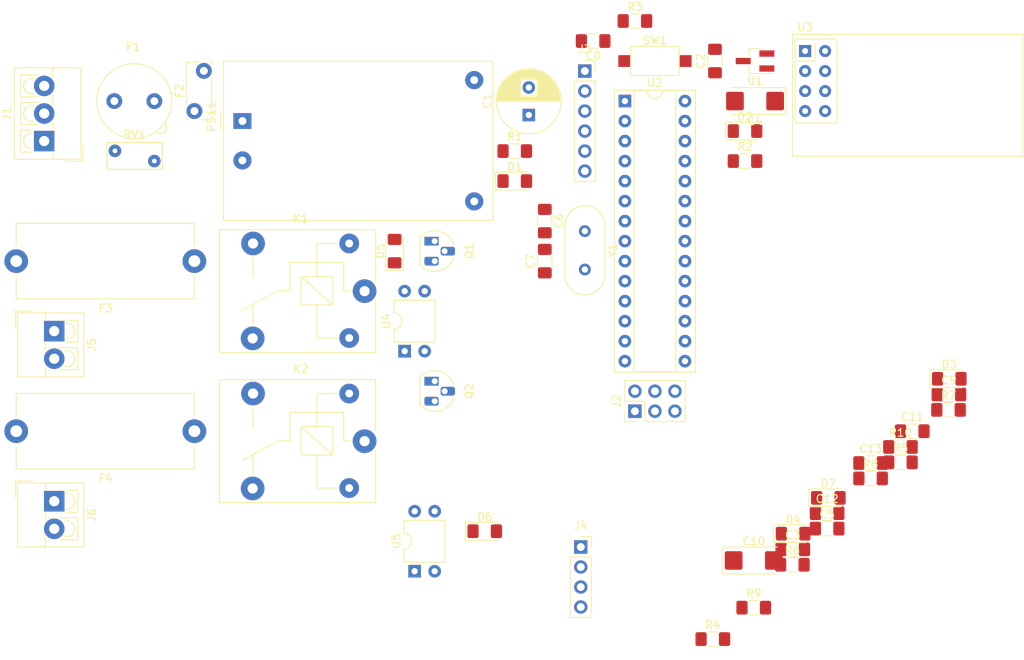
<source format=kicad_pcb>
(kicad_pcb (version 20171130) (host pcbnew "(5.0.2)-1")

  (general
    (thickness 1.6)
    (drawings 0)
    (tracks 0)
    (zones 0)
    (modules 53)
    (nets 55)
  )

  (page A4)
  (layers
    (0 F.Cu signal)
    (31 B.Cu signal)
    (32 B.Adhes user)
    (33 F.Adhes user)
    (34 B.Paste user)
    (35 F.Paste user)
    (36 B.SilkS user)
    (37 F.SilkS user)
    (38 B.Mask user)
    (39 F.Mask user)
    (40 Dwgs.User user)
    (41 Cmts.User user)
    (42 Eco1.User user)
    (43 Eco2.User user)
    (44 Edge.Cuts user)
    (45 Margin user)
    (46 B.CrtYd user)
    (47 F.CrtYd user)
    (48 B.Fab user)
    (49 F.Fab user)
  )

  (setup
    (last_trace_width 0.25)
    (trace_clearance 0.2)
    (zone_clearance 0.508)
    (zone_45_only no)
    (trace_min 0.2)
    (segment_width 0.2)
    (edge_width 0.15)
    (via_size 0.8)
    (via_drill 0.4)
    (via_min_size 0.4)
    (via_min_drill 0.3)
    (uvia_size 0.3)
    (uvia_drill 0.1)
    (uvias_allowed no)
    (uvia_min_size 0.2)
    (uvia_min_drill 0.1)
    (pcb_text_width 0.3)
    (pcb_text_size 1.5 1.5)
    (mod_edge_width 0.15)
    (mod_text_size 1 1)
    (mod_text_width 0.15)
    (pad_size 1.524 1.524)
    (pad_drill 0.762)
    (pad_to_mask_clearance 0.051)
    (solder_mask_min_width 0.25)
    (aux_axis_origin 0 0)
    (visible_elements 7FFFFFFF)
    (pcbplotparams
      (layerselection 0x010fc_ffffffff)
      (usegerberextensions false)
      (usegerberattributes false)
      (usegerberadvancedattributes false)
      (creategerberjobfile false)
      (excludeedgelayer true)
      (linewidth 0.100000)
      (plotframeref false)
      (viasonmask false)
      (mode 1)
      (useauxorigin false)
      (hpglpennumber 1)
      (hpglpenspeed 20)
      (hpglpendiameter 15.000000)
      (psnegative false)
      (psa4output false)
      (plotreference true)
      (plotvalue true)
      (plotinvisibletext false)
      (padsonsilk false)
      (subtractmaskfromsilk false)
      (outputformat 1)
      (mirror false)
      (drillshape 1)
      (scaleselection 1)
      (outputdirectory ""))
  )

  (net 0 "")
  (net 1 "Net-(F2-Pad2)")
  (net 2 "Net-(J1-Pad1)")
  (net 3 "Net-(J1-Pad2)")
  (net 4 "Net-(F1-Pad1)")
  (net 5 "Net-(J6-Pad1)")
  (net 6 "Net-(F4-Pad2)")
  (net 7 "Net-(F3-Pad2)")
  (net 8 "Net-(J5-Pad1)")
  (net 9 "Net-(D2-Pad1)")
  (net 10 GNDA)
  (net 11 RESET)
  (net 12 +5V)
  (net 13 "Net-(D3-Pad1)")
  (net 14 SCL)
  (net 15 "Net-(D1-Pad1)")
  (net 16 SDA)
  (net 17 "Net-(R7-Pad1)")
  (net 18 "Net-(R9-Pad1)")
  (net 19 "Net-(Q2-Pad2)")
  (net 20 "Net-(R10-Pad2)")
  (net 21 "Net-(R8-Pad2)")
  (net 22 "Net-(Q1-Pad2)")
  (net 23 "Net-(D7-Pad2)")
  (net 24 "Net-(K2-Pad3)")
  (net 25 "Net-(F4-Pad1)")
  (net 26 "Net-(F3-Pad1)")
  (net 27 "Net-(K1-Pad3)")
  (net 28 "Net-(D5-Pad2)")
  (net 29 +3V3)
  (net 30 CE)
  (net 31 CSN)
  (net 32 SCK)
  (net 33 MOSI)
  (net 34 MISO)
  (net 35 IRQ)
  (net 36 "Net-(D6-Pad1)")
  (net 37 "Net-(D4-Pad1)")
  (net 38 RXD)
  (net 39 TXD)
  (net 40 "Net-(U2-Pad5)")
  (net 41 RELAY1)
  (net 42 "Net-(C5-Pad1)")
  (net 43 "Net-(C6-Pad1)")
  (net 44 "Net-(U2-Pad23)")
  (net 45 "Net-(C7-Pad1)")
  (net 46 "Net-(U2-Pad24)")
  (net 47 RELAY2)
  (net 48 "Net-(U2-Pad25)")
  (net 49 "Net-(U2-Pad12)")
  (net 50 "Net-(U2-Pad26)")
  (net 51 "Net-(U2-Pad13)")
  (net 52 "Net-(U2-Pad14)")
  (net 53 "Net-(F1-Pad2)")
  (net 54 "Net-(C11-Pad2)")

  (net_class Default "This is the default net class."
    (clearance 0.2)
    (trace_width 0.25)
    (via_dia 0.8)
    (via_drill 0.4)
    (uvia_dia 0.3)
    (uvia_drill 0.1)
    (add_net +3V3)
    (add_net +5V)
    (add_net CE)
    (add_net CSN)
    (add_net GNDA)
    (add_net IRQ)
    (add_net MISO)
    (add_net MOSI)
    (add_net "Net-(C11-Pad2)")
    (add_net "Net-(C5-Pad1)")
    (add_net "Net-(C6-Pad1)")
    (add_net "Net-(C7-Pad1)")
    (add_net "Net-(D1-Pad1)")
    (add_net "Net-(D2-Pad1)")
    (add_net "Net-(D3-Pad1)")
    (add_net "Net-(D4-Pad1)")
    (add_net "Net-(D5-Pad2)")
    (add_net "Net-(D6-Pad1)")
    (add_net "Net-(D7-Pad2)")
    (add_net "Net-(F1-Pad1)")
    (add_net "Net-(F1-Pad2)")
    (add_net "Net-(F2-Pad2)")
    (add_net "Net-(F3-Pad1)")
    (add_net "Net-(F3-Pad2)")
    (add_net "Net-(F4-Pad1)")
    (add_net "Net-(F4-Pad2)")
    (add_net "Net-(J1-Pad1)")
    (add_net "Net-(J1-Pad2)")
    (add_net "Net-(J5-Pad1)")
    (add_net "Net-(J6-Pad1)")
    (add_net "Net-(K1-Pad3)")
    (add_net "Net-(K2-Pad3)")
    (add_net "Net-(Q1-Pad2)")
    (add_net "Net-(Q2-Pad2)")
    (add_net "Net-(R10-Pad2)")
    (add_net "Net-(R7-Pad1)")
    (add_net "Net-(R8-Pad2)")
    (add_net "Net-(R9-Pad1)")
    (add_net "Net-(U2-Pad12)")
    (add_net "Net-(U2-Pad13)")
    (add_net "Net-(U2-Pad14)")
    (add_net "Net-(U2-Pad23)")
    (add_net "Net-(U2-Pad24)")
    (add_net "Net-(U2-Pad25)")
    (add_net "Net-(U2-Pad26)")
    (add_net "Net-(U2-Pad5)")
    (add_net RELAY1)
    (add_net RELAY2)
    (add_net RESET)
    (add_net RXD)
    (add_net SCK)
    (add_net SCL)
    (add_net SDA)
    (add_net TXD)
  )

  (module Capacitor_SMD:C_1206_3216Metric_Pad1.42x1.75mm_HandSolder (layer F.Cu) (tedit 5B301BBE) (tstamp 5C2E48D9)
    (at 102.87 16.51 90)
    (descr "Capacitor SMD 1206 (3216 Metric), square (rectangular) end terminal, IPC_7351 nominal with elongated pad for handsoldering. (Body size source: http://www.tortai-tech.com/upload/download/2011102023233369053.pdf), generated with kicad-footprint-generator")
    (tags "capacitor handsolder")
    (path /5C2B2626)
    (attr smd)
    (fp_text reference C2 (at 0 -1.82 90) (layer F.SilkS)
      (effects (font (size 1 1) (thickness 0.15)))
    )
    (fp_text value 100n (at 0 1.82 90) (layer F.Fab)
      (effects (font (size 1 1) (thickness 0.15)))
    )
    (fp_text user %R (at 0 0 90) (layer F.Fab)
      (effects (font (size 0.8 0.8) (thickness 0.12)))
    )
    (fp_line (start 2.45 1.12) (end -2.45 1.12) (layer F.CrtYd) (width 0.05))
    (fp_line (start 2.45 -1.12) (end 2.45 1.12) (layer F.CrtYd) (width 0.05))
    (fp_line (start -2.45 -1.12) (end 2.45 -1.12) (layer F.CrtYd) (width 0.05))
    (fp_line (start -2.45 1.12) (end -2.45 -1.12) (layer F.CrtYd) (width 0.05))
    (fp_line (start -0.602064 0.91) (end 0.602064 0.91) (layer F.SilkS) (width 0.12))
    (fp_line (start -0.602064 -0.91) (end 0.602064 -0.91) (layer F.SilkS) (width 0.12))
    (fp_line (start 1.6 0.8) (end -1.6 0.8) (layer F.Fab) (width 0.1))
    (fp_line (start 1.6 -0.8) (end 1.6 0.8) (layer F.Fab) (width 0.1))
    (fp_line (start -1.6 -0.8) (end 1.6 -0.8) (layer F.Fab) (width 0.1))
    (fp_line (start -1.6 0.8) (end -1.6 -0.8) (layer F.Fab) (width 0.1))
    (pad 2 smd roundrect (at 1.4875 0 90) (size 1.425 1.75) (layers F.Cu F.Paste F.Mask) (roundrect_rratio 0.175439)
      (net 10 GNDA))
    (pad 1 smd roundrect (at -1.4875 0 90) (size 1.425 1.75) (layers F.Cu F.Paste F.Mask) (roundrect_rratio 0.175439)
      (net 12 +5V))
    (model ${KISYS3DMOD}/Capacitor_SMD.3dshapes/C_1206_3216Metric.wrl
      (at (xyz 0 0 0))
      (scale (xyz 1 1 1))
      (rotate (xyz 0 0 0))
    )
  )

  (module Capacitor_SMD:C_1206_3216Metric_Pad1.42x1.75mm_HandSolder (layer F.Cu) (tedit 5B301BBE) (tstamp 5C2E48C9)
    (at 112.735001 78.503001)
    (descr "Capacitor SMD 1206 (3216 Metric), square (rectangular) end terminal, IPC_7351 nominal with elongated pad for handsoldering. (Body size source: http://www.tortai-tech.com/upload/download/2011102023233369053.pdf), generated with kicad-footprint-generator")
    (tags "capacitor handsolder")
    (path /5C2B2CAA)
    (attr smd)
    (fp_text reference C3 (at 0 -1.82) (layer F.SilkS)
      (effects (font (size 1 1) (thickness 0.15)))
    )
    (fp_text value 100n (at 0 1.82) (layer F.Fab)
      (effects (font (size 1 1) (thickness 0.15)))
    )
    (fp_line (start -1.6 0.8) (end -1.6 -0.8) (layer F.Fab) (width 0.1))
    (fp_line (start -1.6 -0.8) (end 1.6 -0.8) (layer F.Fab) (width 0.1))
    (fp_line (start 1.6 -0.8) (end 1.6 0.8) (layer F.Fab) (width 0.1))
    (fp_line (start 1.6 0.8) (end -1.6 0.8) (layer F.Fab) (width 0.1))
    (fp_line (start -0.602064 -0.91) (end 0.602064 -0.91) (layer F.SilkS) (width 0.12))
    (fp_line (start -0.602064 0.91) (end 0.602064 0.91) (layer F.SilkS) (width 0.12))
    (fp_line (start -2.45 1.12) (end -2.45 -1.12) (layer F.CrtYd) (width 0.05))
    (fp_line (start -2.45 -1.12) (end 2.45 -1.12) (layer F.CrtYd) (width 0.05))
    (fp_line (start 2.45 -1.12) (end 2.45 1.12) (layer F.CrtYd) (width 0.05))
    (fp_line (start 2.45 1.12) (end -2.45 1.12) (layer F.CrtYd) (width 0.05))
    (fp_text user %R (at 0 0) (layer F.Fab)
      (effects (font (size 0.8 0.8) (thickness 0.12)))
    )
    (pad 1 smd roundrect (at -1.4875 0) (size 1.425 1.75) (layers F.Cu F.Paste F.Mask) (roundrect_rratio 0.175439)
      (net 29 +3V3))
    (pad 2 smd roundrect (at 1.4875 0) (size 1.425 1.75) (layers F.Cu F.Paste F.Mask) (roundrect_rratio 0.175439)
      (net 10 GNDA))
    (model ${KISYS3DMOD}/Capacitor_SMD.3dshapes/C_1206_3216Metric.wrl
      (at (xyz 0 0 0))
      (scale (xyz 1 1 1))
      (rotate (xyz 0 0 0))
    )
  )

  (module Capacitor_SMD:C_1206_3216Metric_Pad1.42x1.75mm_HandSolder (layer F.Cu) (tedit 5B301BBE) (tstamp 5C2E48B9)
    (at 117.095001 75.863001)
    (descr "Capacitor SMD 1206 (3216 Metric), square (rectangular) end terminal, IPC_7351 nominal with elongated pad for handsoldering. (Body size source: http://www.tortai-tech.com/upload/download/2011102023233369053.pdf), generated with kicad-footprint-generator")
    (tags "capacitor handsolder")
    (path /5C2C5A55)
    (attr smd)
    (fp_text reference C5 (at 0 -1.82) (layer F.SilkS)
      (effects (font (size 1 1) (thickness 0.15)))
    )
    (fp_text value 100n (at 0 1.82) (layer F.Fab)
      (effects (font (size 1 1) (thickness 0.15)))
    )
    (fp_text user %R (at 0 0) (layer F.Fab)
      (effects (font (size 0.8 0.8) (thickness 0.12)))
    )
    (fp_line (start 2.45 1.12) (end -2.45 1.12) (layer F.CrtYd) (width 0.05))
    (fp_line (start 2.45 -1.12) (end 2.45 1.12) (layer F.CrtYd) (width 0.05))
    (fp_line (start -2.45 -1.12) (end 2.45 -1.12) (layer F.CrtYd) (width 0.05))
    (fp_line (start -2.45 1.12) (end -2.45 -1.12) (layer F.CrtYd) (width 0.05))
    (fp_line (start -0.602064 0.91) (end 0.602064 0.91) (layer F.SilkS) (width 0.12))
    (fp_line (start -0.602064 -0.91) (end 0.602064 -0.91) (layer F.SilkS) (width 0.12))
    (fp_line (start 1.6 0.8) (end -1.6 0.8) (layer F.Fab) (width 0.1))
    (fp_line (start 1.6 -0.8) (end 1.6 0.8) (layer F.Fab) (width 0.1))
    (fp_line (start -1.6 -0.8) (end 1.6 -0.8) (layer F.Fab) (width 0.1))
    (fp_line (start -1.6 0.8) (end -1.6 -0.8) (layer F.Fab) (width 0.1))
    (pad 2 smd roundrect (at 1.4875 0) (size 1.425 1.75) (layers F.Cu F.Paste F.Mask) (roundrect_rratio 0.175439)
      (net 10 GNDA))
    (pad 1 smd roundrect (at -1.4875 0) (size 1.425 1.75) (layers F.Cu F.Paste F.Mask) (roundrect_rratio 0.175439)
      (net 42 "Net-(C5-Pad1)"))
    (model ${KISYS3DMOD}/Capacitor_SMD.3dshapes/C_1206_3216Metric.wrl
      (at (xyz 0 0 0))
      (scale (xyz 1 1 1))
      (rotate (xyz 0 0 0))
    )
  )

  (module Capacitor_SMD:C_1206_3216Metric_Pad1.42x1.75mm_HandSolder (layer F.Cu) (tedit 5B301BBE) (tstamp 5C2E48A9)
    (at 81.28 36.83 270)
    (descr "Capacitor SMD 1206 (3216 Metric), square (rectangular) end terminal, IPC_7351 nominal with elongated pad for handsoldering. (Body size source: http://www.tortai-tech.com/upload/download/2011102023233369053.pdf), generated with kicad-footprint-generator")
    (tags "capacitor handsolder")
    (path /5C2C5F1F)
    (attr smd)
    (fp_text reference C6 (at 0 -1.82 270) (layer F.SilkS)
      (effects (font (size 1 1) (thickness 0.15)))
    )
    (fp_text value 22p (at 0 1.82 270) (layer F.Fab)
      (effects (font (size 1 1) (thickness 0.15)))
    )
    (fp_line (start -1.6 0.8) (end -1.6 -0.8) (layer F.Fab) (width 0.1))
    (fp_line (start -1.6 -0.8) (end 1.6 -0.8) (layer F.Fab) (width 0.1))
    (fp_line (start 1.6 -0.8) (end 1.6 0.8) (layer F.Fab) (width 0.1))
    (fp_line (start 1.6 0.8) (end -1.6 0.8) (layer F.Fab) (width 0.1))
    (fp_line (start -0.602064 -0.91) (end 0.602064 -0.91) (layer F.SilkS) (width 0.12))
    (fp_line (start -0.602064 0.91) (end 0.602064 0.91) (layer F.SilkS) (width 0.12))
    (fp_line (start -2.45 1.12) (end -2.45 -1.12) (layer F.CrtYd) (width 0.05))
    (fp_line (start -2.45 -1.12) (end 2.45 -1.12) (layer F.CrtYd) (width 0.05))
    (fp_line (start 2.45 -1.12) (end 2.45 1.12) (layer F.CrtYd) (width 0.05))
    (fp_line (start 2.45 1.12) (end -2.45 1.12) (layer F.CrtYd) (width 0.05))
    (fp_text user %R (at 0 0 270) (layer F.Fab)
      (effects (font (size 0.8 0.8) (thickness 0.12)))
    )
    (pad 1 smd roundrect (at -1.4875 0 270) (size 1.425 1.75) (layers F.Cu F.Paste F.Mask) (roundrect_rratio 0.175439)
      (net 43 "Net-(C6-Pad1)"))
    (pad 2 smd roundrect (at 1.4875 0 270) (size 1.425 1.75) (layers F.Cu F.Paste F.Mask) (roundrect_rratio 0.175439)
      (net 10 GNDA))
    (model ${KISYS3DMOD}/Capacitor_SMD.3dshapes/C_1206_3216Metric.wrl
      (at (xyz 0 0 0))
      (scale (xyz 1 1 1))
      (rotate (xyz 0 0 0))
    )
  )

  (module Capacitor_SMD:C_1206_3216Metric_Pad1.42x1.75mm_HandSolder (layer F.Cu) (tedit 5B301BBE) (tstamp 5C2E4899)
    (at 81.28 41.91 90)
    (descr "Capacitor SMD 1206 (3216 Metric), square (rectangular) end terminal, IPC_7351 nominal with elongated pad for handsoldering. (Body size source: http://www.tortai-tech.com/upload/download/2011102023233369053.pdf), generated with kicad-footprint-generator")
    (tags "capacitor handsolder")
    (path /5C2C6049)
    (attr smd)
    (fp_text reference C7 (at 0 -1.82 90) (layer F.SilkS)
      (effects (font (size 1 1) (thickness 0.15)))
    )
    (fp_text value 22p (at 0 1.82 90) (layer F.Fab)
      (effects (font (size 1 1) (thickness 0.15)))
    )
    (fp_text user %R (at 0 0 90) (layer F.Fab)
      (effects (font (size 0.8 0.8) (thickness 0.12)))
    )
    (fp_line (start 2.45 1.12) (end -2.45 1.12) (layer F.CrtYd) (width 0.05))
    (fp_line (start 2.45 -1.12) (end 2.45 1.12) (layer F.CrtYd) (width 0.05))
    (fp_line (start -2.45 -1.12) (end 2.45 -1.12) (layer F.CrtYd) (width 0.05))
    (fp_line (start -2.45 1.12) (end -2.45 -1.12) (layer F.CrtYd) (width 0.05))
    (fp_line (start -0.602064 0.91) (end 0.602064 0.91) (layer F.SilkS) (width 0.12))
    (fp_line (start -0.602064 -0.91) (end 0.602064 -0.91) (layer F.SilkS) (width 0.12))
    (fp_line (start 1.6 0.8) (end -1.6 0.8) (layer F.Fab) (width 0.1))
    (fp_line (start 1.6 -0.8) (end 1.6 0.8) (layer F.Fab) (width 0.1))
    (fp_line (start -1.6 -0.8) (end 1.6 -0.8) (layer F.Fab) (width 0.1))
    (fp_line (start -1.6 0.8) (end -1.6 -0.8) (layer F.Fab) (width 0.1))
    (pad 2 smd roundrect (at 1.4875 0 90) (size 1.425 1.75) (layers F.Cu F.Paste F.Mask) (roundrect_rratio 0.175439)
      (net 10 GNDA))
    (pad 1 smd roundrect (at -1.4875 0 90) (size 1.425 1.75) (layers F.Cu F.Paste F.Mask) (roundrect_rratio 0.175439)
      (net 45 "Net-(C7-Pad1)"))
    (model ${KISYS3DMOD}/Capacitor_SMD.3dshapes/C_1206_3216Metric.wrl
      (at (xyz 0 0 0))
      (scale (xyz 1 1 1))
      (rotate (xyz 0 0 0))
    )
  )

  (module Capacitor_SMD:C_1206_3216Metric_Pad1.42x1.75mm_HandSolder (layer F.Cu) (tedit 5B301BBE) (tstamp 5C2E4889)
    (at 87.4125 13.97 180)
    (descr "Capacitor SMD 1206 (3216 Metric), square (rectangular) end terminal, IPC_7351 nominal with elongated pad for handsoldering. (Body size source: http://www.tortai-tech.com/upload/download/2011102023233369053.pdf), generated with kicad-footprint-generator")
    (tags "capacitor handsolder")
    (path /5C2CC867)
    (attr smd)
    (fp_text reference C8 (at 0 -1.82 180) (layer F.SilkS)
      (effects (font (size 1 1) (thickness 0.15)))
    )
    (fp_text value 100n (at 0 1.82 180) (layer F.Fab)
      (effects (font (size 1 1) (thickness 0.15)))
    )
    (fp_line (start -1.6 0.8) (end -1.6 -0.8) (layer F.Fab) (width 0.1))
    (fp_line (start -1.6 -0.8) (end 1.6 -0.8) (layer F.Fab) (width 0.1))
    (fp_line (start 1.6 -0.8) (end 1.6 0.8) (layer F.Fab) (width 0.1))
    (fp_line (start 1.6 0.8) (end -1.6 0.8) (layer F.Fab) (width 0.1))
    (fp_line (start -0.602064 -0.91) (end 0.602064 -0.91) (layer F.SilkS) (width 0.12))
    (fp_line (start -0.602064 0.91) (end 0.602064 0.91) (layer F.SilkS) (width 0.12))
    (fp_line (start -2.45 1.12) (end -2.45 -1.12) (layer F.CrtYd) (width 0.05))
    (fp_line (start -2.45 -1.12) (end 2.45 -1.12) (layer F.CrtYd) (width 0.05))
    (fp_line (start 2.45 -1.12) (end 2.45 1.12) (layer F.CrtYd) (width 0.05))
    (fp_line (start 2.45 1.12) (end -2.45 1.12) (layer F.CrtYd) (width 0.05))
    (fp_text user %R (at 0 0 180) (layer F.Fab)
      (effects (font (size 0.8 0.8) (thickness 0.12)))
    )
    (pad 1 smd roundrect (at -1.4875 0 180) (size 1.425 1.75) (layers F.Cu F.Paste F.Mask) (roundrect_rratio 0.175439)
      (net 11 RESET))
    (pad 2 smd roundrect (at 1.4875 0 180) (size 1.425 1.75) (layers F.Cu F.Paste F.Mask) (roundrect_rratio 0.175439)
      (net 10 GNDA))
    (model ${KISYS3DMOD}/Capacitor_SMD.3dshapes/C_1206_3216Metric.wrl
      (at (xyz 0 0 0))
      (scale (xyz 1 1 1))
      (rotate (xyz 0 0 0))
    )
  )

  (module Capacitor_SMD:C_1206_3216Metric_Pad1.42x1.75mm_HandSolder (layer F.Cu) (tedit 5B301BBE) (tstamp 5C2E4879)
    (at 132.545001 58.843001)
    (descr "Capacitor SMD 1206 (3216 Metric), square (rectangular) end terminal, IPC_7351 nominal with elongated pad for handsoldering. (Body size source: http://www.tortai-tech.com/upload/download/2011102023233369053.pdf), generated with kicad-footprint-generator")
    (tags "capacitor handsolder")
    (path /5C2D5C75)
    (attr smd)
    (fp_text reference C9 (at 0 -1.82) (layer F.SilkS)
      (effects (font (size 1 1) (thickness 0.15)))
    )
    (fp_text value 100n (at 0 1.82) (layer F.Fab)
      (effects (font (size 1 1) (thickness 0.15)))
    )
    (fp_text user %R (at 0 0) (layer F.Fab)
      (effects (font (size 0.8 0.8) (thickness 0.12)))
    )
    (fp_line (start 2.45 1.12) (end -2.45 1.12) (layer F.CrtYd) (width 0.05))
    (fp_line (start 2.45 -1.12) (end 2.45 1.12) (layer F.CrtYd) (width 0.05))
    (fp_line (start -2.45 -1.12) (end 2.45 -1.12) (layer F.CrtYd) (width 0.05))
    (fp_line (start -2.45 1.12) (end -2.45 -1.12) (layer F.CrtYd) (width 0.05))
    (fp_line (start -0.602064 0.91) (end 0.602064 0.91) (layer F.SilkS) (width 0.12))
    (fp_line (start -0.602064 -0.91) (end 0.602064 -0.91) (layer F.SilkS) (width 0.12))
    (fp_line (start 1.6 0.8) (end -1.6 0.8) (layer F.Fab) (width 0.1))
    (fp_line (start 1.6 -0.8) (end 1.6 0.8) (layer F.Fab) (width 0.1))
    (fp_line (start -1.6 -0.8) (end 1.6 -0.8) (layer F.Fab) (width 0.1))
    (fp_line (start -1.6 0.8) (end -1.6 -0.8) (layer F.Fab) (width 0.1))
    (pad 2 smd roundrect (at 1.4875 0) (size 1.425 1.75) (layers F.Cu F.Paste F.Mask) (roundrect_rratio 0.175439)
      (net 12 +5V))
    (pad 1 smd roundrect (at -1.4875 0) (size 1.425 1.75) (layers F.Cu F.Paste F.Mask) (roundrect_rratio 0.175439)
      (net 10 GNDA))
    (model ${KISYS3DMOD}/Capacitor_SMD.3dshapes/C_1206_3216Metric.wrl
      (at (xyz 0 0 0))
      (scale (xyz 1 1 1))
      (rotate (xyz 0 0 0))
    )
  )

  (module Capacitor_SMD:C_1206_3216Metric_Pad1.42x1.75mm_HandSolder (layer F.Cu) (tedit 5B301BBE) (tstamp 5C2E4869)
    (at 127.895001 63.503001)
    (descr "Capacitor SMD 1206 (3216 Metric), square (rectangular) end terminal, IPC_7351 nominal with elongated pad for handsoldering. (Body size source: http://www.tortai-tech.com/upload/download/2011102023233369053.pdf), generated with kicad-footprint-generator")
    (tags "capacitor handsolder")
    (path /5C3190E3)
    (attr smd)
    (fp_text reference C11 (at 0 -1.82) (layer F.SilkS)
      (effects (font (size 1 1) (thickness 0.15)))
    )
    (fp_text value 100n (at 0 1.82) (layer F.Fab)
      (effects (font (size 1 1) (thickness 0.15)))
    )
    (fp_line (start -1.6 0.8) (end -1.6 -0.8) (layer F.Fab) (width 0.1))
    (fp_line (start -1.6 -0.8) (end 1.6 -0.8) (layer F.Fab) (width 0.1))
    (fp_line (start 1.6 -0.8) (end 1.6 0.8) (layer F.Fab) (width 0.1))
    (fp_line (start 1.6 0.8) (end -1.6 0.8) (layer F.Fab) (width 0.1))
    (fp_line (start -0.602064 -0.91) (end 0.602064 -0.91) (layer F.SilkS) (width 0.12))
    (fp_line (start -0.602064 0.91) (end 0.602064 0.91) (layer F.SilkS) (width 0.12))
    (fp_line (start -2.45 1.12) (end -2.45 -1.12) (layer F.CrtYd) (width 0.05))
    (fp_line (start -2.45 -1.12) (end 2.45 -1.12) (layer F.CrtYd) (width 0.05))
    (fp_line (start 2.45 -1.12) (end 2.45 1.12) (layer F.CrtYd) (width 0.05))
    (fp_line (start 2.45 1.12) (end -2.45 1.12) (layer F.CrtYd) (width 0.05))
    (fp_text user %R (at 0 0) (layer F.Fab)
      (effects (font (size 0.8 0.8) (thickness 0.12)))
    )
    (pad 1 smd roundrect (at -1.4875 0) (size 1.425 1.75) (layers F.Cu F.Paste F.Mask) (roundrect_rratio 0.175439)
      (net 11 RESET))
    (pad 2 smd roundrect (at 1.4875 0) (size 1.425 1.75) (layers F.Cu F.Paste F.Mask) (roundrect_rratio 0.175439)
      (net 54 "Net-(C11-Pad2)"))
    (model ${KISYS3DMOD}/Capacitor_SMD.3dshapes/C_1206_3216Metric.wrl
      (at (xyz 0 0 0))
      (scale (xyz 1 1 1))
      (rotate (xyz 0 0 0))
    )
  )

  (module Capacitor_SMD:C_1206_3216Metric_Pad1.42x1.75mm_HandSolder (layer F.Cu) (tedit 5B301BBE) (tstamp 5C2E4859)
    (at 117.095001 73.913001)
    (descr "Capacitor SMD 1206 (3216 Metric), square (rectangular) end terminal, IPC_7351 nominal with elongated pad for handsoldering. (Body size source: http://www.tortai-tech.com/upload/download/2011102023233369053.pdf), generated with kicad-footprint-generator")
    (tags "capacitor handsolder")
    (path /5C326024)
    (attr smd)
    (fp_text reference C12 (at 0 -1.82) (layer F.SilkS)
      (effects (font (size 1 1) (thickness 0.15)))
    )
    (fp_text value 100n (at 0 1.82) (layer F.Fab)
      (effects (font (size 1 1) (thickness 0.15)))
    )
    (fp_text user %R (at 0 0) (layer F.Fab)
      (effects (font (size 0.8 0.8) (thickness 0.12)))
    )
    (fp_line (start 2.45 1.12) (end -2.45 1.12) (layer F.CrtYd) (width 0.05))
    (fp_line (start 2.45 -1.12) (end 2.45 1.12) (layer F.CrtYd) (width 0.05))
    (fp_line (start -2.45 -1.12) (end 2.45 -1.12) (layer F.CrtYd) (width 0.05))
    (fp_line (start -2.45 1.12) (end -2.45 -1.12) (layer F.CrtYd) (width 0.05))
    (fp_line (start -0.602064 0.91) (end 0.602064 0.91) (layer F.SilkS) (width 0.12))
    (fp_line (start -0.602064 -0.91) (end 0.602064 -0.91) (layer F.SilkS) (width 0.12))
    (fp_line (start 1.6 0.8) (end -1.6 0.8) (layer F.Fab) (width 0.1))
    (fp_line (start 1.6 -0.8) (end 1.6 0.8) (layer F.Fab) (width 0.1))
    (fp_line (start -1.6 -0.8) (end 1.6 -0.8) (layer F.Fab) (width 0.1))
    (fp_line (start -1.6 0.8) (end -1.6 -0.8) (layer F.Fab) (width 0.1))
    (pad 2 smd roundrect (at 1.4875 0) (size 1.425 1.75) (layers F.Cu F.Paste F.Mask) (roundrect_rratio 0.175439)
      (net 12 +5V))
    (pad 1 smd roundrect (at -1.4875 0) (size 1.425 1.75) (layers F.Cu F.Paste F.Mask) (roundrect_rratio 0.175439)
      (net 10 GNDA))
    (model ${KISYS3DMOD}/Capacitor_SMD.3dshapes/C_1206_3216Metric.wrl
      (at (xyz 0 0 0))
      (scale (xyz 1 1 1))
      (rotate (xyz 0 0 0))
    )
  )

  (module Capacitor_SMD:C_1206_3216Metric_Pad1.42x1.75mm_HandSolder (layer F.Cu) (tedit 5B301BBE) (tstamp 5C2E4849)
    (at 122.605001 67.543001)
    (descr "Capacitor SMD 1206 (3216 Metric), square (rectangular) end terminal, IPC_7351 nominal with elongated pad for handsoldering. (Body size source: http://www.tortai-tech.com/upload/download/2011102023233369053.pdf), generated with kicad-footprint-generator")
    (tags "capacitor handsolder")
    (path /5C33B290)
    (attr smd)
    (fp_text reference C13 (at 0 -1.82) (layer F.SilkS)
      (effects (font (size 1 1) (thickness 0.15)))
    )
    (fp_text value 100n (at 0 1.82) (layer F.Fab)
      (effects (font (size 1 1) (thickness 0.15)))
    )
    (fp_line (start -1.6 0.8) (end -1.6 -0.8) (layer F.Fab) (width 0.1))
    (fp_line (start -1.6 -0.8) (end 1.6 -0.8) (layer F.Fab) (width 0.1))
    (fp_line (start 1.6 -0.8) (end 1.6 0.8) (layer F.Fab) (width 0.1))
    (fp_line (start 1.6 0.8) (end -1.6 0.8) (layer F.Fab) (width 0.1))
    (fp_line (start -0.602064 -0.91) (end 0.602064 -0.91) (layer F.SilkS) (width 0.12))
    (fp_line (start -0.602064 0.91) (end 0.602064 0.91) (layer F.SilkS) (width 0.12))
    (fp_line (start -2.45 1.12) (end -2.45 -1.12) (layer F.CrtYd) (width 0.05))
    (fp_line (start -2.45 -1.12) (end 2.45 -1.12) (layer F.CrtYd) (width 0.05))
    (fp_line (start 2.45 -1.12) (end 2.45 1.12) (layer F.CrtYd) (width 0.05))
    (fp_line (start 2.45 1.12) (end -2.45 1.12) (layer F.CrtYd) (width 0.05))
    (fp_text user %R (at 0 0) (layer F.Fab)
      (effects (font (size 0.8 0.8) (thickness 0.12)))
    )
    (pad 1 smd roundrect (at -1.4875 0) (size 1.425 1.75) (layers F.Cu F.Paste F.Mask) (roundrect_rratio 0.175439)
      (net 12 +5V))
    (pad 2 smd roundrect (at 1.4875 0) (size 1.425 1.75) (layers F.Cu F.Paste F.Mask) (roundrect_rratio 0.175439)
      (net 10 GNDA))
    (model ${KISYS3DMOD}/Capacitor_SMD.3dshapes/C_1206_3216Metric.wrl
      (at (xyz 0 0 0))
      (scale (xyz 1 1 1))
      (rotate (xyz 0 0 0))
    )
  )

  (module Capacitor_Tantalum_SMD:CP_EIA-6032-28_Kemet-C_Pad2.25x2.35mm_HandSolder (layer F.Cu) (tedit 5B301BBE) (tstamp 5C2E5F22)
    (at 107.95 21.59 180)
    (descr "Tantalum Capacitor SMD Kemet-C (6032-28 Metric), IPC_7351 nominal, (Body size from: http://www.kemet.com/Lists/ProductCatalog/Attachments/253/KEM_TC101_STD.pdf), generated with kicad-footprint-generator")
    (tags "capacitor tantalum")
    (path /5C2C1466)
    (attr smd)
    (fp_text reference C4 (at 0 -2.55 180) (layer F.SilkS)
      (effects (font (size 1 1) (thickness 0.15)))
    )
    (fp_text value 10u (at 0 2.55 180) (layer F.Fab)
      (effects (font (size 1 1) (thickness 0.15)))
    )
    (fp_text user %R (at 0 0 180) (layer F.Fab)
      (effects (font (size 1 1) (thickness 0.15)))
    )
    (fp_line (start 3.92 1.85) (end -3.92 1.85) (layer F.CrtYd) (width 0.05))
    (fp_line (start 3.92 -1.85) (end 3.92 1.85) (layer F.CrtYd) (width 0.05))
    (fp_line (start -3.92 -1.85) (end 3.92 -1.85) (layer F.CrtYd) (width 0.05))
    (fp_line (start -3.92 1.85) (end -3.92 -1.85) (layer F.CrtYd) (width 0.05))
    (fp_line (start -3.935 1.71) (end 3 1.71) (layer F.SilkS) (width 0.12))
    (fp_line (start -3.935 -1.71) (end -3.935 1.71) (layer F.SilkS) (width 0.12))
    (fp_line (start 3 -1.71) (end -3.935 -1.71) (layer F.SilkS) (width 0.12))
    (fp_line (start 3 1.6) (end 3 -1.6) (layer F.Fab) (width 0.1))
    (fp_line (start -3 1.6) (end 3 1.6) (layer F.Fab) (width 0.1))
    (fp_line (start -3 -0.8) (end -3 1.6) (layer F.Fab) (width 0.1))
    (fp_line (start -2.2 -1.6) (end -3 -0.8) (layer F.Fab) (width 0.1))
    (fp_line (start 3 -1.6) (end -2.2 -1.6) (layer F.Fab) (width 0.1))
    (pad 2 smd roundrect (at 2.55 0 180) (size 2.25 2.35) (layers F.Cu F.Paste F.Mask) (roundrect_rratio 0.111111)
      (net 10 GNDA))
    (pad 1 smd roundrect (at -2.55 0 180) (size 2.25 2.35) (layers F.Cu F.Paste F.Mask) (roundrect_rratio 0.111111)
      (net 29 +3V3))
    (model ${KISYS3DMOD}/Capacitor_Tantalum_SMD.3dshapes/CP_EIA-6032-28_Kemet-C.wrl
      (at (xyz 0 0 0))
      (scale (xyz 1 1 1))
      (rotate (xyz 0 0 0))
    )
  )

  (module Capacitor_Tantalum_SMD:CP_EIA-6032-28_Kemet-C_Pad2.25x2.35mm_HandSolder (layer F.Cu) (tedit 5B301BBE) (tstamp 5C2E46D5)
    (at 107.789802 79.913001)
    (descr "Tantalum Capacitor SMD Kemet-C (6032-28 Metric), IPC_7351 nominal, (Body size from: http://www.kemet.com/Lists/ProductCatalog/Attachments/253/KEM_TC101_STD.pdf), generated with kicad-footprint-generator")
    (tags "capacitor tantalum")
    (path /5C2D8822)
    (attr smd)
    (fp_text reference C10 (at 0 -2.443001) (layer F.SilkS)
      (effects (font (size 1 1) (thickness 0.15)))
    )
    (fp_text value 10u (at 0 2.55) (layer F.Fab)
      (effects (font (size 1 1) (thickness 0.15)))
    )
    (fp_line (start 3 -1.6) (end -2.2 -1.6) (layer F.Fab) (width 0.1))
    (fp_line (start -2.2 -1.6) (end -3 -0.8) (layer F.Fab) (width 0.1))
    (fp_line (start -3 -0.8) (end -3 1.6) (layer F.Fab) (width 0.1))
    (fp_line (start -3 1.6) (end 3 1.6) (layer F.Fab) (width 0.1))
    (fp_line (start 3 1.6) (end 3 -1.6) (layer F.Fab) (width 0.1))
    (fp_line (start 3 -1.71) (end -3.935 -1.71) (layer F.SilkS) (width 0.12))
    (fp_line (start -3.935 -1.71) (end -3.935 1.71) (layer F.SilkS) (width 0.12))
    (fp_line (start -3.935 1.71) (end 3 1.71) (layer F.SilkS) (width 0.12))
    (fp_line (start -3.92 1.85) (end -3.92 -1.85) (layer F.CrtYd) (width 0.05))
    (fp_line (start -3.92 -1.85) (end 3.92 -1.85) (layer F.CrtYd) (width 0.05))
    (fp_line (start 3.92 -1.85) (end 3.92 1.85) (layer F.CrtYd) (width 0.05))
    (fp_line (start 3.92 1.85) (end -3.92 1.85) (layer F.CrtYd) (width 0.05))
    (fp_text user %R (at 0 0) (layer F.Fab)
      (effects (font (size 1 1) (thickness 0.15)))
    )
    (pad 1 smd roundrect (at -2.55 0) (size 2.25 2.35) (layers F.Cu F.Paste F.Mask) (roundrect_rratio 0.111111)
      (net 29 +3V3))
    (pad 2 smd roundrect (at 2.55 0) (size 2.25 2.35) (layers F.Cu F.Paste F.Mask) (roundrect_rratio 0.111111)
      (net 10 GNDA))
    (model ${KISYS3DMOD}/Capacitor_Tantalum_SMD.3dshapes/CP_EIA-6032-28_Kemet-C.wrl
      (at (xyz 0 0 0))
      (scale (xyz 1 1 1))
      (rotate (xyz 0 0 0))
    )
  )

  (module Diode_SMD:D_1206_3216Metric_Pad1.42x1.75mm_HandSolder (layer F.Cu) (tedit 5B4B45C8) (tstamp 5C2E45D1)
    (at 117.245001 71.963001)
    (descr "Diode SMD 1206 (3216 Metric), square (rectangular) end terminal, IPC_7351 nominal, (Body size source: http://www.tortai-tech.com/upload/download/2011102023233369053.pdf), generated with kicad-footprint-generator")
    (tags "diode handsolder")
    (path /5C2E97B4)
    (attr smd)
    (fp_text reference D7 (at 0 -1.82) (layer F.SilkS)
      (effects (font (size 1 1) (thickness 0.15)))
    )
    (fp_text value 1N4148WS (at 0 1.82) (layer F.Fab)
      (effects (font (size 1 1) (thickness 0.15)))
    )
    (fp_line (start 1.6 -0.8) (end -1.2 -0.8) (layer F.Fab) (width 0.1))
    (fp_line (start -1.2 -0.8) (end -1.6 -0.4) (layer F.Fab) (width 0.1))
    (fp_line (start -1.6 -0.4) (end -1.6 0.8) (layer F.Fab) (width 0.1))
    (fp_line (start -1.6 0.8) (end 1.6 0.8) (layer F.Fab) (width 0.1))
    (fp_line (start 1.6 0.8) (end 1.6 -0.8) (layer F.Fab) (width 0.1))
    (fp_line (start 1.6 -1.135) (end -2.46 -1.135) (layer F.SilkS) (width 0.12))
    (fp_line (start -2.46 -1.135) (end -2.46 1.135) (layer F.SilkS) (width 0.12))
    (fp_line (start -2.46 1.135) (end 1.6 1.135) (layer F.SilkS) (width 0.12))
    (fp_line (start -2.45 1.12) (end -2.45 -1.12) (layer F.CrtYd) (width 0.05))
    (fp_line (start -2.45 -1.12) (end 2.45 -1.12) (layer F.CrtYd) (width 0.05))
    (fp_line (start 2.45 -1.12) (end 2.45 1.12) (layer F.CrtYd) (width 0.05))
    (fp_line (start 2.45 1.12) (end -2.45 1.12) (layer F.CrtYd) (width 0.05))
    (fp_text user %R (at 0 0) (layer F.Fab)
      (effects (font (size 0.8 0.8) (thickness 0.12)))
    )
    (pad 1 smd roundrect (at -1.4875 0) (size 1.425 1.75) (layers F.Cu F.Paste F.Mask) (roundrect_rratio 0.175439)
      (net 12 +5V))
    (pad 2 smd roundrect (at 1.4875 0) (size 1.425 1.75) (layers F.Cu F.Paste F.Mask) (roundrect_rratio 0.175439)
      (net 23 "Net-(D7-Pad2)"))
    (model ${KISYS3DMOD}/Diode_SMD.3dshapes/D_1206_3216Metric.wrl
      (at (xyz 0 0 0))
      (scale (xyz 1 1 1))
      (rotate (xyz 0 0 0))
    )
  )

  (module Diode_SMD:D_1206_3216Metric_Pad1.42x1.75mm_HandSolder (layer F.Cu) (tedit 5B4B45C8) (tstamp 5C2E45BF)
    (at 73.66 76.2)
    (descr "Diode SMD 1206 (3216 Metric), square (rectangular) end terminal, IPC_7351 nominal, (Body size source: http://www.tortai-tech.com/upload/download/2011102023233369053.pdf), generated with kicad-footprint-generator")
    (tags "diode handsolder")
    (path /5C2E9777)
    (attr smd)
    (fp_text reference D6 (at 0 -1.82) (layer F.SilkS)
      (effects (font (size 1 1) (thickness 0.15)))
    )
    (fp_text value RELAY1 (at 0 1.82) (layer F.Fab)
      (effects (font (size 1 1) (thickness 0.15)))
    )
    (fp_text user %R (at 0 0) (layer F.Fab)
      (effects (font (size 0.8 0.8) (thickness 0.12)))
    )
    (fp_line (start 2.45 1.12) (end -2.45 1.12) (layer F.CrtYd) (width 0.05))
    (fp_line (start 2.45 -1.12) (end 2.45 1.12) (layer F.CrtYd) (width 0.05))
    (fp_line (start -2.45 -1.12) (end 2.45 -1.12) (layer F.CrtYd) (width 0.05))
    (fp_line (start -2.45 1.12) (end -2.45 -1.12) (layer F.CrtYd) (width 0.05))
    (fp_line (start -2.46 1.135) (end 1.6 1.135) (layer F.SilkS) (width 0.12))
    (fp_line (start -2.46 -1.135) (end -2.46 1.135) (layer F.SilkS) (width 0.12))
    (fp_line (start 1.6 -1.135) (end -2.46 -1.135) (layer F.SilkS) (width 0.12))
    (fp_line (start 1.6 0.8) (end 1.6 -0.8) (layer F.Fab) (width 0.1))
    (fp_line (start -1.6 0.8) (end 1.6 0.8) (layer F.Fab) (width 0.1))
    (fp_line (start -1.6 -0.4) (end -1.6 0.8) (layer F.Fab) (width 0.1))
    (fp_line (start -1.2 -0.8) (end -1.6 -0.4) (layer F.Fab) (width 0.1))
    (fp_line (start 1.6 -0.8) (end -1.2 -0.8) (layer F.Fab) (width 0.1))
    (pad 2 smd roundrect (at 1.4875 0) (size 1.425 1.75) (layers F.Cu F.Paste F.Mask) (roundrect_rratio 0.175439)
      (net 47 RELAY2))
    (pad 1 smd roundrect (at -1.4875 0) (size 1.425 1.75) (layers F.Cu F.Paste F.Mask) (roundrect_rratio 0.175439)
      (net 36 "Net-(D6-Pad1)"))
    (model ${KISYS3DMOD}/Diode_SMD.3dshapes/D_1206_3216Metric.wrl
      (at (xyz 0 0 0))
      (scale (xyz 1 1 1))
      (rotate (xyz 0 0 0))
    )
  )

  (module Diode_SMD:D_1206_3216Metric_Pad1.42x1.75mm_HandSolder (layer F.Cu) (tedit 5B4B45C8) (tstamp 5C2E45AD)
    (at 77.47 31.75)
    (descr "Diode SMD 1206 (3216 Metric), square (rectangular) end terminal, IPC_7351 nominal, (Body size source: http://www.tortai-tech.com/upload/download/2011102023233369053.pdf), generated with kicad-footprint-generator")
    (tags "diode handsolder")
    (path /5C2C091B)
    (attr smd)
    (fp_text reference D1 (at 0 -1.82) (layer F.SilkS)
      (effects (font (size 1 1) (thickness 0.15)))
    )
    (fp_text value 5VPWR (at 0 1.82) (layer F.Fab)
      (effects (font (size 1 1) (thickness 0.15)))
    )
    (fp_line (start 1.6 -0.8) (end -1.2 -0.8) (layer F.Fab) (width 0.1))
    (fp_line (start -1.2 -0.8) (end -1.6 -0.4) (layer F.Fab) (width 0.1))
    (fp_line (start -1.6 -0.4) (end -1.6 0.8) (layer F.Fab) (width 0.1))
    (fp_line (start -1.6 0.8) (end 1.6 0.8) (layer F.Fab) (width 0.1))
    (fp_line (start 1.6 0.8) (end 1.6 -0.8) (layer F.Fab) (width 0.1))
    (fp_line (start 1.6 -1.135) (end -2.46 -1.135) (layer F.SilkS) (width 0.12))
    (fp_line (start -2.46 -1.135) (end -2.46 1.135) (layer F.SilkS) (width 0.12))
    (fp_line (start -2.46 1.135) (end 1.6 1.135) (layer F.SilkS) (width 0.12))
    (fp_line (start -2.45 1.12) (end -2.45 -1.12) (layer F.CrtYd) (width 0.05))
    (fp_line (start -2.45 -1.12) (end 2.45 -1.12) (layer F.CrtYd) (width 0.05))
    (fp_line (start 2.45 -1.12) (end 2.45 1.12) (layer F.CrtYd) (width 0.05))
    (fp_line (start 2.45 1.12) (end -2.45 1.12) (layer F.CrtYd) (width 0.05))
    (fp_text user %R (at 0 0) (layer F.Fab)
      (effects (font (size 0.8 0.8) (thickness 0.12)))
    )
    (pad 1 smd roundrect (at -1.4875 0) (size 1.425 1.75) (layers F.Cu F.Paste F.Mask) (roundrect_rratio 0.175439)
      (net 15 "Net-(D1-Pad1)"))
    (pad 2 smd roundrect (at 1.4875 0) (size 1.425 1.75) (layers F.Cu F.Paste F.Mask) (roundrect_rratio 0.175439)
      (net 12 +5V))
    (model ${KISYS3DMOD}/Diode_SMD.3dshapes/D_1206_3216Metric.wrl
      (at (xyz 0 0 0))
      (scale (xyz 1 1 1))
      (rotate (xyz 0 0 0))
    )
  )

  (module Diode_SMD:D_1206_3216Metric_Pad1.42x1.75mm_HandSolder (layer F.Cu) (tedit 5B4B45C8) (tstamp 5C2E459B)
    (at 106.68 25.4)
    (descr "Diode SMD 1206 (3216 Metric), square (rectangular) end terminal, IPC_7351 nominal, (Body size source: http://www.tortai-tech.com/upload/download/2011102023233369053.pdf), generated with kicad-footprint-generator")
    (tags "diode handsolder")
    (path /5C2C0B96)
    (attr smd)
    (fp_text reference D2 (at 0 -1.82) (layer F.SilkS)
      (effects (font (size 1 1) (thickness 0.15)))
    )
    (fp_text value 3_3VPWR (at 0 1.82) (layer F.Fab)
      (effects (font (size 1 1) (thickness 0.15)))
    )
    (fp_text user %R (at 0 0) (layer F.Fab)
      (effects (font (size 0.8 0.8) (thickness 0.12)))
    )
    (fp_line (start 2.45 1.12) (end -2.45 1.12) (layer F.CrtYd) (width 0.05))
    (fp_line (start 2.45 -1.12) (end 2.45 1.12) (layer F.CrtYd) (width 0.05))
    (fp_line (start -2.45 -1.12) (end 2.45 -1.12) (layer F.CrtYd) (width 0.05))
    (fp_line (start -2.45 1.12) (end -2.45 -1.12) (layer F.CrtYd) (width 0.05))
    (fp_line (start -2.46 1.135) (end 1.6 1.135) (layer F.SilkS) (width 0.12))
    (fp_line (start -2.46 -1.135) (end -2.46 1.135) (layer F.SilkS) (width 0.12))
    (fp_line (start 1.6 -1.135) (end -2.46 -1.135) (layer F.SilkS) (width 0.12))
    (fp_line (start 1.6 0.8) (end 1.6 -0.8) (layer F.Fab) (width 0.1))
    (fp_line (start -1.6 0.8) (end 1.6 0.8) (layer F.Fab) (width 0.1))
    (fp_line (start -1.6 -0.4) (end -1.6 0.8) (layer F.Fab) (width 0.1))
    (fp_line (start -1.2 -0.8) (end -1.6 -0.4) (layer F.Fab) (width 0.1))
    (fp_line (start 1.6 -0.8) (end -1.2 -0.8) (layer F.Fab) (width 0.1))
    (pad 2 smd roundrect (at 1.4875 0) (size 1.425 1.75) (layers F.Cu F.Paste F.Mask) (roundrect_rratio 0.175439)
      (net 29 +3V3))
    (pad 1 smd roundrect (at -1.4875 0) (size 1.425 1.75) (layers F.Cu F.Paste F.Mask) (roundrect_rratio 0.175439)
      (net 9 "Net-(D2-Pad1)"))
    (model ${KISYS3DMOD}/Diode_SMD.3dshapes/D_1206_3216Metric.wrl
      (at (xyz 0 0 0))
      (scale (xyz 1 1 1))
      (rotate (xyz 0 0 0))
    )
  )

  (module Diode_SMD:D_1206_3216Metric_Pad1.42x1.75mm_HandSolder (layer F.Cu) (tedit 5B4B45C8) (tstamp 5C2E4589)
    (at 132.590001 56.848001)
    (descr "Diode SMD 1206 (3216 Metric), square (rectangular) end terminal, IPC_7351 nominal, (Body size source: http://www.tortai-tech.com/upload/download/2011102023233369053.pdf), generated with kicad-footprint-generator")
    (tags "diode handsolder")
    (path /5C2F00B9)
    (attr smd)
    (fp_text reference D3 (at 0 -1.82) (layer F.SilkS)
      (effects (font (size 1 1) (thickness 0.15)))
    )
    (fp_text value SCK (at 0 1.82) (layer F.Fab)
      (effects (font (size 1 1) (thickness 0.15)))
    )
    (fp_line (start 1.6 -0.8) (end -1.2 -0.8) (layer F.Fab) (width 0.1))
    (fp_line (start -1.2 -0.8) (end -1.6 -0.4) (layer F.Fab) (width 0.1))
    (fp_line (start -1.6 -0.4) (end -1.6 0.8) (layer F.Fab) (width 0.1))
    (fp_line (start -1.6 0.8) (end 1.6 0.8) (layer F.Fab) (width 0.1))
    (fp_line (start 1.6 0.8) (end 1.6 -0.8) (layer F.Fab) (width 0.1))
    (fp_line (start 1.6 -1.135) (end -2.46 -1.135) (layer F.SilkS) (width 0.12))
    (fp_line (start -2.46 -1.135) (end -2.46 1.135) (layer F.SilkS) (width 0.12))
    (fp_line (start -2.46 1.135) (end 1.6 1.135) (layer F.SilkS) (width 0.12))
    (fp_line (start -2.45 1.12) (end -2.45 -1.12) (layer F.CrtYd) (width 0.05))
    (fp_line (start -2.45 -1.12) (end 2.45 -1.12) (layer F.CrtYd) (width 0.05))
    (fp_line (start 2.45 -1.12) (end 2.45 1.12) (layer F.CrtYd) (width 0.05))
    (fp_line (start 2.45 1.12) (end -2.45 1.12) (layer F.CrtYd) (width 0.05))
    (fp_text user %R (at 0 0) (layer F.Fab)
      (effects (font (size 0.8 0.8) (thickness 0.12)))
    )
    (pad 1 smd roundrect (at -1.4875 0) (size 1.425 1.75) (layers F.Cu F.Paste F.Mask) (roundrect_rratio 0.175439)
      (net 13 "Net-(D3-Pad1)"))
    (pad 2 smd roundrect (at 1.4875 0) (size 1.425 1.75) (layers F.Cu F.Paste F.Mask) (roundrect_rratio 0.175439)
      (net 32 SCK))
    (model ${KISYS3DMOD}/Diode_SMD.3dshapes/D_1206_3216Metric.wrl
      (at (xyz 0 0 0))
      (scale (xyz 1 1 1))
      (rotate (xyz 0 0 0))
    )
  )

  (module Diode_SMD:D_1206_3216Metric_Pad1.42x1.75mm_HandSolder (layer F.Cu) (tedit 5B4B45C8) (tstamp 5C2E4577)
    (at 112.780001 76.508001)
    (descr "Diode SMD 1206 (3216 Metric), square (rectangular) end terminal, IPC_7351 nominal, (Body size source: http://www.tortai-tech.com/upload/download/2011102023233369053.pdf), generated with kicad-footprint-generator")
    (tags "diode handsolder")
    (path /5C35B34B)
    (attr smd)
    (fp_text reference D4 (at 0 -1.82) (layer F.SilkS)
      (effects (font (size 1 1) (thickness 0.15)))
    )
    (fp_text value RELAY1 (at 0 1.82) (layer F.Fab)
      (effects (font (size 1 1) (thickness 0.15)))
    )
    (fp_text user %R (at 0 0) (layer F.Fab)
      (effects (font (size 0.8 0.8) (thickness 0.12)))
    )
    (fp_line (start 2.45 1.12) (end -2.45 1.12) (layer F.CrtYd) (width 0.05))
    (fp_line (start 2.45 -1.12) (end 2.45 1.12) (layer F.CrtYd) (width 0.05))
    (fp_line (start -2.45 -1.12) (end 2.45 -1.12) (layer F.CrtYd) (width 0.05))
    (fp_line (start -2.45 1.12) (end -2.45 -1.12) (layer F.CrtYd) (width 0.05))
    (fp_line (start -2.46 1.135) (end 1.6 1.135) (layer F.SilkS) (width 0.12))
    (fp_line (start -2.46 -1.135) (end -2.46 1.135) (layer F.SilkS) (width 0.12))
    (fp_line (start 1.6 -1.135) (end -2.46 -1.135) (layer F.SilkS) (width 0.12))
    (fp_line (start 1.6 0.8) (end 1.6 -0.8) (layer F.Fab) (width 0.1))
    (fp_line (start -1.6 0.8) (end 1.6 0.8) (layer F.Fab) (width 0.1))
    (fp_line (start -1.6 -0.4) (end -1.6 0.8) (layer F.Fab) (width 0.1))
    (fp_line (start -1.2 -0.8) (end -1.6 -0.4) (layer F.Fab) (width 0.1))
    (fp_line (start 1.6 -0.8) (end -1.2 -0.8) (layer F.Fab) (width 0.1))
    (pad 2 smd roundrect (at 1.4875 0) (size 1.425 1.75) (layers F.Cu F.Paste F.Mask) (roundrect_rratio 0.175439)
      (net 41 RELAY1))
    (pad 1 smd roundrect (at -1.4875 0) (size 1.425 1.75) (layers F.Cu F.Paste F.Mask) (roundrect_rratio 0.175439)
      (net 37 "Net-(D4-Pad1)"))
    (model ${KISYS3DMOD}/Diode_SMD.3dshapes/D_1206_3216Metric.wrl
      (at (xyz 0 0 0))
      (scale (xyz 1 1 1))
      (rotate (xyz 0 0 0))
    )
  )

  (module Diode_SMD:D_1206_3216Metric_Pad1.42x1.75mm_HandSolder (layer F.Cu) (tedit 5B4B45C8) (tstamp 5C2E4565)
    (at 62.23 40.64 90)
    (descr "Diode SMD 1206 (3216 Metric), square (rectangular) end terminal, IPC_7351 nominal, (Body size source: http://www.tortai-tech.com/upload/download/2011102023233369053.pdf), generated with kicad-footprint-generator")
    (tags "diode handsolder")
    (path /5C380B48)
    (attr smd)
    (fp_text reference D5 (at 0 -1.82 90) (layer F.SilkS)
      (effects (font (size 1 1) (thickness 0.15)))
    )
    (fp_text value 1N4148WS (at 0 1.82 90) (layer F.Fab)
      (effects (font (size 1 1) (thickness 0.15)))
    )
    (fp_line (start 1.6 -0.8) (end -1.2 -0.8) (layer F.Fab) (width 0.1))
    (fp_line (start -1.2 -0.8) (end -1.6 -0.4) (layer F.Fab) (width 0.1))
    (fp_line (start -1.6 -0.4) (end -1.6 0.8) (layer F.Fab) (width 0.1))
    (fp_line (start -1.6 0.8) (end 1.6 0.8) (layer F.Fab) (width 0.1))
    (fp_line (start 1.6 0.8) (end 1.6 -0.8) (layer F.Fab) (width 0.1))
    (fp_line (start 1.6 -1.135) (end -2.46 -1.135) (layer F.SilkS) (width 0.12))
    (fp_line (start -2.46 -1.135) (end -2.46 1.135) (layer F.SilkS) (width 0.12))
    (fp_line (start -2.46 1.135) (end 1.6 1.135) (layer F.SilkS) (width 0.12))
    (fp_line (start -2.45 1.12) (end -2.45 -1.12) (layer F.CrtYd) (width 0.05))
    (fp_line (start -2.45 -1.12) (end 2.45 -1.12) (layer F.CrtYd) (width 0.05))
    (fp_line (start 2.45 -1.12) (end 2.45 1.12) (layer F.CrtYd) (width 0.05))
    (fp_line (start 2.45 1.12) (end -2.45 1.12) (layer F.CrtYd) (width 0.05))
    (fp_text user %R (at 0 0 90) (layer F.Fab)
      (effects (font (size 0.8 0.8) (thickness 0.12)))
    )
    (pad 1 smd roundrect (at -1.4875 0 90) (size 1.425 1.75) (layers F.Cu F.Paste F.Mask) (roundrect_rratio 0.175439)
      (net 12 +5V))
    (pad 2 smd roundrect (at 1.4875 0 90) (size 1.425 1.75) (layers F.Cu F.Paste F.Mask) (roundrect_rratio 0.175439)
      (net 28 "Net-(D5-Pad2)"))
    (model ${KISYS3DMOD}/Diode_SMD.3dshapes/D_1206_3216Metric.wrl
      (at (xyz 0 0 0))
      (scale (xyz 1 1 1))
      (rotate (xyz 0 0 0))
    )
  )

  (module Resistor_SMD:R_1206_3216Metric_Pad1.42x1.75mm_HandSolder (layer F.Cu) (tedit 5B301BBD) (tstamp 5C2E4221)
    (at 122.605001 69.493001)
    (descr "Resistor SMD 1206 (3216 Metric), square (rectangular) end terminal, IPC_7351 nominal with elongated pad for handsoldering. (Body size source: http://www.tortai-tech.com/upload/download/2011102023233369053.pdf), generated with kicad-footprint-generator")
    (tags "resistor handsolder")
    (path /5C37D1E2)
    (attr smd)
    (fp_text reference R8 (at 0 -1.82) (layer F.SilkS)
      (effects (font (size 1 1) (thickness 0.15)))
    )
    (fp_text value 510 (at 0 1.82) (layer F.Fab)
      (effects (font (size 1 1) (thickness 0.15)))
    )
    (fp_text user %R (at 0 0) (layer F.Fab)
      (effects (font (size 0.8 0.8) (thickness 0.12)))
    )
    (fp_line (start 2.45 1.12) (end -2.45 1.12) (layer F.CrtYd) (width 0.05))
    (fp_line (start 2.45 -1.12) (end 2.45 1.12) (layer F.CrtYd) (width 0.05))
    (fp_line (start -2.45 -1.12) (end 2.45 -1.12) (layer F.CrtYd) (width 0.05))
    (fp_line (start -2.45 1.12) (end -2.45 -1.12) (layer F.CrtYd) (width 0.05))
    (fp_line (start -0.602064 0.91) (end 0.602064 0.91) (layer F.SilkS) (width 0.12))
    (fp_line (start -0.602064 -0.91) (end 0.602064 -0.91) (layer F.SilkS) (width 0.12))
    (fp_line (start 1.6 0.8) (end -1.6 0.8) (layer F.Fab) (width 0.1))
    (fp_line (start 1.6 -0.8) (end 1.6 0.8) (layer F.Fab) (width 0.1))
    (fp_line (start -1.6 -0.8) (end 1.6 -0.8) (layer F.Fab) (width 0.1))
    (fp_line (start -1.6 0.8) (end -1.6 -0.8) (layer F.Fab) (width 0.1))
    (pad 2 smd roundrect (at 1.4875 0) (size 1.425 1.75) (layers F.Cu F.Paste F.Mask) (roundrect_rratio 0.175439)
      (net 21 "Net-(R8-Pad2)"))
    (pad 1 smd roundrect (at -1.4875 0) (size 1.425 1.75) (layers F.Cu F.Paste F.Mask) (roundrect_rratio 0.175439)
      (net 22 "Net-(Q1-Pad2)"))
    (model ${KISYS3DMOD}/Resistor_SMD.3dshapes/R_1206_3216Metric.wrl
      (at (xyz 0 0 0))
      (scale (xyz 1 1 1))
      (rotate (xyz 0 0 0))
    )
  )

  (module Resistor_SMD:R_1206_3216Metric_Pad1.42x1.75mm_HandSolder (layer F.Cu) (tedit 5B301BBD) (tstamp 5C2E4211)
    (at 126.395001 65.503001)
    (descr "Resistor SMD 1206 (3216 Metric), square (rectangular) end terminal, IPC_7351 nominal with elongated pad for handsoldering. (Body size source: http://www.tortai-tech.com/upload/download/2011102023233369053.pdf), generated with kicad-footprint-generator")
    (tags "resistor handsolder")
    (path /5C2E979D)
    (attr smd)
    (fp_text reference R10 (at 0 -1.82) (layer F.SilkS)
      (effects (font (size 1 1) (thickness 0.15)))
    )
    (fp_text value 510 (at 0 1.82) (layer F.Fab)
      (effects (font (size 1 1) (thickness 0.15)))
    )
    (fp_line (start -1.6 0.8) (end -1.6 -0.8) (layer F.Fab) (width 0.1))
    (fp_line (start -1.6 -0.8) (end 1.6 -0.8) (layer F.Fab) (width 0.1))
    (fp_line (start 1.6 -0.8) (end 1.6 0.8) (layer F.Fab) (width 0.1))
    (fp_line (start 1.6 0.8) (end -1.6 0.8) (layer F.Fab) (width 0.1))
    (fp_line (start -0.602064 -0.91) (end 0.602064 -0.91) (layer F.SilkS) (width 0.12))
    (fp_line (start -0.602064 0.91) (end 0.602064 0.91) (layer F.SilkS) (width 0.12))
    (fp_line (start -2.45 1.12) (end -2.45 -1.12) (layer F.CrtYd) (width 0.05))
    (fp_line (start -2.45 -1.12) (end 2.45 -1.12) (layer F.CrtYd) (width 0.05))
    (fp_line (start 2.45 -1.12) (end 2.45 1.12) (layer F.CrtYd) (width 0.05))
    (fp_line (start 2.45 1.12) (end -2.45 1.12) (layer F.CrtYd) (width 0.05))
    (fp_text user %R (at 0 0) (layer F.Fab)
      (effects (font (size 0.8 0.8) (thickness 0.12)))
    )
    (pad 1 smd roundrect (at -1.4875 0) (size 1.425 1.75) (layers F.Cu F.Paste F.Mask) (roundrect_rratio 0.175439)
      (net 19 "Net-(Q2-Pad2)"))
    (pad 2 smd roundrect (at 1.4875 0) (size 1.425 1.75) (layers F.Cu F.Paste F.Mask) (roundrect_rratio 0.175439)
      (net 20 "Net-(R10-Pad2)"))
    (model ${KISYS3DMOD}/Resistor_SMD.3dshapes/R_1206_3216Metric.wrl
      (at (xyz 0 0 0))
      (scale (xyz 1 1 1))
      (rotate (xyz 0 0 0))
    )
  )

  (module Resistor_SMD:R_1206_3216Metric_Pad1.42x1.75mm_HandSolder (layer F.Cu) (tedit 5B301BBD) (tstamp 5C2E4201)
    (at 107.785001 85.903001)
    (descr "Resistor SMD 1206 (3216 Metric), square (rectangular) end terminal, IPC_7351 nominal with elongated pad for handsoldering. (Body size source: http://www.tortai-tech.com/upload/download/2011102023233369053.pdf), generated with kicad-footprint-generator")
    (tags "resistor handsolder")
    (path /5C2E9781)
    (attr smd)
    (fp_text reference R9 (at 0 -1.82) (layer F.SilkS)
      (effects (font (size 1 1) (thickness 0.15)))
    )
    (fp_text value 1k (at 0 1.82) (layer F.Fab)
      (effects (font (size 1 1) (thickness 0.15)))
    )
    (fp_text user %R (at 0 0) (layer F.Fab)
      (effects (font (size 0.8 0.8) (thickness 0.12)))
    )
    (fp_line (start 2.45 1.12) (end -2.45 1.12) (layer F.CrtYd) (width 0.05))
    (fp_line (start 2.45 -1.12) (end 2.45 1.12) (layer F.CrtYd) (width 0.05))
    (fp_line (start -2.45 -1.12) (end 2.45 -1.12) (layer F.CrtYd) (width 0.05))
    (fp_line (start -2.45 1.12) (end -2.45 -1.12) (layer F.CrtYd) (width 0.05))
    (fp_line (start -0.602064 0.91) (end 0.602064 0.91) (layer F.SilkS) (width 0.12))
    (fp_line (start -0.602064 -0.91) (end 0.602064 -0.91) (layer F.SilkS) (width 0.12))
    (fp_line (start 1.6 0.8) (end -1.6 0.8) (layer F.Fab) (width 0.1))
    (fp_line (start 1.6 -0.8) (end 1.6 0.8) (layer F.Fab) (width 0.1))
    (fp_line (start -1.6 -0.8) (end 1.6 -0.8) (layer F.Fab) (width 0.1))
    (fp_line (start -1.6 0.8) (end -1.6 -0.8) (layer F.Fab) (width 0.1))
    (pad 2 smd roundrect (at 1.4875 0) (size 1.425 1.75) (layers F.Cu F.Paste F.Mask) (roundrect_rratio 0.175439)
      (net 10 GNDA))
    (pad 1 smd roundrect (at -1.4875 0) (size 1.425 1.75) (layers F.Cu F.Paste F.Mask) (roundrect_rratio 0.175439)
      (net 18 "Net-(R9-Pad1)"))
    (model ${KISYS3DMOD}/Resistor_SMD.3dshapes/R_1206_3216Metric.wrl
      (at (xyz 0 0 0))
      (scale (xyz 1 1 1))
      (rotate (xyz 0 0 0))
    )
  )

  (module Resistor_SMD:R_1206_3216Metric_Pad1.42x1.75mm_HandSolder (layer F.Cu) (tedit 5B301BBD) (tstamp 5C2E41F1)
    (at 132.495001 60.793001)
    (descr "Resistor SMD 1206 (3216 Metric), square (rectangular) end terminal, IPC_7351 nominal with elongated pad for handsoldering. (Body size source: http://www.tortai-tech.com/upload/download/2011102023233369053.pdf), generated with kicad-footprint-generator")
    (tags "resistor handsolder")
    (path /5C35EE96)
    (attr smd)
    (fp_text reference R7 (at 0 -1.82) (layer F.SilkS)
      (effects (font (size 1 1) (thickness 0.15)))
    )
    (fp_text value 1k (at 0 1.82) (layer F.Fab)
      (effects (font (size 1 1) (thickness 0.15)))
    )
    (fp_line (start -1.6 0.8) (end -1.6 -0.8) (layer F.Fab) (width 0.1))
    (fp_line (start -1.6 -0.8) (end 1.6 -0.8) (layer F.Fab) (width 0.1))
    (fp_line (start 1.6 -0.8) (end 1.6 0.8) (layer F.Fab) (width 0.1))
    (fp_line (start 1.6 0.8) (end -1.6 0.8) (layer F.Fab) (width 0.1))
    (fp_line (start -0.602064 -0.91) (end 0.602064 -0.91) (layer F.SilkS) (width 0.12))
    (fp_line (start -0.602064 0.91) (end 0.602064 0.91) (layer F.SilkS) (width 0.12))
    (fp_line (start -2.45 1.12) (end -2.45 -1.12) (layer F.CrtYd) (width 0.05))
    (fp_line (start -2.45 -1.12) (end 2.45 -1.12) (layer F.CrtYd) (width 0.05))
    (fp_line (start 2.45 -1.12) (end 2.45 1.12) (layer F.CrtYd) (width 0.05))
    (fp_line (start 2.45 1.12) (end -2.45 1.12) (layer F.CrtYd) (width 0.05))
    (fp_text user %R (at 0 0) (layer F.Fab)
      (effects (font (size 0.8 0.8) (thickness 0.12)))
    )
    (pad 1 smd roundrect (at -1.4875 0) (size 1.425 1.75) (layers F.Cu F.Paste F.Mask) (roundrect_rratio 0.175439)
      (net 17 "Net-(R7-Pad1)"))
    (pad 2 smd roundrect (at 1.4875 0) (size 1.425 1.75) (layers F.Cu F.Paste F.Mask) (roundrect_rratio 0.175439)
      (net 10 GNDA))
    (model ${KISYS3DMOD}/Resistor_SMD.3dshapes/R_1206_3216Metric.wrl
      (at (xyz 0 0 0))
      (scale (xyz 1 1 1))
      (rotate (xyz 0 0 0))
    )
  )

  (module Resistor_SMD:R_1206_3216Metric_Pad1.42x1.75mm_HandSolder (layer F.Cu) (tedit 5B301BBD) (tstamp 5C2E41E1)
    (at 112.685001 80.453001)
    (descr "Resistor SMD 1206 (3216 Metric), square (rectangular) end terminal, IPC_7351 nominal with elongated pad for handsoldering. (Body size source: http://www.tortai-tech.com/upload/download/2011102023233369053.pdf), generated with kicad-footprint-generator")
    (tags "resistor handsolder")
    (path /5C330C00)
    (attr smd)
    (fp_text reference R6 (at 0 -1.82) (layer F.SilkS)
      (effects (font (size 1 1) (thickness 0.15)))
    )
    (fp_text value 10k (at 0 1.82) (layer F.Fab)
      (effects (font (size 1 1) (thickness 0.15)))
    )
    (fp_text user %R (at 0 0) (layer F.Fab)
      (effects (font (size 0.8 0.8) (thickness 0.12)))
    )
    (fp_line (start 2.45 1.12) (end -2.45 1.12) (layer F.CrtYd) (width 0.05))
    (fp_line (start 2.45 -1.12) (end 2.45 1.12) (layer F.CrtYd) (width 0.05))
    (fp_line (start -2.45 -1.12) (end 2.45 -1.12) (layer F.CrtYd) (width 0.05))
    (fp_line (start -2.45 1.12) (end -2.45 -1.12) (layer F.CrtYd) (width 0.05))
    (fp_line (start -0.602064 0.91) (end 0.602064 0.91) (layer F.SilkS) (width 0.12))
    (fp_line (start -0.602064 -0.91) (end 0.602064 -0.91) (layer F.SilkS) (width 0.12))
    (fp_line (start 1.6 0.8) (end -1.6 0.8) (layer F.Fab) (width 0.1))
    (fp_line (start 1.6 -0.8) (end 1.6 0.8) (layer F.Fab) (width 0.1))
    (fp_line (start -1.6 -0.8) (end 1.6 -0.8) (layer F.Fab) (width 0.1))
    (fp_line (start -1.6 0.8) (end -1.6 -0.8) (layer F.Fab) (width 0.1))
    (pad 2 smd roundrect (at 1.4875 0) (size 1.425 1.75) (layers F.Cu F.Paste F.Mask) (roundrect_rratio 0.175439)
      (net 16 SDA))
    (pad 1 smd roundrect (at -1.4875 0) (size 1.425 1.75) (layers F.Cu F.Paste F.Mask) (roundrect_rratio 0.175439)
      (net 12 +5V))
    (model ${KISYS3DMOD}/Resistor_SMD.3dshapes/R_1206_3216Metric.wrl
      (at (xyz 0 0 0))
      (scale (xyz 1 1 1))
      (rotate (xyz 0 0 0))
    )
  )

  (module Resistor_SMD:R_1206_3216Metric_Pad1.42x1.75mm_HandSolder (layer F.Cu) (tedit 5B301BBD) (tstamp 5C2E41D1)
    (at 77.47 27.94)
    (descr "Resistor SMD 1206 (3216 Metric), square (rectangular) end terminal, IPC_7351 nominal with elongated pad for handsoldering. (Body size source: http://www.tortai-tech.com/upload/download/2011102023233369053.pdf), generated with kicad-footprint-generator")
    (tags "resistor handsolder")
    (path /5C2C0A25)
    (attr smd)
    (fp_text reference R1 (at 0 -1.82) (layer F.SilkS)
      (effects (font (size 1 1) (thickness 0.15)))
    )
    (fp_text value 1k (at 0 1.82) (layer F.Fab)
      (effects (font (size 1 1) (thickness 0.15)))
    )
    (fp_line (start -1.6 0.8) (end -1.6 -0.8) (layer F.Fab) (width 0.1))
    (fp_line (start -1.6 -0.8) (end 1.6 -0.8) (layer F.Fab) (width 0.1))
    (fp_line (start 1.6 -0.8) (end 1.6 0.8) (layer F.Fab) (width 0.1))
    (fp_line (start 1.6 0.8) (end -1.6 0.8) (layer F.Fab) (width 0.1))
    (fp_line (start -0.602064 -0.91) (end 0.602064 -0.91) (layer F.SilkS) (width 0.12))
    (fp_line (start -0.602064 0.91) (end 0.602064 0.91) (layer F.SilkS) (width 0.12))
    (fp_line (start -2.45 1.12) (end -2.45 -1.12) (layer F.CrtYd) (width 0.05))
    (fp_line (start -2.45 -1.12) (end 2.45 -1.12) (layer F.CrtYd) (width 0.05))
    (fp_line (start 2.45 -1.12) (end 2.45 1.12) (layer F.CrtYd) (width 0.05))
    (fp_line (start 2.45 1.12) (end -2.45 1.12) (layer F.CrtYd) (width 0.05))
    (fp_text user %R (at 0 0) (layer F.Fab)
      (effects (font (size 0.8 0.8) (thickness 0.12)))
    )
    (pad 1 smd roundrect (at -1.4875 0) (size 1.425 1.75) (layers F.Cu F.Paste F.Mask) (roundrect_rratio 0.175439)
      (net 15 "Net-(D1-Pad1)"))
    (pad 2 smd roundrect (at 1.4875 0) (size 1.425 1.75) (layers F.Cu F.Paste F.Mask) (roundrect_rratio 0.175439)
      (net 10 GNDA))
    (model ${KISYS3DMOD}/Resistor_SMD.3dshapes/R_1206_3216Metric.wrl
      (at (xyz 0 0 0))
      (scale (xyz 1 1 1))
      (rotate (xyz 0 0 0))
    )
  )

  (module Resistor_SMD:R_1206_3216Metric_Pad1.42x1.75mm_HandSolder (layer F.Cu) (tedit 5B301BBD) (tstamp 5C2E41C1)
    (at 126.395001 67.453001)
    (descr "Resistor SMD 1206 (3216 Metric), square (rectangular) end terminal, IPC_7351 nominal with elongated pad for handsoldering. (Body size source: http://www.tortai-tech.com/upload/download/2011102023233369053.pdf), generated with kicad-footprint-generator")
    (tags "resistor handsolder")
    (path /5C330CAC)
    (attr smd)
    (fp_text reference R5 (at 0 -1.82) (layer F.SilkS)
      (effects (font (size 1 1) (thickness 0.15)))
    )
    (fp_text value 10k (at 0 1.82) (layer F.Fab)
      (effects (font (size 1 1) (thickness 0.15)))
    )
    (fp_text user %R (at 0 0) (layer F.Fab)
      (effects (font (size 0.8 0.8) (thickness 0.12)))
    )
    (fp_line (start 2.45 1.12) (end -2.45 1.12) (layer F.CrtYd) (width 0.05))
    (fp_line (start 2.45 -1.12) (end 2.45 1.12) (layer F.CrtYd) (width 0.05))
    (fp_line (start -2.45 -1.12) (end 2.45 -1.12) (layer F.CrtYd) (width 0.05))
    (fp_line (start -2.45 1.12) (end -2.45 -1.12) (layer F.CrtYd) (width 0.05))
    (fp_line (start -0.602064 0.91) (end 0.602064 0.91) (layer F.SilkS) (width 0.12))
    (fp_line (start -0.602064 -0.91) (end 0.602064 -0.91) (layer F.SilkS) (width 0.12))
    (fp_line (start 1.6 0.8) (end -1.6 0.8) (layer F.Fab) (width 0.1))
    (fp_line (start 1.6 -0.8) (end 1.6 0.8) (layer F.Fab) (width 0.1))
    (fp_line (start -1.6 -0.8) (end 1.6 -0.8) (layer F.Fab) (width 0.1))
    (fp_line (start -1.6 0.8) (end -1.6 -0.8) (layer F.Fab) (width 0.1))
    (pad 2 smd roundrect (at 1.4875 0) (size 1.425 1.75) (layers F.Cu F.Paste F.Mask) (roundrect_rratio 0.175439)
      (net 14 SCL))
    (pad 1 smd roundrect (at -1.4875 0) (size 1.425 1.75) (layers F.Cu F.Paste F.Mask) (roundrect_rratio 0.175439)
      (net 12 +5V))
    (model ${KISYS3DMOD}/Resistor_SMD.3dshapes/R_1206_3216Metric.wrl
      (at (xyz 0 0 0))
      (scale (xyz 1 1 1))
      (rotate (xyz 0 0 0))
    )
  )

  (module Resistor_SMD:R_1206_3216Metric_Pad1.42x1.75mm_HandSolder (layer F.Cu) (tedit 5B301BBD) (tstamp 5C2E41B1)
    (at 102.595001 89.893001)
    (descr "Resistor SMD 1206 (3216 Metric), square (rectangular) end terminal, IPC_7351 nominal with elongated pad for handsoldering. (Body size source: http://www.tortai-tech.com/upload/download/2011102023233369053.pdf), generated with kicad-footprint-generator")
    (tags "resistor handsolder")
    (path /5C30610D)
    (attr smd)
    (fp_text reference R4 (at 0 -1.82) (layer F.SilkS)
      (effects (font (size 1 1) (thickness 0.15)))
    )
    (fp_text value 1k (at 0 1.82) (layer F.Fab)
      (effects (font (size 1 1) (thickness 0.15)))
    )
    (fp_line (start -1.6 0.8) (end -1.6 -0.8) (layer F.Fab) (width 0.1))
    (fp_line (start -1.6 -0.8) (end 1.6 -0.8) (layer F.Fab) (width 0.1))
    (fp_line (start 1.6 -0.8) (end 1.6 0.8) (layer F.Fab) (width 0.1))
    (fp_line (start 1.6 0.8) (end -1.6 0.8) (layer F.Fab) (width 0.1))
    (fp_line (start -0.602064 -0.91) (end 0.602064 -0.91) (layer F.SilkS) (width 0.12))
    (fp_line (start -0.602064 0.91) (end 0.602064 0.91) (layer F.SilkS) (width 0.12))
    (fp_line (start -2.45 1.12) (end -2.45 -1.12) (layer F.CrtYd) (width 0.05))
    (fp_line (start -2.45 -1.12) (end 2.45 -1.12) (layer F.CrtYd) (width 0.05))
    (fp_line (start 2.45 -1.12) (end 2.45 1.12) (layer F.CrtYd) (width 0.05))
    (fp_line (start 2.45 1.12) (end -2.45 1.12) (layer F.CrtYd) (width 0.05))
    (fp_text user %R (at 0 0) (layer F.Fab)
      (effects (font (size 0.8 0.8) (thickness 0.12)))
    )
    (pad 1 smd roundrect (at -1.4875 0) (size 1.425 1.75) (layers F.Cu F.Paste F.Mask) (roundrect_rratio 0.175439)
      (net 13 "Net-(D3-Pad1)"))
    (pad 2 smd roundrect (at 1.4875 0) (size 1.425 1.75) (layers F.Cu F.Paste F.Mask) (roundrect_rratio 0.175439)
      (net 10 GNDA))
    (model ${KISYS3DMOD}/Resistor_SMD.3dshapes/R_1206_3216Metric.wrl
      (at (xyz 0 0 0))
      (scale (xyz 1 1 1))
      (rotate (xyz 0 0 0))
    )
  )

  (module Resistor_SMD:R_1206_3216Metric_Pad1.42x1.75mm_HandSolder (layer F.Cu) (tedit 5B301BBD) (tstamp 5C2E41A1)
    (at 92.71 11.43)
    (descr "Resistor SMD 1206 (3216 Metric), square (rectangular) end terminal, IPC_7351 nominal with elongated pad for handsoldering. (Body size source: http://www.tortai-tech.com/upload/download/2011102023233369053.pdf), generated with kicad-footprint-generator")
    (tags "resistor handsolder")
    (path /5C2CB3A5)
    (attr smd)
    (fp_text reference R3 (at 0 -1.82) (layer F.SilkS)
      (effects (font (size 1 1) (thickness 0.15)))
    )
    (fp_text value 10k (at 0 1.82) (layer F.Fab)
      (effects (font (size 1 1) (thickness 0.15)))
    )
    (fp_text user %R (at 0 0) (layer F.Fab)
      (effects (font (size 0.8 0.8) (thickness 0.12)))
    )
    (fp_line (start 2.45 1.12) (end -2.45 1.12) (layer F.CrtYd) (width 0.05))
    (fp_line (start 2.45 -1.12) (end 2.45 1.12) (layer F.CrtYd) (width 0.05))
    (fp_line (start -2.45 -1.12) (end 2.45 -1.12) (layer F.CrtYd) (width 0.05))
    (fp_line (start -2.45 1.12) (end -2.45 -1.12) (layer F.CrtYd) (width 0.05))
    (fp_line (start -0.602064 0.91) (end 0.602064 0.91) (layer F.SilkS) (width 0.12))
    (fp_line (start -0.602064 -0.91) (end 0.602064 -0.91) (layer F.SilkS) (width 0.12))
    (fp_line (start 1.6 0.8) (end -1.6 0.8) (layer F.Fab) (width 0.1))
    (fp_line (start 1.6 -0.8) (end 1.6 0.8) (layer F.Fab) (width 0.1))
    (fp_line (start -1.6 -0.8) (end 1.6 -0.8) (layer F.Fab) (width 0.1))
    (fp_line (start -1.6 0.8) (end -1.6 -0.8) (layer F.Fab) (width 0.1))
    (pad 2 smd roundrect (at 1.4875 0) (size 1.425 1.75) (layers F.Cu F.Paste F.Mask) (roundrect_rratio 0.175439)
      (net 11 RESET))
    (pad 1 smd roundrect (at -1.4875 0) (size 1.425 1.75) (layers F.Cu F.Paste F.Mask) (roundrect_rratio 0.175439)
      (net 12 +5V))
    (model ${KISYS3DMOD}/Resistor_SMD.3dshapes/R_1206_3216Metric.wrl
      (at (xyz 0 0 0))
      (scale (xyz 1 1 1))
      (rotate (xyz 0 0 0))
    )
  )

  (module Resistor_SMD:R_1206_3216Metric_Pad1.42x1.75mm_HandSolder (layer F.Cu) (tedit 5B301BBD) (tstamp 5C2E4191)
    (at 106.68 29.21)
    (descr "Resistor SMD 1206 (3216 Metric), square (rectangular) end terminal, IPC_7351 nominal with elongated pad for handsoldering. (Body size source: http://www.tortai-tech.com/upload/download/2011102023233369053.pdf), generated with kicad-footprint-generator")
    (tags "resistor handsolder")
    (path /5C2C0C25)
    (attr smd)
    (fp_text reference R2 (at 0 -1.82) (layer F.SilkS)
      (effects (font (size 1 1) (thickness 0.15)))
    )
    (fp_text value 330 (at 0 1.82) (layer F.Fab)
      (effects (font (size 1 1) (thickness 0.15)))
    )
    (fp_line (start -1.6 0.8) (end -1.6 -0.8) (layer F.Fab) (width 0.1))
    (fp_line (start -1.6 -0.8) (end 1.6 -0.8) (layer F.Fab) (width 0.1))
    (fp_line (start 1.6 -0.8) (end 1.6 0.8) (layer F.Fab) (width 0.1))
    (fp_line (start 1.6 0.8) (end -1.6 0.8) (layer F.Fab) (width 0.1))
    (fp_line (start -0.602064 -0.91) (end 0.602064 -0.91) (layer F.SilkS) (width 0.12))
    (fp_line (start -0.602064 0.91) (end 0.602064 0.91) (layer F.SilkS) (width 0.12))
    (fp_line (start -2.45 1.12) (end -2.45 -1.12) (layer F.CrtYd) (width 0.05))
    (fp_line (start -2.45 -1.12) (end 2.45 -1.12) (layer F.CrtYd) (width 0.05))
    (fp_line (start 2.45 -1.12) (end 2.45 1.12) (layer F.CrtYd) (width 0.05))
    (fp_line (start 2.45 1.12) (end -2.45 1.12) (layer F.CrtYd) (width 0.05))
    (fp_text user %R (at 0 0) (layer F.Fab)
      (effects (font (size 0.8 0.8) (thickness 0.12)))
    )
    (pad 1 smd roundrect (at -1.4875 0) (size 1.425 1.75) (layers F.Cu F.Paste F.Mask) (roundrect_rratio 0.175439)
      (net 9 "Net-(D2-Pad1)"))
    (pad 2 smd roundrect (at 1.4875 0) (size 1.425 1.75) (layers F.Cu F.Paste F.Mask) (roundrect_rratio 0.175439)
      (net 10 GNDA))
    (model ${KISYS3DMOD}/Resistor_SMD.3dshapes/R_1206_3216Metric.wrl
      (at (xyz 0 0 0))
      (scale (xyz 1 1 1))
      (rotate (xyz 0 0 0))
    )
  )

  (module Button_Switch_SMD:SW_SPST_CK_RS282G05A3 (layer F.Cu) (tedit 5A7A67D2) (tstamp 5C314429)
    (at 95.25 16.51)
    (descr https://www.mouser.com/ds/2/60/RS-282G05A-SM_RT-1159762.pdf)
    (tags "SPST button tactile switch")
    (path /5C2CB645)
    (attr smd)
    (fp_text reference SW1 (at 0 -2.6) (layer F.SilkS)
      (effects (font (size 1 1) (thickness 0.15)))
    )
    (fp_text value RESET (at 0 3) (layer F.Fab)
      (effects (font (size 1 1) (thickness 0.15)))
    )
    (fp_line (start -4.9 2.05) (end -4.9 -2.05) (layer F.CrtYd) (width 0.05))
    (fp_line (start 4.9 2.05) (end -4.9 2.05) (layer F.CrtYd) (width 0.05))
    (fp_line (start 4.9 -2.05) (end 4.9 2.05) (layer F.CrtYd) (width 0.05))
    (fp_line (start -4.9 -2.05) (end 4.9 -2.05) (layer F.CrtYd) (width 0.05))
    (fp_text user %R (at 0 -2.6) (layer F.Fab)
      (effects (font (size 1 1) (thickness 0.15)))
    )
    (fp_line (start -1.75 -1) (end 1.75 -1) (layer F.Fab) (width 0.1))
    (fp_line (start 1.75 -1) (end 1.75 1) (layer F.Fab) (width 0.1))
    (fp_line (start 1.75 1) (end -1.75 1) (layer F.Fab) (width 0.1))
    (fp_line (start -1.75 1) (end -1.75 -1) (layer F.Fab) (width 0.1))
    (fp_line (start -3.06 -1.85) (end 3.06 -1.85) (layer F.SilkS) (width 0.12))
    (fp_line (start 3.06 -1.85) (end 3.06 1.85) (layer F.SilkS) (width 0.12))
    (fp_line (start 3.06 1.85) (end -3.06 1.85) (layer F.SilkS) (width 0.12))
    (fp_line (start -3.06 1.85) (end -3.06 -1.85) (layer F.SilkS) (width 0.12))
    (fp_line (start -1.5 0.8) (end 1.5 0.8) (layer F.Fab) (width 0.1))
    (fp_line (start -1.5 -0.8) (end 1.5 -0.8) (layer F.Fab) (width 0.1))
    (fp_line (start 1.5 -0.8) (end 1.5 0.8) (layer F.Fab) (width 0.1))
    (fp_line (start -1.5 -0.8) (end -1.5 0.8) (layer F.Fab) (width 0.1))
    (fp_line (start -3 1.8) (end 3 1.8) (layer F.Fab) (width 0.1))
    (fp_line (start -3 -1.8) (end 3 -1.8) (layer F.Fab) (width 0.1))
    (fp_line (start -3 -1.8) (end -3 1.8) (layer F.Fab) (width 0.1))
    (fp_line (start 3 -1.8) (end 3 1.8) (layer F.Fab) (width 0.1))
    (pad 1 smd rect (at -3.9 0) (size 1.5 1.5) (layers F.Cu F.Paste F.Mask)
      (net 11 RESET))
    (pad 2 smd rect (at 3.9 0) (size 1.5 1.5) (layers F.Cu F.Paste F.Mask)
      (net 10 GNDA))
    (model ${KISYS3DMOD}/Button_Switch_SMD.3dshapes/SW_SPST_CK_RS282G05A3.wrl
      (at (xyz 0 0 0))
      (scale (xyz 1 1 1))
      (rotate (xyz 0 0 0))
    )
  )

  (module Capacitor_THT:CP_Radial_D8.0mm_P3.50mm (layer F.Cu) (tedit 5AE50EF0) (tstamp 5C31116F)
    (at 79.248 23.368 90)
    (descr "CP, Radial series, Radial, pin pitch=3.50mm, , diameter=8mm, Electrolytic Capacitor")
    (tags "CP Radial series Radial pin pitch 3.50mm  diameter 8mm Electrolytic Capacitor")
    (path /5C2B2504)
    (fp_text reference C1 (at 1.75 -5.25 90) (layer F.SilkS)
      (effects (font (size 1 1) (thickness 0.15)))
    )
    (fp_text value 100u (at 1.75 5.25 90) (layer F.Fab)
      (effects (font (size 1 1) (thickness 0.15)))
    )
    (fp_circle (center 1.75 0) (end 5.75 0) (layer F.Fab) (width 0.1))
    (fp_circle (center 1.75 0) (end 5.87 0) (layer F.SilkS) (width 0.12))
    (fp_circle (center 1.75 0) (end 6 0) (layer F.CrtYd) (width 0.05))
    (fp_line (start -1.676759 -1.7475) (end -0.876759 -1.7475) (layer F.Fab) (width 0.1))
    (fp_line (start -1.276759 -2.1475) (end -1.276759 -1.3475) (layer F.Fab) (width 0.1))
    (fp_line (start 1.75 -4.08) (end 1.75 4.08) (layer F.SilkS) (width 0.12))
    (fp_line (start 1.79 -4.08) (end 1.79 4.08) (layer F.SilkS) (width 0.12))
    (fp_line (start 1.83 -4.08) (end 1.83 4.08) (layer F.SilkS) (width 0.12))
    (fp_line (start 1.87 -4.079) (end 1.87 4.079) (layer F.SilkS) (width 0.12))
    (fp_line (start 1.91 -4.077) (end 1.91 4.077) (layer F.SilkS) (width 0.12))
    (fp_line (start 1.95 -4.076) (end 1.95 4.076) (layer F.SilkS) (width 0.12))
    (fp_line (start 1.99 -4.074) (end 1.99 4.074) (layer F.SilkS) (width 0.12))
    (fp_line (start 2.03 -4.071) (end 2.03 4.071) (layer F.SilkS) (width 0.12))
    (fp_line (start 2.07 -4.068) (end 2.07 4.068) (layer F.SilkS) (width 0.12))
    (fp_line (start 2.11 -4.065) (end 2.11 4.065) (layer F.SilkS) (width 0.12))
    (fp_line (start 2.15 -4.061) (end 2.15 4.061) (layer F.SilkS) (width 0.12))
    (fp_line (start 2.19 -4.057) (end 2.19 4.057) (layer F.SilkS) (width 0.12))
    (fp_line (start 2.23 -4.052) (end 2.23 4.052) (layer F.SilkS) (width 0.12))
    (fp_line (start 2.27 -4.048) (end 2.27 4.048) (layer F.SilkS) (width 0.12))
    (fp_line (start 2.31 -4.042) (end 2.31 4.042) (layer F.SilkS) (width 0.12))
    (fp_line (start 2.35 -4.037) (end 2.35 4.037) (layer F.SilkS) (width 0.12))
    (fp_line (start 2.39 -4.03) (end 2.39 4.03) (layer F.SilkS) (width 0.12))
    (fp_line (start 2.43 -4.024) (end 2.43 4.024) (layer F.SilkS) (width 0.12))
    (fp_line (start 2.471 -4.017) (end 2.471 -1.04) (layer F.SilkS) (width 0.12))
    (fp_line (start 2.471 1.04) (end 2.471 4.017) (layer F.SilkS) (width 0.12))
    (fp_line (start 2.511 -4.01) (end 2.511 -1.04) (layer F.SilkS) (width 0.12))
    (fp_line (start 2.511 1.04) (end 2.511 4.01) (layer F.SilkS) (width 0.12))
    (fp_line (start 2.551 -4.002) (end 2.551 -1.04) (layer F.SilkS) (width 0.12))
    (fp_line (start 2.551 1.04) (end 2.551 4.002) (layer F.SilkS) (width 0.12))
    (fp_line (start 2.591 -3.994) (end 2.591 -1.04) (layer F.SilkS) (width 0.12))
    (fp_line (start 2.591 1.04) (end 2.591 3.994) (layer F.SilkS) (width 0.12))
    (fp_line (start 2.631 -3.985) (end 2.631 -1.04) (layer F.SilkS) (width 0.12))
    (fp_line (start 2.631 1.04) (end 2.631 3.985) (layer F.SilkS) (width 0.12))
    (fp_line (start 2.671 -3.976) (end 2.671 -1.04) (layer F.SilkS) (width 0.12))
    (fp_line (start 2.671 1.04) (end 2.671 3.976) (layer F.SilkS) (width 0.12))
    (fp_line (start 2.711 -3.967) (end 2.711 -1.04) (layer F.SilkS) (width 0.12))
    (fp_line (start 2.711 1.04) (end 2.711 3.967) (layer F.SilkS) (width 0.12))
    (fp_line (start 2.751 -3.957) (end 2.751 -1.04) (layer F.SilkS) (width 0.12))
    (fp_line (start 2.751 1.04) (end 2.751 3.957) (layer F.SilkS) (width 0.12))
    (fp_line (start 2.791 -3.947) (end 2.791 -1.04) (layer F.SilkS) (width 0.12))
    (fp_line (start 2.791 1.04) (end 2.791 3.947) (layer F.SilkS) (width 0.12))
    (fp_line (start 2.831 -3.936) (end 2.831 -1.04) (layer F.SilkS) (width 0.12))
    (fp_line (start 2.831 1.04) (end 2.831 3.936) (layer F.SilkS) (width 0.12))
    (fp_line (start 2.871 -3.925) (end 2.871 -1.04) (layer F.SilkS) (width 0.12))
    (fp_line (start 2.871 1.04) (end 2.871 3.925) (layer F.SilkS) (width 0.12))
    (fp_line (start 2.911 -3.914) (end 2.911 -1.04) (layer F.SilkS) (width 0.12))
    (fp_line (start 2.911 1.04) (end 2.911 3.914) (layer F.SilkS) (width 0.12))
    (fp_line (start 2.951 -3.902) (end 2.951 -1.04) (layer F.SilkS) (width 0.12))
    (fp_line (start 2.951 1.04) (end 2.951 3.902) (layer F.SilkS) (width 0.12))
    (fp_line (start 2.991 -3.889) (end 2.991 -1.04) (layer F.SilkS) (width 0.12))
    (fp_line (start 2.991 1.04) (end 2.991 3.889) (layer F.SilkS) (width 0.12))
    (fp_line (start 3.031 -3.877) (end 3.031 -1.04) (layer F.SilkS) (width 0.12))
    (fp_line (start 3.031 1.04) (end 3.031 3.877) (layer F.SilkS) (width 0.12))
    (fp_line (start 3.071 -3.863) (end 3.071 -1.04) (layer F.SilkS) (width 0.12))
    (fp_line (start 3.071 1.04) (end 3.071 3.863) (layer F.SilkS) (width 0.12))
    (fp_line (start 3.111 -3.85) (end 3.111 -1.04) (layer F.SilkS) (width 0.12))
    (fp_line (start 3.111 1.04) (end 3.111 3.85) (layer F.SilkS) (width 0.12))
    (fp_line (start 3.151 -3.835) (end 3.151 -1.04) (layer F.SilkS) (width 0.12))
    (fp_line (start 3.151 1.04) (end 3.151 3.835) (layer F.SilkS) (width 0.12))
    (fp_line (start 3.191 -3.821) (end 3.191 -1.04) (layer F.SilkS) (width 0.12))
    (fp_line (start 3.191 1.04) (end 3.191 3.821) (layer F.SilkS) (width 0.12))
    (fp_line (start 3.231 -3.805) (end 3.231 -1.04) (layer F.SilkS) (width 0.12))
    (fp_line (start 3.231 1.04) (end 3.231 3.805) (layer F.SilkS) (width 0.12))
    (fp_line (start 3.271 -3.79) (end 3.271 -1.04) (layer F.SilkS) (width 0.12))
    (fp_line (start 3.271 1.04) (end 3.271 3.79) (layer F.SilkS) (width 0.12))
    (fp_line (start 3.311 -3.774) (end 3.311 -1.04) (layer F.SilkS) (width 0.12))
    (fp_line (start 3.311 1.04) (end 3.311 3.774) (layer F.SilkS) (width 0.12))
    (fp_line (start 3.351 -3.757) (end 3.351 -1.04) (layer F.SilkS) (width 0.12))
    (fp_line (start 3.351 1.04) (end 3.351 3.757) (layer F.SilkS) (width 0.12))
    (fp_line (start 3.391 -3.74) (end 3.391 -1.04) (layer F.SilkS) (width 0.12))
    (fp_line (start 3.391 1.04) (end 3.391 3.74) (layer F.SilkS) (width 0.12))
    (fp_line (start 3.431 -3.722) (end 3.431 -1.04) (layer F.SilkS) (width 0.12))
    (fp_line (start 3.431 1.04) (end 3.431 3.722) (layer F.SilkS) (width 0.12))
    (fp_line (start 3.471 -3.704) (end 3.471 -1.04) (layer F.SilkS) (width 0.12))
    (fp_line (start 3.471 1.04) (end 3.471 3.704) (layer F.SilkS) (width 0.12))
    (fp_line (start 3.511 -3.686) (end 3.511 -1.04) (layer F.SilkS) (width 0.12))
    (fp_line (start 3.511 1.04) (end 3.511 3.686) (layer F.SilkS) (width 0.12))
    (fp_line (start 3.551 -3.666) (end 3.551 -1.04) (layer F.SilkS) (width 0.12))
    (fp_line (start 3.551 1.04) (end 3.551 3.666) (layer F.SilkS) (width 0.12))
    (fp_line (start 3.591 -3.647) (end 3.591 -1.04) (layer F.SilkS) (width 0.12))
    (fp_line (start 3.591 1.04) (end 3.591 3.647) (layer F.SilkS) (width 0.12))
    (fp_line (start 3.631 -3.627) (end 3.631 -1.04) (layer F.SilkS) (width 0.12))
    (fp_line (start 3.631 1.04) (end 3.631 3.627) (layer F.SilkS) (width 0.12))
    (fp_line (start 3.671 -3.606) (end 3.671 -1.04) (layer F.SilkS) (width 0.12))
    (fp_line (start 3.671 1.04) (end 3.671 3.606) (layer F.SilkS) (width 0.12))
    (fp_line (start 3.711 -3.584) (end 3.711 -1.04) (layer F.SilkS) (width 0.12))
    (fp_line (start 3.711 1.04) (end 3.711 3.584) (layer F.SilkS) (width 0.12))
    (fp_line (start 3.751 -3.562) (end 3.751 -1.04) (layer F.SilkS) (width 0.12))
    (fp_line (start 3.751 1.04) (end 3.751 3.562) (layer F.SilkS) (width 0.12))
    (fp_line (start 3.791 -3.54) (end 3.791 -1.04) (layer F.SilkS) (width 0.12))
    (fp_line (start 3.791 1.04) (end 3.791 3.54) (layer F.SilkS) (width 0.12))
    (fp_line (start 3.831 -3.517) (end 3.831 -1.04) (layer F.SilkS) (width 0.12))
    (fp_line (start 3.831 1.04) (end 3.831 3.517) (layer F.SilkS) (width 0.12))
    (fp_line (start 3.871 -3.493) (end 3.871 -1.04) (layer F.SilkS) (width 0.12))
    (fp_line (start 3.871 1.04) (end 3.871 3.493) (layer F.SilkS) (width 0.12))
    (fp_line (start 3.911 -3.469) (end 3.911 -1.04) (layer F.SilkS) (width 0.12))
    (fp_line (start 3.911 1.04) (end 3.911 3.469) (layer F.SilkS) (width 0.12))
    (fp_line (start 3.951 -3.444) (end 3.951 -1.04) (layer F.SilkS) (width 0.12))
    (fp_line (start 3.951 1.04) (end 3.951 3.444) (layer F.SilkS) (width 0.12))
    (fp_line (start 3.991 -3.418) (end 3.991 -1.04) (layer F.SilkS) (width 0.12))
    (fp_line (start 3.991 1.04) (end 3.991 3.418) (layer F.SilkS) (width 0.12))
    (fp_line (start 4.031 -3.392) (end 4.031 -1.04) (layer F.SilkS) (width 0.12))
    (fp_line (start 4.031 1.04) (end 4.031 3.392) (layer F.SilkS) (width 0.12))
    (fp_line (start 4.071 -3.365) (end 4.071 -1.04) (layer F.SilkS) (width 0.12))
    (fp_line (start 4.071 1.04) (end 4.071 3.365) (layer F.SilkS) (width 0.12))
    (fp_line (start 4.111 -3.338) (end 4.111 -1.04) (layer F.SilkS) (width 0.12))
    (fp_line (start 4.111 1.04) (end 4.111 3.338) (layer F.SilkS) (width 0.12))
    (fp_line (start 4.151 -3.309) (end 4.151 -1.04) (layer F.SilkS) (width 0.12))
    (fp_line (start 4.151 1.04) (end 4.151 3.309) (layer F.SilkS) (width 0.12))
    (fp_line (start 4.191 -3.28) (end 4.191 -1.04) (layer F.SilkS) (width 0.12))
    (fp_line (start 4.191 1.04) (end 4.191 3.28) (layer F.SilkS) (width 0.12))
    (fp_line (start 4.231 -3.25) (end 4.231 -1.04) (layer F.SilkS) (width 0.12))
    (fp_line (start 4.231 1.04) (end 4.231 3.25) (layer F.SilkS) (width 0.12))
    (fp_line (start 4.271 -3.22) (end 4.271 -1.04) (layer F.SilkS) (width 0.12))
    (fp_line (start 4.271 1.04) (end 4.271 3.22) (layer F.SilkS) (width 0.12))
    (fp_line (start 4.311 -3.189) (end 4.311 -1.04) (layer F.SilkS) (width 0.12))
    (fp_line (start 4.311 1.04) (end 4.311 3.189) (layer F.SilkS) (width 0.12))
    (fp_line (start 4.351 -3.156) (end 4.351 -1.04) (layer F.SilkS) (width 0.12))
    (fp_line (start 4.351 1.04) (end 4.351 3.156) (layer F.SilkS) (width 0.12))
    (fp_line (start 4.391 -3.124) (end 4.391 -1.04) (layer F.SilkS) (width 0.12))
    (fp_line (start 4.391 1.04) (end 4.391 3.124) (layer F.SilkS) (width 0.12))
    (fp_line (start 4.431 -3.09) (end 4.431 -1.04) (layer F.SilkS) (width 0.12))
    (fp_line (start 4.431 1.04) (end 4.431 3.09) (layer F.SilkS) (width 0.12))
    (fp_line (start 4.471 -3.055) (end 4.471 -1.04) (layer F.SilkS) (width 0.12))
    (fp_line (start 4.471 1.04) (end 4.471 3.055) (layer F.SilkS) (width 0.12))
    (fp_line (start 4.511 -3.019) (end 4.511 -1.04) (layer F.SilkS) (width 0.12))
    (fp_line (start 4.511 1.04) (end 4.511 3.019) (layer F.SilkS) (width 0.12))
    (fp_line (start 4.551 -2.983) (end 4.551 2.983) (layer F.SilkS) (width 0.12))
    (fp_line (start 4.591 -2.945) (end 4.591 2.945) (layer F.SilkS) (width 0.12))
    (fp_line (start 4.631 -2.907) (end 4.631 2.907) (layer F.SilkS) (width 0.12))
    (fp_line (start 4.671 -2.867) (end 4.671 2.867) (layer F.SilkS) (width 0.12))
    (fp_line (start 4.711 -2.826) (end 4.711 2.826) (layer F.SilkS) (width 0.12))
    (fp_line (start 4.751 -2.784) (end 4.751 2.784) (layer F.SilkS) (width 0.12))
    (fp_line (start 4.791 -2.741) (end 4.791 2.741) (layer F.SilkS) (width 0.12))
    (fp_line (start 4.831 -2.697) (end 4.831 2.697) (layer F.SilkS) (width 0.12))
    (fp_line (start 4.871 -2.651) (end 4.871 2.651) (layer F.SilkS) (width 0.12))
    (fp_line (start 4.911 -2.604) (end 4.911 2.604) (layer F.SilkS) (width 0.12))
    (fp_line (start 4.951 -2.556) (end 4.951 2.556) (layer F.SilkS) (width 0.12))
    (fp_line (start 4.991 -2.505) (end 4.991 2.505) (layer F.SilkS) (width 0.12))
    (fp_line (start 5.031 -2.454) (end 5.031 2.454) (layer F.SilkS) (width 0.12))
    (fp_line (start 5.071 -2.4) (end 5.071 2.4) (layer F.SilkS) (width 0.12))
    (fp_line (start 5.111 -2.345) (end 5.111 2.345) (layer F.SilkS) (width 0.12))
    (fp_line (start 5.151 -2.287) (end 5.151 2.287) (layer F.SilkS) (width 0.12))
    (fp_line (start 5.191 -2.228) (end 5.191 2.228) (layer F.SilkS) (width 0.12))
    (fp_line (start 5.231 -2.166) (end 5.231 2.166) (layer F.SilkS) (width 0.12))
    (fp_line (start 5.271 -2.102) (end 5.271 2.102) (layer F.SilkS) (width 0.12))
    (fp_line (start 5.311 -2.034) (end 5.311 2.034) (layer F.SilkS) (width 0.12))
    (fp_line (start 5.351 -1.964) (end 5.351 1.964) (layer F.SilkS) (width 0.12))
    (fp_line (start 5.391 -1.89) (end 5.391 1.89) (layer F.SilkS) (width 0.12))
    (fp_line (start 5.431 -1.813) (end 5.431 1.813) (layer F.SilkS) (width 0.12))
    (fp_line (start 5.471 -1.731) (end 5.471 1.731) (layer F.SilkS) (width 0.12))
    (fp_line (start 5.511 -1.645) (end 5.511 1.645) (layer F.SilkS) (width 0.12))
    (fp_line (start 5.551 -1.552) (end 5.551 1.552) (layer F.SilkS) (width 0.12))
    (fp_line (start 5.591 -1.453) (end 5.591 1.453) (layer F.SilkS) (width 0.12))
    (fp_line (start 5.631 -1.346) (end 5.631 1.346) (layer F.SilkS) (width 0.12))
    (fp_line (start 5.671 -1.229) (end 5.671 1.229) (layer F.SilkS) (width 0.12))
    (fp_line (start 5.711 -1.098) (end 5.711 1.098) (layer F.SilkS) (width 0.12))
    (fp_line (start 5.751 -0.948) (end 5.751 0.948) (layer F.SilkS) (width 0.12))
    (fp_line (start 5.791 -0.768) (end 5.791 0.768) (layer F.SilkS) (width 0.12))
    (fp_line (start 5.831 -0.533) (end 5.831 0.533) (layer F.SilkS) (width 0.12))
    (fp_line (start -2.659698 -2.315) (end -1.859698 -2.315) (layer F.SilkS) (width 0.12))
    (fp_line (start -2.259698 -2.715) (end -2.259698 -1.915) (layer F.SilkS) (width 0.12))
    (fp_text user %R (at -38.975699 -47.887001 90) (layer F.Fab)
      (effects (font (size 1 1) (thickness 0.15)))
    )
    (pad 1 thru_hole rect (at 0 0 90) (size 1.6 1.6) (drill 0.8) (layers *.Cu *.Mask)
      (net 12 +5V))
    (pad 2 thru_hole circle (at 3.5 0 90) (size 1.6 1.6) (drill 0.8) (layers *.Cu *.Mask)
      (net 10 GNDA))
    (model ${KISYS3DMOD}/Capacitor_THT.3dshapes/CP_Radial_D8.0mm_P3.50mm.wrl
      (at (xyz 0 0 0))
      (scale (xyz 1 1 1))
      (rotate (xyz 0 0 0))
    )
  )

  (module Connector_PinHeader_2.54mm:PinHeader_2x03_P2.54mm_Vertical (layer F.Cu) (tedit 59FED5CC) (tstamp 5C3112DA)
    (at 92.71 60.96 90)
    (descr "Through hole straight pin header, 2x03, 2.54mm pitch, double rows")
    (tags "Through hole pin header THT 2x03 2.54mm double row")
    (path /5C2CAD2C)
    (fp_text reference J2 (at 1.27 -2.33 90) (layer F.SilkS)
      (effects (font (size 1 1) (thickness 0.15)))
    )
    (fp_text value ICSP (at 1.27 7.41 90) (layer F.Fab)
      (effects (font (size 1 1) (thickness 0.15)))
    )
    (fp_line (start 0 -1.27) (end 3.81 -1.27) (layer F.Fab) (width 0.1))
    (fp_line (start 3.81 -1.27) (end 3.81 6.35) (layer F.Fab) (width 0.1))
    (fp_line (start 3.81 6.35) (end -1.27 6.35) (layer F.Fab) (width 0.1))
    (fp_line (start -1.27 6.35) (end -1.27 0) (layer F.Fab) (width 0.1))
    (fp_line (start -1.27 0) (end 0 -1.27) (layer F.Fab) (width 0.1))
    (fp_line (start -1.33 6.41) (end 3.87 6.41) (layer F.SilkS) (width 0.12))
    (fp_line (start -1.33 1.27) (end -1.33 6.41) (layer F.SilkS) (width 0.12))
    (fp_line (start 3.87 -1.33) (end 3.87 6.41) (layer F.SilkS) (width 0.12))
    (fp_line (start -1.33 1.27) (end 1.27 1.27) (layer F.SilkS) (width 0.12))
    (fp_line (start 1.27 1.27) (end 1.27 -1.33) (layer F.SilkS) (width 0.12))
    (fp_line (start 1.27 -1.33) (end 3.87 -1.33) (layer F.SilkS) (width 0.12))
    (fp_line (start -1.33 0) (end -1.33 -1.33) (layer F.SilkS) (width 0.12))
    (fp_line (start -1.33 -1.33) (end 0 -1.33) (layer F.SilkS) (width 0.12))
    (fp_line (start -1.8 -1.8) (end -1.8 6.85) (layer F.CrtYd) (width 0.05))
    (fp_line (start -1.8 6.85) (end 4.35 6.85) (layer F.CrtYd) (width 0.05))
    (fp_line (start 4.35 6.85) (end 4.35 -1.8) (layer F.CrtYd) (width 0.05))
    (fp_line (start 4.35 -1.8) (end -1.8 -1.8) (layer F.CrtYd) (width 0.05))
    (fp_text user %R (at 1.27 2.54 180) (layer F.Fab)
      (effects (font (size 1 1) (thickness 0.15)))
    )
    (pad 1 thru_hole rect (at 0 0 90) (size 1.7 1.7) (drill 1) (layers *.Cu *.Mask)
      (net 34 MISO))
    (pad 2 thru_hole oval (at 2.54 0 90) (size 1.7 1.7) (drill 1) (layers *.Cu *.Mask)
      (net 12 +5V))
    (pad 3 thru_hole oval (at 0 2.54 90) (size 1.7 1.7) (drill 1) (layers *.Cu *.Mask)
      (net 32 SCK))
    (pad 4 thru_hole oval (at 2.54 2.54 90) (size 1.7 1.7) (drill 1) (layers *.Cu *.Mask)
      (net 33 MOSI))
    (pad 5 thru_hole oval (at 0 5.08 90) (size 1.7 1.7) (drill 1) (layers *.Cu *.Mask)
      (net 11 RESET))
    (pad 6 thru_hole oval (at 2.54 5.08 90) (size 1.7 1.7) (drill 1) (layers *.Cu *.Mask)
      (net 10 GNDA))
    (model ${KISYS3DMOD}/Connector_PinHeader_2.54mm.3dshapes/PinHeader_2x03_P2.54mm_Vertical.wrl
      (at (xyz 0 0 0))
      (scale (xyz 1 1 1))
      (rotate (xyz 0 0 0))
    )
  )

  (module Connector_PinSocket_2.54mm:PinSocket_1x04_P2.54mm_Vertical (layer F.Cu) (tedit 5A19A429) (tstamp 5C310CA0)
    (at 85.845001 78.203001)
    (descr "Through hole straight socket strip, 1x04, 2.54mm pitch, single row (from Kicad 4.0.7), script generated")
    (tags "Through hole socket strip THT 1x04 2.54mm single row")
    (path /5C330ACF)
    (fp_text reference J4 (at 0 -2.77) (layer F.SilkS)
      (effects (font (size 1 1) (thickness 0.15)))
    )
    (fp_text value toBME280 (at 0 10.39) (layer F.Fab)
      (effects (font (size 1 1) (thickness 0.15)))
    )
    (fp_line (start -1.27 -1.27) (end 0.635 -1.27) (layer F.Fab) (width 0.1))
    (fp_line (start 0.635 -1.27) (end 1.27 -0.635) (layer F.Fab) (width 0.1))
    (fp_line (start 1.27 -0.635) (end 1.27 8.89) (layer F.Fab) (width 0.1))
    (fp_line (start 1.27 8.89) (end -1.27 8.89) (layer F.Fab) (width 0.1))
    (fp_line (start -1.27 8.89) (end -1.27 -1.27) (layer F.Fab) (width 0.1))
    (fp_line (start -1.33 1.27) (end 1.33 1.27) (layer F.SilkS) (width 0.12))
    (fp_line (start -1.33 1.27) (end -1.33 8.95) (layer F.SilkS) (width 0.12))
    (fp_line (start -1.33 8.95) (end 1.33 8.95) (layer F.SilkS) (width 0.12))
    (fp_line (start 1.33 1.27) (end 1.33 8.95) (layer F.SilkS) (width 0.12))
    (fp_line (start 1.33 -1.33) (end 1.33 0) (layer F.SilkS) (width 0.12))
    (fp_line (start 0 -1.33) (end 1.33 -1.33) (layer F.SilkS) (width 0.12))
    (fp_line (start -1.8 -1.8) (end 1.75 -1.8) (layer F.CrtYd) (width 0.05))
    (fp_line (start 1.75 -1.8) (end 1.75 9.4) (layer F.CrtYd) (width 0.05))
    (fp_line (start 1.75 9.4) (end -1.8 9.4) (layer F.CrtYd) (width 0.05))
    (fp_line (start -1.8 9.4) (end -1.8 -1.8) (layer F.CrtYd) (width 0.05))
    (fp_text user %R (at 0 3.81 90) (layer F.Fab)
      (effects (font (size 1 1) (thickness 0.15)))
    )
    (pad 1 thru_hole rect (at 0 0) (size 1.7 1.7) (drill 1) (layers *.Cu *.Mask)
      (net 12 +5V))
    (pad 2 thru_hole oval (at 0 2.54) (size 1.7 1.7) (drill 1) (layers *.Cu *.Mask)
      (net 10 GNDA))
    (pad 3 thru_hole oval (at 0 5.08) (size 1.7 1.7) (drill 1) (layers *.Cu *.Mask)
      (net 14 SCL))
    (pad 4 thru_hole oval (at 0 7.62) (size 1.7 1.7) (drill 1) (layers *.Cu *.Mask)
      (net 16 SDA))
    (model ${KISYS3DMOD}/Connector_PinSocket_2.54mm.3dshapes/PinSocket_1x04_P2.54mm_Vertical.wrl
      (at (xyz 0 0 0))
      (scale (xyz 1 1 1))
      (rotate (xyz 0 0 0))
    )
  )

  (module Connector_PinSocket_2.54mm:PinSocket_1x06_P2.54mm_Vertical (layer F.Cu) (tedit 5A19A430) (tstamp 5C310D62)
    (at 86.36 17.78)
    (descr "Through hole straight socket strip, 1x06, 2.54mm pitch, single row (from Kicad 4.0.7), script generated")
    (tags "Through hole socket strip THT 1x06 2.54mm single row")
    (path /5C30EF10)
    (fp_text reference J3 (at 0 -2.77) (layer F.SilkS)
      (effects (font (size 1 1) (thickness 0.15)))
    )
    (fp_text value FTDI (at 0 15.47) (layer F.Fab)
      (effects (font (size 1 1) (thickness 0.15)))
    )
    (fp_line (start -1.27 -1.27) (end 0.635 -1.27) (layer F.Fab) (width 0.1))
    (fp_line (start 0.635 -1.27) (end 1.27 -0.635) (layer F.Fab) (width 0.1))
    (fp_line (start 1.27 -0.635) (end 1.27 13.97) (layer F.Fab) (width 0.1))
    (fp_line (start 1.27 13.97) (end -1.27 13.97) (layer F.Fab) (width 0.1))
    (fp_line (start -1.27 13.97) (end -1.27 -1.27) (layer F.Fab) (width 0.1))
    (fp_line (start -1.33 1.27) (end 1.33 1.27) (layer F.SilkS) (width 0.12))
    (fp_line (start -1.33 1.27) (end -1.33 14.03) (layer F.SilkS) (width 0.12))
    (fp_line (start -1.33 14.03) (end 1.33 14.03) (layer F.SilkS) (width 0.12))
    (fp_line (start 1.33 1.27) (end 1.33 14.03) (layer F.SilkS) (width 0.12))
    (fp_line (start 1.33 -1.33) (end 1.33 0) (layer F.SilkS) (width 0.12))
    (fp_line (start 0 -1.33) (end 1.33 -1.33) (layer F.SilkS) (width 0.12))
    (fp_line (start -1.8 -1.8) (end 1.75 -1.8) (layer F.CrtYd) (width 0.05))
    (fp_line (start 1.75 -1.8) (end 1.75 14.45) (layer F.CrtYd) (width 0.05))
    (fp_line (start 1.75 14.45) (end -1.8 14.45) (layer F.CrtYd) (width 0.05))
    (fp_line (start -1.8 14.45) (end -1.8 -1.8) (layer F.CrtYd) (width 0.05))
    (fp_text user %R (at 0 6.35 90) (layer F.Fab)
      (effects (font (size 1 1) (thickness 0.15)))
    )
    (pad 1 thru_hole rect (at 0 0) (size 1.7 1.7) (drill 1) (layers *.Cu *.Mask)
      (net 10 GNDA))
    (pad 2 thru_hole oval (at 0 2.54) (size 1.7 1.7) (drill 1) (layers *.Cu *.Mask)
      (net 10 GNDA))
    (pad 3 thru_hole oval (at 0 5.08) (size 1.7 1.7) (drill 1) (layers *.Cu *.Mask)
      (net 12 +5V))
    (pad 4 thru_hole oval (at 0 7.62) (size 1.7 1.7) (drill 1) (layers *.Cu *.Mask)
      (net 38 RXD))
    (pad 5 thru_hole oval (at 0 10.16) (size 1.7 1.7) (drill 1) (layers *.Cu *.Mask)
      (net 39 TXD))
    (pad 6 thru_hole oval (at 0 12.7) (size 1.7 1.7) (drill 1) (layers *.Cu *.Mask)
      (net 54 "Net-(C11-Pad2)"))
    (model ${KISYS3DMOD}/Connector_PinSocket_2.54mm.3dshapes/PinSocket_1x06_P2.54mm_Vertical.wrl
      (at (xyz 0 0 0))
      (scale (xyz 1 1 1))
      (rotate (xyz 0 0 0))
    )
  )

  (module Converter_ACDC:Converter_ACDC_HiLink_HLK-PMxx (layer F.Cu) (tedit 5C1AC1CD) (tstamp 5C3117E1)
    (at 42.926 24.13)
    (descr "ACDC-Converter, 3W, HiLink, HLK-PMxx, THT, http://www.hlktech.net/product_detail.php?ProId=54")
    (tags "ACDC-Converter 3W THT HiLink board mount module")
    (path /5C2B23B1)
    (fp_text reference PS11 (at -3.94 -0.55 90) (layer F.SilkS)
      (effects (font (size 1 1) (thickness 0.15)))
    )
    (fp_text value HLK-PM01 (at 15.79 13.85) (layer F.Fab)
      (effects (font (size 1 1) (thickness 0.15)))
    )
    (fp_line (start -2.3 12.5) (end 31.7 12.5) (layer F.Fab) (width 0.1))
    (fp_line (start 31.7 12.5) (end 31.7 -7.5) (layer F.Fab) (width 0.1))
    (fp_line (start -2.3 12.5) (end -2.3 0.99) (layer F.Fab) (width 0.1))
    (fp_line (start -2.3 -7.5) (end 31.7 -7.5) (layer F.Fab) (width 0.1))
    (fp_text user %R (at 14.68 1.17) (layer F.Fab)
      (effects (font (size 1 1) (thickness 0.15)))
    )
    (fp_line (start -1.29 0) (end -2.29 1) (layer F.Fab) (width 0.1))
    (fp_line (start -2.29 -1) (end -1.29 0) (layer F.Fab) (width 0.1))
    (fp_line (start -2.3 -1) (end -2.3 -7.5) (layer F.Fab) (width 0.1))
    (fp_line (start -2.55 12.75) (end 31.95 12.75) (layer F.CrtYd) (width 0.05))
    (fp_line (start 31.95 12.75) (end 31.95 -7.75) (layer F.CrtYd) (width 0.05))
    (fp_line (start 31.95 -7.75) (end -2.55 -7.75) (layer F.CrtYd) (width 0.05))
    (fp_line (start -2.55 -7.75) (end -2.55 12.75) (layer F.CrtYd) (width 0.05))
    (fp_line (start -2.4 -7.6) (end -2.4 12.6) (layer F.SilkS) (width 0.12))
    (fp_line (start -2.4 12.6) (end 31.8 12.6) (layer F.SilkS) (width 0.12))
    (fp_line (start 31.8 12.6) (end 31.8 -7.6) (layer F.SilkS) (width 0.12))
    (fp_line (start 31.8 -7.6) (end -2.4 -7.6) (layer F.SilkS) (width 0.12))
    (fp_line (start -2.79 -1) (end -2.79 1.01) (layer F.SilkS) (width 0.12))
    (pad 3 thru_hole circle (at 29.4 -5.2) (size 2.3 2.3) (drill 1) (layers *.Cu *.Mask)
      (net 10 GNDA))
    (pad 1 thru_hole rect (at 0 0) (size 2.3 2) (drill 1) (layers *.Cu *.Mask)
      (net 1 "Net-(F2-Pad2)"))
    (pad 2 thru_hole circle (at 0 5) (size 2.3 2.3) (drill 1) (layers *.Cu *.Mask)
      (net 2 "Net-(J1-Pad1)"))
    (pad 4 thru_hole circle (at 29.4 10.2) (size 2.3 2.3) (drill 1) (layers *.Cu *.Mask)
      (net 12 +5V))
    (model ${KISYS3DMOD}/Converter_ACDC.3dshapes/Converter_ACDC_HiLink_HLK-PMxx.wrl
      (at (xyz 0 0 0))
      (scale (xyz 1 1 1))
      (rotate (xyz 0 0 0))
    )
  )

  (module Crystal:Crystal_HC49-U_Vertical (layer F.Cu) (tedit 5A1AD3B8) (tstamp 5C310E4F)
    (at 86.36 38.1 270)
    (descr "Crystal THT HC-49/U http://5hertz.com/pdfs/04404_D.pdf")
    (tags "THT crystalHC-49/U")
    (path /5C2C6198)
    (fp_text reference Y1 (at 2.44 -3.525 270) (layer F.SilkS)
      (effects (font (size 1 1) (thickness 0.15)))
    )
    (fp_text value 16MHz (at 2.44 3.525 270) (layer F.Fab)
      (effects (font (size 1 1) (thickness 0.15)))
    )
    (fp_text user %R (at 2.44 0 270) (layer F.Fab)
      (effects (font (size 1 1) (thickness 0.15)))
    )
    (fp_line (start -0.685 -2.325) (end 5.565 -2.325) (layer F.Fab) (width 0.1))
    (fp_line (start -0.685 2.325) (end 5.565 2.325) (layer F.Fab) (width 0.1))
    (fp_line (start -0.56 -2) (end 5.44 -2) (layer F.Fab) (width 0.1))
    (fp_line (start -0.56 2) (end 5.44 2) (layer F.Fab) (width 0.1))
    (fp_line (start -0.685 -2.525) (end 5.565 -2.525) (layer F.SilkS) (width 0.12))
    (fp_line (start -0.685 2.525) (end 5.565 2.525) (layer F.SilkS) (width 0.12))
    (fp_line (start -3.5 -2.8) (end -3.5 2.8) (layer F.CrtYd) (width 0.05))
    (fp_line (start -3.5 2.8) (end 8.4 2.8) (layer F.CrtYd) (width 0.05))
    (fp_line (start 8.4 2.8) (end 8.4 -2.8) (layer F.CrtYd) (width 0.05))
    (fp_line (start 8.4 -2.8) (end -3.5 -2.8) (layer F.CrtYd) (width 0.05))
    (fp_arc (start -0.685 0) (end -0.685 -2.325) (angle -180) (layer F.Fab) (width 0.1))
    (fp_arc (start 5.565 0) (end 5.565 -2.325) (angle 180) (layer F.Fab) (width 0.1))
    (fp_arc (start -0.56 0) (end -0.56 -2) (angle -180) (layer F.Fab) (width 0.1))
    (fp_arc (start 5.44 0) (end 5.44 -2) (angle 180) (layer F.Fab) (width 0.1))
    (fp_arc (start -0.685 0) (end -0.685 -2.525) (angle -180) (layer F.SilkS) (width 0.12))
    (fp_arc (start 5.565 0) (end 5.565 -2.525) (angle 180) (layer F.SilkS) (width 0.12))
    (pad 1 thru_hole circle (at 0 0 270) (size 1.5 1.5) (drill 0.8) (layers *.Cu *.Mask)
      (net 43 "Net-(C6-Pad1)"))
    (pad 2 thru_hole circle (at 4.88 0 270) (size 1.5 1.5) (drill 0.8) (layers *.Cu *.Mask)
      (net 45 "Net-(C7-Pad1)"))
    (model ${KISYS3DMOD}/Crystal.3dshapes/Crystal_HC49-U_Vertical.wrl
      (at (xyz 0 0 0))
      (scale (xyz 1 1 1))
      (rotate (xyz 0 0 0))
    )
  )

  (module Fuse:Fuse_Bourns_MF-RG300 (layer F.Cu) (tedit 5B8F0E50) (tstamp 5C2E4FEB)
    (at 36.83 22.86 90)
    (descr "PTC Resettable Fuse, Ihold = 3.0A, Itrip=5.1A, http://www.bourns.com/docs/Product-Datasheets/mfrg.pdf")
    (tags "ptc resettable fuse polyfuse THT")
    (path /5C29E044)
    (fp_text reference F2 (at 2.55 -1.9 90) (layer F.SilkS)
      (effects (font (size 1 1) (thickness 0.15)))
    )
    (fp_text value "Termal 73C 10A" (at 2.55 3.1 90) (layer F.Fab)
      (effects (font (size 1 1) (thickness 0.15)))
    )
    (fp_line (start -1 -0.9) (end -1 2.1) (layer F.Fab) (width 0.1))
    (fp_line (start -1 2.1) (end 6.1 2.1) (layer F.Fab) (width 0.1))
    (fp_line (start 6.1 2.1) (end 6.1 -0.9) (layer F.Fab) (width 0.1))
    (fp_line (start 6.1 -0.9) (end -1 -0.9) (layer F.Fab) (width 0.1))
    (fp_line (start -1.1 -1) (end -0.879 -1) (layer F.SilkS) (width 0.12))
    (fp_line (start 0.879 -1) (end 6.2 -1) (layer F.SilkS) (width 0.12))
    (fp_line (start -1.1 2.2) (end 4.222 2.2) (layer F.SilkS) (width 0.12))
    (fp_line (start 5.979 2.2) (end 6.2 2.2) (layer F.SilkS) (width 0.12))
    (fp_line (start -1.1 -1) (end -1.1 -0.75) (layer F.SilkS) (width 0.12))
    (fp_line (start -1.1 0.75) (end -1.1 2.2) (layer F.SilkS) (width 0.12))
    (fp_line (start 6.2 -1) (end 6.2 0.451) (layer F.SilkS) (width 0.12))
    (fp_line (start 6.2 1.95) (end 6.2 2.2) (layer F.SilkS) (width 0.12))
    (fp_line (start -1.25 -1.15) (end -1.25 2.35) (layer F.CrtYd) (width 0.05))
    (fp_line (start -1.25 2.35) (end 6.35 2.35) (layer F.CrtYd) (width 0.05))
    (fp_line (start 6.35 2.35) (end 6.35 -1.15) (layer F.CrtYd) (width 0.05))
    (fp_line (start 6.35 -1.15) (end -1.25 -1.15) (layer F.CrtYd) (width 0.05))
    (fp_text user %R (at 2.54 1.27 90) (layer F.Fab)
      (effects (font (size 1 1) (thickness 0.15)))
    )
    (pad 1 thru_hole circle (at 0 0 90) (size 2.01 2.01) (drill 1.01) (layers *.Cu *.Mask)
      (net 53 "Net-(F1-Pad2)"))
    (pad 2 thru_hole circle (at 5.1 1.2 90) (size 2.01 2.01) (drill 1.01) (layers *.Cu *.Mask)
      (net 1 "Net-(F2-Pad2)"))
    (model ${KISYS3DMOD}/Fuse.3dshapes/Fuse_Bourns_MF-RG300.wrl
      (at (xyz 0 0 0))
      (scale (xyz 1 1 1))
      (rotate (xyz 0 0 0))
    )
  )

  (module Fuse:Fuseholder_Cylinder-5x20mm_Stelvio-Kontek_PTF78_Horizontal_Open (layer F.Cu) (tedit 5B7EAE13) (tstamp 5C31136E)
    (at 36.83 41.91 180)
    (descr https://www.tme.eu/en/Document/3b48dbe2b9714a62652c97b08fcd464b/PTF78.pdf)
    (tags "Fuseholder horizontal open 5x20 Stelvio-Kontek PTF/78")
    (path /5C2D589F)
    (fp_text reference F3 (at 11.25 -6 180) (layer F.SilkS)
      (effects (font (size 1 1) (thickness 0.15)))
    )
    (fp_text value "5A Slow" (at 13 6 180) (layer F.Fab)
      (effects (font (size 1 1) (thickness 0.15)))
    )
    (fp_line (start -1.85 -0.45) (end -1.45 -1.25) (layer F.CrtYd) (width 0.05))
    (fp_line (start -1.45 1.25) (end -1.85 0.45) (layer F.CrtYd) (width 0.05))
    (fp_line (start -0.4 1.85) (end -0.15 1.85) (layer F.CrtYd) (width 0.05))
    (fp_line (start -0.75 1.75) (end -0.4 1.85) (layer F.CrtYd) (width 0.05))
    (fp_line (start -1.45 1.25) (end -0.75 1.75) (layer F.CrtYd) (width 0.05))
    (fp_line (start -1.85 -0.45) (end -1.85 0.45) (layer F.CrtYd) (width 0.05))
    (fp_line (start -0.75 -1.75) (end -1.45 -1.25) (layer F.CrtYd) (width 0.05))
    (fp_line (start -0.4 -1.85) (end -0.75 -1.75) (layer F.CrtYd) (width 0.05))
    (fp_line (start -0.15 -1.85) (end -0.4 -1.85) (layer F.CrtYd) (width 0.05))
    (fp_line (start 24.05 1.25) (end 24.45 0.45) (layer F.CrtYd) (width 0.05))
    (fp_line (start 23.35 1.75) (end 24.05 1.25) (layer F.CrtYd) (width 0.05))
    (fp_line (start 23 1.85) (end 23.35 1.75) (layer F.CrtYd) (width 0.05))
    (fp_line (start 22.75 1.85) (end 23 1.85) (layer F.CrtYd) (width 0.05))
    (fp_line (start 23.35 -1.75) (end 23 -1.85) (layer F.CrtYd) (width 0.05))
    (fp_line (start 24.05 -1.25) (end 23.35 -1.75) (layer F.CrtYd) (width 0.05))
    (fp_line (start 24.45 -0.45) (end 24.05 -1.25) (layer F.CrtYd) (width 0.05))
    (fp_line (start 24.45 0.45) (end 24.45 -0.45) (layer F.CrtYd) (width 0.05))
    (fp_line (start 22.75 -1.85) (end 23 -1.85) (layer F.CrtYd) (width 0.05))
    (fp_line (start 0 4.8) (end 0 2) (layer F.SilkS) (width 0.12))
    (fp_line (start 22.75 1.85) (end 22.75 4.95) (layer F.CrtYd) (width 0.05))
    (fp_line (start 22.75 -1.85) (end 22.75 -4.95) (layer F.CrtYd) (width 0.05))
    (fp_line (start -0.15 -1.85) (end -0.15 -4.95) (layer F.CrtYd) (width 0.05))
    (fp_line (start 0 4.8) (end 22.6 4.8) (layer F.SilkS) (width 0.12))
    (fp_line (start -0.15 -4.95) (end 22.75 -4.95) (layer F.CrtYd) (width 0.05))
    (fp_line (start 22.75 4.95) (end -0.15 4.95) (layer F.CrtYd) (width 0.05))
    (fp_line (start 0 -4.8) (end 22.6 -4.8) (layer F.SilkS) (width 0.12))
    (fp_line (start 0 -2) (end 0 -4.8) (layer F.SilkS) (width 0.12))
    (fp_line (start 22.6 -2) (end 22.6 -4.8) (layer F.SilkS) (width 0.12))
    (fp_line (start 22.6 4.8) (end 22.6 2) (layer F.SilkS) (width 0.12))
    (fp_line (start -0.15 4.95) (end -0.15 1.85) (layer F.CrtYd) (width 0.05))
    (fp_line (start 22.5 -4.7) (end 0.1 -4.7) (layer F.Fab) (width 0.1))
    (fp_line (start 22.5 4.7) (end 22.5 -4.7) (layer F.Fab) (width 0.1))
    (fp_line (start 0.1 4.7) (end 22.5 4.7) (layer F.Fab) (width 0.1))
    (fp_line (start 0.1 -4.7) (end 0.1 4.7) (layer F.Fab) (width 0.1))
    (fp_text user %R (at 11.25 4 180) (layer F.Fab)
      (effects (font (size 1 1) (thickness 0.15)))
    )
    (pad 2 thru_hole circle (at 22.6 0 180) (size 3 3) (drill 1.5) (layers *.Cu *.Mask)
      (net 7 "Net-(F3-Pad2)"))
    (pad 1 thru_hole circle (at 0 0 180) (size 3 3) (drill 1.5) (layers *.Cu *.Mask)
      (net 26 "Net-(F3-Pad1)"))
    (model ${KISYS3DMOD}/Fuse.3dshapes/Fuseholder_Cylinder-5x20mm_Stelvio-Kontek_PTF78_Horizontal_Open.wrl
      (at (xyz 0 0 0))
      (scale (xyz 1 1 1))
      (rotate (xyz 0 0 0))
    )
  )

  (module Fuse:Fuseholder_Cylinder-5x20mm_Stelvio-Kontek_PTF78_Horizontal_Open (layer F.Cu) (tedit 5B7EAE13) (tstamp 5C3145E7)
    (at 36.83 63.5 180)
    (descr https://www.tme.eu/en/Document/3b48dbe2b9714a62652c97b08fcd464b/PTF78.pdf)
    (tags "Fuseholder horizontal open 5x20 Stelvio-Kontek PTF/78")
    (path /5C2E97E1)
    (fp_text reference F4 (at 11.25 -6 180) (layer F.SilkS)
      (effects (font (size 1 1) (thickness 0.15)))
    )
    (fp_text value "5A Slow" (at 13 6 180) (layer F.Fab)
      (effects (font (size 1 1) (thickness 0.15)))
    )
    (fp_text user %R (at 11.25 4 180) (layer F.Fab)
      (effects (font (size 1 1) (thickness 0.15)))
    )
    (fp_line (start 0.1 -4.7) (end 0.1 4.7) (layer F.Fab) (width 0.1))
    (fp_line (start 0.1 4.7) (end 22.5 4.7) (layer F.Fab) (width 0.1))
    (fp_line (start 22.5 4.7) (end 22.5 -4.7) (layer F.Fab) (width 0.1))
    (fp_line (start 22.5 -4.7) (end 0.1 -4.7) (layer F.Fab) (width 0.1))
    (fp_line (start -0.15 4.95) (end -0.15 1.85) (layer F.CrtYd) (width 0.05))
    (fp_line (start 22.6 4.8) (end 22.6 2) (layer F.SilkS) (width 0.12))
    (fp_line (start 22.6 -2) (end 22.6 -4.8) (layer F.SilkS) (width 0.12))
    (fp_line (start 0 -2) (end 0 -4.8) (layer F.SilkS) (width 0.12))
    (fp_line (start 0 -4.8) (end 22.6 -4.8) (layer F.SilkS) (width 0.12))
    (fp_line (start 22.75 4.95) (end -0.15 4.95) (layer F.CrtYd) (width 0.05))
    (fp_line (start -0.15 -4.95) (end 22.75 -4.95) (layer F.CrtYd) (width 0.05))
    (fp_line (start 0 4.8) (end 22.6 4.8) (layer F.SilkS) (width 0.12))
    (fp_line (start -0.15 -1.85) (end -0.15 -4.95) (layer F.CrtYd) (width 0.05))
    (fp_line (start 22.75 -1.85) (end 22.75 -4.95) (layer F.CrtYd) (width 0.05))
    (fp_line (start 22.75 1.85) (end 22.75 4.95) (layer F.CrtYd) (width 0.05))
    (fp_line (start 0 4.8) (end 0 2) (layer F.SilkS) (width 0.12))
    (fp_line (start 22.75 -1.85) (end 23 -1.85) (layer F.CrtYd) (width 0.05))
    (fp_line (start 24.45 0.45) (end 24.45 -0.45) (layer F.CrtYd) (width 0.05))
    (fp_line (start 24.45 -0.45) (end 24.05 -1.25) (layer F.CrtYd) (width 0.05))
    (fp_line (start 24.05 -1.25) (end 23.35 -1.75) (layer F.CrtYd) (width 0.05))
    (fp_line (start 23.35 -1.75) (end 23 -1.85) (layer F.CrtYd) (width 0.05))
    (fp_line (start 22.75 1.85) (end 23 1.85) (layer F.CrtYd) (width 0.05))
    (fp_line (start 23 1.85) (end 23.35 1.75) (layer F.CrtYd) (width 0.05))
    (fp_line (start 23.35 1.75) (end 24.05 1.25) (layer F.CrtYd) (width 0.05))
    (fp_line (start 24.05 1.25) (end 24.45 0.45) (layer F.CrtYd) (width 0.05))
    (fp_line (start -0.15 -1.85) (end -0.4 -1.85) (layer F.CrtYd) (width 0.05))
    (fp_line (start -0.4 -1.85) (end -0.75 -1.75) (layer F.CrtYd) (width 0.05))
    (fp_line (start -0.75 -1.75) (end -1.45 -1.25) (layer F.CrtYd) (width 0.05))
    (fp_line (start -1.85 -0.45) (end -1.85 0.45) (layer F.CrtYd) (width 0.05))
    (fp_line (start -1.45 1.25) (end -0.75 1.75) (layer F.CrtYd) (width 0.05))
    (fp_line (start -0.75 1.75) (end -0.4 1.85) (layer F.CrtYd) (width 0.05))
    (fp_line (start -0.4 1.85) (end -0.15 1.85) (layer F.CrtYd) (width 0.05))
    (fp_line (start -1.45 1.25) (end -1.85 0.45) (layer F.CrtYd) (width 0.05))
    (fp_line (start -1.85 -0.45) (end -1.45 -1.25) (layer F.CrtYd) (width 0.05))
    (pad 1 thru_hole circle (at 0 0 180) (size 3 3) (drill 1.5) (layers *.Cu *.Mask)
      (net 25 "Net-(F4-Pad1)"))
    (pad 2 thru_hole circle (at 22.6 0 180) (size 3 3) (drill 1.5) (layers *.Cu *.Mask)
      (net 6 "Net-(F4-Pad2)"))
    (model ${KISYS3DMOD}/Fuse.3dshapes/Fuseholder_Cylinder-5x20mm_Stelvio-Kontek_PTF78_Horizontal_Open.wrl
      (at (xyz 0 0 0))
      (scale (xyz 1 1 1))
      (rotate (xyz 0 0 0))
    )
  )

  (module Fuse:Fuseholder_TR5_Littelfuse_No560_No460 (layer F.Cu) (tedit 5A1C8972) (tstamp 5C3142D6)
    (at 26.67 21.59)
    (descr "Fuse, Fuseholder, TR5, Littelfuse/Wickmann, No. 460, No560,")
    (tags "Fuse Fuseholder TR5 Littelfuse/Wickmann No. 460 No560 ")
    (path /5C29D410)
    (fp_text reference F1 (at 2.39 -6.89) (layer F.SilkS)
      (effects (font (size 1 1) (thickness 0.15)))
    )
    (fp_text value "0.2A Slow" (at 2.39 7.43) (layer F.Fab)
      (effects (font (size 1 1) (thickness 0.15)))
    )
    (fp_text user %R (at 2.75 -2.75) (layer F.Fab)
      (effects (font (size 1 1) (thickness 0.15)))
    )
    (fp_line (start 5.44 3.94) (end 5.31 3.79) (layer F.Fab) (width 0.1))
    (fp_line (start 5.62 4.02) (end 5.44 3.94) (layer F.Fab) (width 0.1))
    (fp_line (start 5.91 4.06) (end 5.62 4.02) (layer F.Fab) (width 0.1))
    (fp_line (start 6.2 3.98) (end 5.91 4.06) (layer F.Fab) (width 0.1))
    (fp_line (start 6.42 3.81) (end 6.2 3.98) (layer F.Fab) (width 0.1))
    (fp_line (start 6.57 3.55) (end 6.42 3.81) (layer F.Fab) (width 0.1))
    (fp_line (start 6.6 3.29) (end 6.57 3.55) (layer F.Fab) (width 0.1))
    (fp_line (start 6.55 3.04) (end 6.6 3.29) (layer F.Fab) (width 0.1))
    (fp_line (start 6.46 2.88) (end 6.55 3.04) (layer F.Fab) (width 0.1))
    (fp_line (start 6.34 2.74) (end 6.46 2.88) (layer F.Fab) (width 0.1))
    (fp_line (start 6.39 2.79) (end 6.51 2.93) (layer F.SilkS) (width 0.12))
    (fp_line (start 6.51 2.93) (end 6.6 3.09) (layer F.SilkS) (width 0.12))
    (fp_line (start 6.6 3.09) (end 6.65 3.34) (layer F.SilkS) (width 0.12))
    (fp_line (start 6.65 3.34) (end 6.62 3.6) (layer F.SilkS) (width 0.12))
    (fp_line (start 6.62 3.6) (end 6.47 3.86) (layer F.SilkS) (width 0.12))
    (fp_line (start 6.47 3.86) (end 6.25 4.03) (layer F.SilkS) (width 0.12))
    (fp_line (start 6.25 4.03) (end 5.96 4.11) (layer F.SilkS) (width 0.12))
    (fp_line (start 5.96 4.11) (end 5.67 4.07) (layer F.SilkS) (width 0.12))
    (fp_line (start 5.67 4.07) (end 5.49 3.99) (layer F.SilkS) (width 0.12))
    (fp_line (start 5.49 3.99) (end 5.36 3.84) (layer F.SilkS) (width 0.12))
    (fp_line (start -2.46 -4.99) (end 7.54 -4.99) (layer F.CrtYd) (width 0.05))
    (fp_line (start -2.46 -4.99) (end -2.46 5.01) (layer F.CrtYd) (width 0.05))
    (fp_line (start 7.54 5.01) (end 7.54 -4.99) (layer F.CrtYd) (width 0.05))
    (fp_line (start 7.54 5.01) (end -2.46 5.01) (layer F.CrtYd) (width 0.05))
    (fp_circle (center 2.55 0) (end 7.25 0) (layer F.Fab) (width 0.1))
    (fp_circle (center 2.54 0.01) (end 7.29 0.01) (layer F.SilkS) (width 0.12))
    (pad 1 thru_hole circle (at 0 0) (size 2 2) (drill 1) (layers *.Cu *.Mask)
      (net 4 "Net-(F1-Pad1)"))
    (pad 2 thru_hole circle (at 5.08 0.01) (size 2 2) (drill 1) (layers *.Cu *.Mask)
      (net 53 "Net-(F1-Pad2)"))
    (model ${KISYS3DMOD}/Fuse.3dshapes/Fuseholder_TR5_Littelfuse_No560_No460.wrl
      (at (xyz 0 0 0))
      (scale (xyz 1 1 1))
      (rotate (xyz 0 0 0))
    )
  )

  (module Package_DIP:DIP-28_W7.62mm_Socket (layer F.Cu) (tedit 5A02E8C5) (tstamp 5C31450F)
    (at 91.44 21.59)
    (descr "28-lead though-hole mounted DIP package, row spacing 7.62 mm (300 mils), Socket")
    (tags "THT DIP DIL PDIP 2.54mm 7.62mm 300mil Socket")
    (path /5C2C2AA6)
    (fp_text reference U2 (at 3.81 -2.33) (layer F.SilkS)
      (effects (font (size 1 1) (thickness 0.15)))
    )
    (fp_text value ATmega328P-PU (at 3.81 35.35) (layer F.Fab)
      (effects (font (size 1 1) (thickness 0.15)))
    )
    (fp_arc (start 3.81 -1.33) (end 2.81 -1.33) (angle -180) (layer F.SilkS) (width 0.12))
    (fp_line (start 1.635 -1.27) (end 6.985 -1.27) (layer F.Fab) (width 0.1))
    (fp_line (start 6.985 -1.27) (end 6.985 34.29) (layer F.Fab) (width 0.1))
    (fp_line (start 6.985 34.29) (end 0.635 34.29) (layer F.Fab) (width 0.1))
    (fp_line (start 0.635 34.29) (end 0.635 -0.27) (layer F.Fab) (width 0.1))
    (fp_line (start 0.635 -0.27) (end 1.635 -1.27) (layer F.Fab) (width 0.1))
    (fp_line (start -1.27 -1.33) (end -1.27 34.35) (layer F.Fab) (width 0.1))
    (fp_line (start -1.27 34.35) (end 8.89 34.35) (layer F.Fab) (width 0.1))
    (fp_line (start 8.89 34.35) (end 8.89 -1.33) (layer F.Fab) (width 0.1))
    (fp_line (start 8.89 -1.33) (end -1.27 -1.33) (layer F.Fab) (width 0.1))
    (fp_line (start 2.81 -1.33) (end 1.16 -1.33) (layer F.SilkS) (width 0.12))
    (fp_line (start 1.16 -1.33) (end 1.16 34.35) (layer F.SilkS) (width 0.12))
    (fp_line (start 1.16 34.35) (end 6.46 34.35) (layer F.SilkS) (width 0.12))
    (fp_line (start 6.46 34.35) (end 6.46 -1.33) (layer F.SilkS) (width 0.12))
    (fp_line (start 6.46 -1.33) (end 4.81 -1.33) (layer F.SilkS) (width 0.12))
    (fp_line (start -1.33 -1.39) (end -1.33 34.41) (layer F.SilkS) (width 0.12))
    (fp_line (start -1.33 34.41) (end 8.95 34.41) (layer F.SilkS) (width 0.12))
    (fp_line (start 8.95 34.41) (end 8.95 -1.39) (layer F.SilkS) (width 0.12))
    (fp_line (start 8.95 -1.39) (end -1.33 -1.39) (layer F.SilkS) (width 0.12))
    (fp_line (start -1.55 -1.6) (end -1.55 34.65) (layer F.CrtYd) (width 0.05))
    (fp_line (start -1.55 34.65) (end 9.15 34.65) (layer F.CrtYd) (width 0.05))
    (fp_line (start 9.15 34.65) (end 9.15 -1.6) (layer F.CrtYd) (width 0.05))
    (fp_line (start 9.15 -1.6) (end -1.55 -1.6) (layer F.CrtYd) (width 0.05))
    (fp_text user %R (at 3.81 16.51) (layer F.Fab)
      (effects (font (size 1 1) (thickness 0.15)))
    )
    (pad 1 thru_hole rect (at 0 0) (size 1.6 1.6) (drill 0.8) (layers *.Cu *.Mask)
      (net 11 RESET))
    (pad 15 thru_hole oval (at 7.62 33.02) (size 1.6 1.6) (drill 0.8) (layers *.Cu *.Mask)
      (net 30 CE))
    (pad 2 thru_hole oval (at 0 2.54) (size 1.6 1.6) (drill 0.8) (layers *.Cu *.Mask)
      (net 38 RXD))
    (pad 16 thru_hole oval (at 7.62 30.48) (size 1.6 1.6) (drill 0.8) (layers *.Cu *.Mask)
      (net 31 CSN))
    (pad 3 thru_hole oval (at 0 5.08) (size 1.6 1.6) (drill 0.8) (layers *.Cu *.Mask)
      (net 39 TXD))
    (pad 17 thru_hole oval (at 7.62 27.94) (size 1.6 1.6) (drill 0.8) (layers *.Cu *.Mask)
      (net 33 MOSI))
    (pad 4 thru_hole oval (at 0 7.62) (size 1.6 1.6) (drill 0.8) (layers *.Cu *.Mask)
      (net 35 IRQ))
    (pad 18 thru_hole oval (at 7.62 25.4) (size 1.6 1.6) (drill 0.8) (layers *.Cu *.Mask)
      (net 34 MISO))
    (pad 5 thru_hole oval (at 0 10.16) (size 1.6 1.6) (drill 0.8) (layers *.Cu *.Mask)
      (net 40 "Net-(U2-Pad5)"))
    (pad 19 thru_hole oval (at 7.62 22.86) (size 1.6 1.6) (drill 0.8) (layers *.Cu *.Mask)
      (net 32 SCK))
    (pad 6 thru_hole oval (at 0 12.7) (size 1.6 1.6) (drill 0.8) (layers *.Cu *.Mask)
      (net 41 RELAY1))
    (pad 20 thru_hole oval (at 7.62 20.32) (size 1.6 1.6) (drill 0.8) (layers *.Cu *.Mask)
      (net 12 +5V))
    (pad 7 thru_hole oval (at 0 15.24) (size 1.6 1.6) (drill 0.8) (layers *.Cu *.Mask)
      (net 12 +5V))
    (pad 21 thru_hole oval (at 7.62 17.78) (size 1.6 1.6) (drill 0.8) (layers *.Cu *.Mask)
      (net 42 "Net-(C5-Pad1)"))
    (pad 8 thru_hole oval (at 0 17.78) (size 1.6 1.6) (drill 0.8) (layers *.Cu *.Mask)
      (net 10 GNDA))
    (pad 22 thru_hole oval (at 7.62 15.24) (size 1.6 1.6) (drill 0.8) (layers *.Cu *.Mask)
      (net 10 GNDA))
    (pad 9 thru_hole oval (at 0 20.32) (size 1.6 1.6) (drill 0.8) (layers *.Cu *.Mask)
      (net 43 "Net-(C6-Pad1)"))
    (pad 23 thru_hole oval (at 7.62 12.7) (size 1.6 1.6) (drill 0.8) (layers *.Cu *.Mask)
      (net 44 "Net-(U2-Pad23)"))
    (pad 10 thru_hole oval (at 0 22.86) (size 1.6 1.6) (drill 0.8) (layers *.Cu *.Mask)
      (net 45 "Net-(C7-Pad1)"))
    (pad 24 thru_hole oval (at 7.62 10.16) (size 1.6 1.6) (drill 0.8) (layers *.Cu *.Mask)
      (net 46 "Net-(U2-Pad24)"))
    (pad 11 thru_hole oval (at 0 25.4) (size 1.6 1.6) (drill 0.8) (layers *.Cu *.Mask)
      (net 47 RELAY2))
    (pad 25 thru_hole oval (at 7.62 7.62) (size 1.6 1.6) (drill 0.8) (layers *.Cu *.Mask)
      (net 48 "Net-(U2-Pad25)"))
    (pad 12 thru_hole oval (at 0 27.94) (size 1.6 1.6) (drill 0.8) (layers *.Cu *.Mask)
      (net 49 "Net-(U2-Pad12)"))
    (pad 26 thru_hole oval (at 7.62 5.08) (size 1.6 1.6) (drill 0.8) (layers *.Cu *.Mask)
      (net 50 "Net-(U2-Pad26)"))
    (pad 13 thru_hole oval (at 0 30.48) (size 1.6 1.6) (drill 0.8) (layers *.Cu *.Mask)
      (net 51 "Net-(U2-Pad13)"))
    (pad 27 thru_hole oval (at 7.62 2.54) (size 1.6 1.6) (drill 0.8) (layers *.Cu *.Mask)
      (net 16 SDA))
    (pad 14 thru_hole oval (at 0 33.02) (size 1.6 1.6) (drill 0.8) (layers *.Cu *.Mask)
      (net 52 "Net-(U2-Pad14)"))
    (pad 28 thru_hole oval (at 7.62 0) (size 1.6 1.6) (drill 0.8) (layers *.Cu *.Mask)
      (net 14 SCL))
    (model ${KISYS3DMOD}/Package_DIP.3dshapes/DIP-28_W7.62mm_Socket.wrl
      (at (xyz 0 0 0))
      (scale (xyz 1 1 1))
      (rotate (xyz 0 0 0))
    )
  )

  (module Package_DIP:DIP-4_W7.62mm (layer F.Cu) (tedit 5A02E8C5) (tstamp 5C2E563C)
    (at 63.5 53.34 90)
    (descr "4-lead though-hole mounted DIP package, row spacing 7.62 mm (300 mils)")
    (tags "THT DIP DIL PDIP 2.54mm 7.62mm 300mil")
    (path /5C3600BB)
    (fp_text reference U4 (at 3.81 -2.33 90) (layer F.SilkS)
      (effects (font (size 1 1) (thickness 0.15)))
    )
    (fp_text value PC817 (at 3.81 4.87 90) (layer F.Fab)
      (effects (font (size 1 1) (thickness 0.15)))
    )
    (fp_text user %R (at 3.81 1.27 90) (layer F.Fab)
      (effects (font (size 1 1) (thickness 0.15)))
    )
    (fp_line (start 8.7 -1.55) (end -1.1 -1.55) (layer F.CrtYd) (width 0.05))
    (fp_line (start 8.7 4.1) (end 8.7 -1.55) (layer F.CrtYd) (width 0.05))
    (fp_line (start -1.1 4.1) (end 8.7 4.1) (layer F.CrtYd) (width 0.05))
    (fp_line (start -1.1 -1.55) (end -1.1 4.1) (layer F.CrtYd) (width 0.05))
    (fp_line (start 6.46 -1.33) (end 4.81 -1.33) (layer F.SilkS) (width 0.12))
    (fp_line (start 6.46 3.87) (end 6.46 -1.33) (layer F.SilkS) (width 0.12))
    (fp_line (start 1.16 3.87) (end 6.46 3.87) (layer F.SilkS) (width 0.12))
    (fp_line (start 1.16 -1.33) (end 1.16 3.87) (layer F.SilkS) (width 0.12))
    (fp_line (start 2.81 -1.33) (end 1.16 -1.33) (layer F.SilkS) (width 0.12))
    (fp_line (start 0.635 -0.27) (end 1.635 -1.27) (layer F.Fab) (width 0.1))
    (fp_line (start 0.635 3.81) (end 0.635 -0.27) (layer F.Fab) (width 0.1))
    (fp_line (start 6.985 3.81) (end 0.635 3.81) (layer F.Fab) (width 0.1))
    (fp_line (start 6.985 -1.27) (end 6.985 3.81) (layer F.Fab) (width 0.1))
    (fp_line (start 1.635 -1.27) (end 6.985 -1.27) (layer F.Fab) (width 0.1))
    (fp_arc (start 3.81 -1.33) (end 2.81 -1.33) (angle -180) (layer F.SilkS) (width 0.12))
    (pad 4 thru_hole oval (at 7.62 0 90) (size 1.6 1.6) (drill 0.8) (layers *.Cu *.Mask)
      (net 12 +5V))
    (pad 2 thru_hole oval (at 0 2.54 90) (size 1.6 1.6) (drill 0.8) (layers *.Cu *.Mask)
      (net 17 "Net-(R7-Pad1)"))
    (pad 3 thru_hole oval (at 7.62 2.54 90) (size 1.6 1.6) (drill 0.8) (layers *.Cu *.Mask)
      (net 21 "Net-(R8-Pad2)"))
    (pad 1 thru_hole rect (at 0 0 90) (size 1.6 1.6) (drill 0.8) (layers *.Cu *.Mask)
      (net 37 "Net-(D4-Pad1)"))
    (model ${KISYS3DMOD}/Package_DIP.3dshapes/DIP-4_W7.62mm.wrl
      (at (xyz 0 0 0))
      (scale (xyz 1 1 1))
      (rotate (xyz 0 0 0))
    )
  )

  (module Package_DIP:DIP-4_W7.62mm (layer F.Cu) (tedit 5A02E8C5) (tstamp 5C311597)
    (at 64.77 81.28 90)
    (descr "4-lead though-hole mounted DIP package, row spacing 7.62 mm (300 mils)")
    (tags "THT DIP DIL PDIP 2.54mm 7.62mm 300mil")
    (path /5C2E978B)
    (fp_text reference U5 (at 3.81 -2.33 90) (layer F.SilkS)
      (effects (font (size 1 1) (thickness 0.15)))
    )
    (fp_text value PC817 (at 3.81 4.87 90) (layer F.Fab)
      (effects (font (size 1 1) (thickness 0.15)))
    )
    (fp_arc (start 3.81 -1.33) (end 2.81 -1.33) (angle -180) (layer F.SilkS) (width 0.12))
    (fp_line (start 1.635 -1.27) (end 6.985 -1.27) (layer F.Fab) (width 0.1))
    (fp_line (start 6.985 -1.27) (end 6.985 3.81) (layer F.Fab) (width 0.1))
    (fp_line (start 6.985 3.81) (end 0.635 3.81) (layer F.Fab) (width 0.1))
    (fp_line (start 0.635 3.81) (end 0.635 -0.27) (layer F.Fab) (width 0.1))
    (fp_line (start 0.635 -0.27) (end 1.635 -1.27) (layer F.Fab) (width 0.1))
    (fp_line (start 2.81 -1.33) (end 1.16 -1.33) (layer F.SilkS) (width 0.12))
    (fp_line (start 1.16 -1.33) (end 1.16 3.87) (layer F.SilkS) (width 0.12))
    (fp_line (start 1.16 3.87) (end 6.46 3.87) (layer F.SilkS) (width 0.12))
    (fp_line (start 6.46 3.87) (end 6.46 -1.33) (layer F.SilkS) (width 0.12))
    (fp_line (start 6.46 -1.33) (end 4.81 -1.33) (layer F.SilkS) (width 0.12))
    (fp_line (start -1.1 -1.55) (end -1.1 4.1) (layer F.CrtYd) (width 0.05))
    (fp_line (start -1.1 4.1) (end 8.7 4.1) (layer F.CrtYd) (width 0.05))
    (fp_line (start 8.7 4.1) (end 8.7 -1.55) (layer F.CrtYd) (width 0.05))
    (fp_line (start 8.7 -1.55) (end -1.1 -1.55) (layer F.CrtYd) (width 0.05))
    (fp_text user %R (at 3.81 1.27 90) (layer F.Fab)
      (effects (font (size 1 1) (thickness 0.15)))
    )
    (pad 1 thru_hole rect (at 0 0 90) (size 1.6 1.6) (drill 0.8) (layers *.Cu *.Mask)
      (net 36 "Net-(D6-Pad1)"))
    (pad 3 thru_hole oval (at 7.62 2.54 90) (size 1.6 1.6) (drill 0.8) (layers *.Cu *.Mask)
      (net 20 "Net-(R10-Pad2)"))
    (pad 2 thru_hole oval (at 0 2.54 90) (size 1.6 1.6) (drill 0.8) (layers *.Cu *.Mask)
      (net 18 "Net-(R9-Pad1)"))
    (pad 4 thru_hole oval (at 7.62 0 90) (size 1.6 1.6) (drill 0.8) (layers *.Cu *.Mask)
      (net 12 +5V))
    (model ${KISYS3DMOD}/Package_DIP.3dshapes/DIP-4_W7.62mm.wrl
      (at (xyz 0 0 0))
      (scale (xyz 1 1 1))
      (rotate (xyz 0 0 0))
    )
  )

  (module Package_TO_SOT_SMD:SOT-23_Handsoldering (layer F.Cu) (tedit 5A0AB76C) (tstamp 5C310BFE)
    (at 107.95 16.51 180)
    (descr "SOT-23, Handsoldering")
    (tags SOT-23)
    (path /5C2B2BD8)
    (attr smd)
    (fp_text reference U1 (at 0 -2.5 180) (layer F.SilkS)
      (effects (font (size 1 1) (thickness 0.15)))
    )
    (fp_text value "MCP1702 T-3302E" (at 0 2.5 180) (layer F.Fab)
      (effects (font (size 1 1) (thickness 0.15)))
    )
    (fp_text user %R (at 0 0 270) (layer F.Fab)
      (effects (font (size 0.5 0.5) (thickness 0.075)))
    )
    (fp_line (start 0.76 1.58) (end 0.76 0.65) (layer F.SilkS) (width 0.12))
    (fp_line (start 0.76 -1.58) (end 0.76 -0.65) (layer F.SilkS) (width 0.12))
    (fp_line (start -2.7 -1.75) (end 2.7 -1.75) (layer F.CrtYd) (width 0.05))
    (fp_line (start 2.7 -1.75) (end 2.7 1.75) (layer F.CrtYd) (width 0.05))
    (fp_line (start 2.7 1.75) (end -2.7 1.75) (layer F.CrtYd) (width 0.05))
    (fp_line (start -2.7 1.75) (end -2.7 -1.75) (layer F.CrtYd) (width 0.05))
    (fp_line (start 0.76 -1.58) (end -2.4 -1.58) (layer F.SilkS) (width 0.12))
    (fp_line (start -0.7 -0.95) (end -0.7 1.5) (layer F.Fab) (width 0.1))
    (fp_line (start -0.15 -1.52) (end 0.7 -1.52) (layer F.Fab) (width 0.1))
    (fp_line (start -0.7 -0.95) (end -0.15 -1.52) (layer F.Fab) (width 0.1))
    (fp_line (start 0.7 -1.52) (end 0.7 1.52) (layer F.Fab) (width 0.1))
    (fp_line (start -0.7 1.52) (end 0.7 1.52) (layer F.Fab) (width 0.1))
    (fp_line (start 0.76 1.58) (end -0.7 1.58) (layer F.SilkS) (width 0.12))
    (pad 1 smd rect (at -1.5 -0.95 180) (size 1.9 0.8) (layers F.Cu F.Paste F.Mask)
      (net 10 GNDA))
    (pad 2 smd rect (at -1.5 0.95 180) (size 1.9 0.8) (layers F.Cu F.Paste F.Mask)
      (net 29 +3V3))
    (pad 3 smd rect (at 1.5 0 180) (size 1.9 0.8) (layers F.Cu F.Paste F.Mask)
      (net 12 +5V))
    (model ${KISYS3DMOD}/Package_TO_SOT_SMD.3dshapes/SOT-23.wrl
      (at (xyz 0 0 0))
      (scale (xyz 1 1 1))
      (rotate (xyz 0 0 0))
    )
  )

  (module Package_TO_SOT_THT:TO-92_HandSolder (layer F.Cu) (tedit 5A282C46) (tstamp 5C3114CE)
    (at 67.31 39.37 270)
    (descr "TO-92 leads molded, narrow, drill 0.75mm, handsoldering variant with enlarged pads (see NXP sot054_po.pdf)")
    (tags "to-92 sc-43 sc-43a sot54 PA33 transistor")
    (path /5C37D450)
    (fp_text reference Q1 (at 1.27 -4.4 270) (layer F.SilkS)
      (effects (font (size 1 1) (thickness 0.15)))
    )
    (fp_text value BC547B (at 1.27 2.79 270) (layer F.Fab)
      (effects (font (size 1 1) (thickness 0.15)))
    )
    (fp_arc (start 1.27 0) (end 2.05 -2.45) (angle 117.6433766) (layer F.SilkS) (width 0.12))
    (fp_arc (start 1.27 0) (end 1.27 -2.48) (angle -135) (layer F.Fab) (width 0.1))
    (fp_arc (start 1.27 0) (end 0.45 -2.45) (angle -116.9632683) (layer F.SilkS) (width 0.12))
    (fp_arc (start 1.27 0) (end 1.27 -2.48) (angle 135) (layer F.Fab) (width 0.1))
    (fp_line (start 4 2.01) (end -1.46 2.01) (layer F.CrtYd) (width 0.05))
    (fp_line (start 4 2.01) (end 4 -3.05) (layer F.CrtYd) (width 0.05))
    (fp_line (start -1.45 -3.05) (end -1.46 2.01) (layer F.CrtYd) (width 0.05))
    (fp_line (start -1.46 -3.05) (end 4 -3.05) (layer F.CrtYd) (width 0.05))
    (fp_line (start -0.5 1.75) (end 3 1.75) (layer F.Fab) (width 0.1))
    (fp_line (start -0.53 1.85) (end 3.07 1.85) (layer F.SilkS) (width 0.12))
    (fp_text user %R (at 1.27 -4.4 270) (layer F.Fab)
      (effects (font (size 1 1) (thickness 0.15)))
    )
    (pad 1 thru_hole rect (at 0 0 270) (size 1.1 1.8) (drill 0.75 (offset 0 0.4)) (layers *.Cu *.Mask)
      (net 28 "Net-(D5-Pad2)"))
    (pad 3 thru_hole roundrect (at 2.54 0 270) (size 1.1 1.8) (drill 0.75 (offset 0 0.4)) (layers *.Cu *.Mask) (roundrect_rratio 0.25)
      (net 10 GNDA))
    (pad 2 thru_hole roundrect (at 1.27 -1.27 270) (size 1.1 1.8) (drill 0.75 (offset 0 -0.4)) (layers *.Cu *.Mask) (roundrect_rratio 0.25)
      (net 22 "Net-(Q1-Pad2)"))
    (model ${KISYS3DMOD}/Package_TO_SOT_THT.3dshapes/TO-92.wrl
      (at (xyz 0 0 0))
      (scale (xyz 1 1 1))
      (rotate (xyz 0 0 0))
    )
  )

  (module Package_TO_SOT_THT:TO-92_HandSolder (layer F.Cu) (tedit 5A282C46) (tstamp 5C310C37)
    (at 67.31 57.15 270)
    (descr "TO-92 leads molded, narrow, drill 0.75mm, handsoldering variant with enlarged pads (see NXP sot054_po.pdf)")
    (tags "to-92 sc-43 sc-43a sot54 PA33 transistor")
    (path /5C2E97A7)
    (fp_text reference Q2 (at 1.27 -4.4 270) (layer F.SilkS)
      (effects (font (size 1 1) (thickness 0.15)))
    )
    (fp_text value BC547B (at 1.27 2.79 270) (layer F.Fab)
      (effects (font (size 1 1) (thickness 0.15)))
    )
    (fp_text user %R (at 1.27 -4.4 270) (layer F.Fab)
      (effects (font (size 1 1) (thickness 0.15)))
    )
    (fp_line (start -0.53 1.85) (end 3.07 1.85) (layer F.SilkS) (width 0.12))
    (fp_line (start -0.5 1.75) (end 3 1.75) (layer F.Fab) (width 0.1))
    (fp_line (start -1.46 -3.05) (end 4 -3.05) (layer F.CrtYd) (width 0.05))
    (fp_line (start -1.45 -3.05) (end -1.46 2.01) (layer F.CrtYd) (width 0.05))
    (fp_line (start 4 2.01) (end 4 -3.05) (layer F.CrtYd) (width 0.05))
    (fp_line (start 4 2.01) (end -1.46 2.01) (layer F.CrtYd) (width 0.05))
    (fp_arc (start 1.27 0) (end 1.27 -2.48) (angle 135) (layer F.Fab) (width 0.1))
    (fp_arc (start 1.27 0) (end 0.45 -2.45) (angle -116.9632683) (layer F.SilkS) (width 0.12))
    (fp_arc (start 1.27 0) (end 1.27 -2.48) (angle -135) (layer F.Fab) (width 0.1))
    (fp_arc (start 1.27 0) (end 2.05 -2.45) (angle 117.6433766) (layer F.SilkS) (width 0.12))
    (pad 2 thru_hole roundrect (at 1.27 -1.27 270) (size 1.1 1.8) (drill 0.75 (offset 0 -0.4)) (layers *.Cu *.Mask) (roundrect_rratio 0.25)
      (net 19 "Net-(Q2-Pad2)"))
    (pad 3 thru_hole roundrect (at 2.54 0 270) (size 1.1 1.8) (drill 0.75 (offset 0 0.4)) (layers *.Cu *.Mask) (roundrect_rratio 0.25)
      (net 10 GNDA))
    (pad 1 thru_hole rect (at 0 0 270) (size 1.1 1.8) (drill 0.75 (offset 0 0.4)) (layers *.Cu *.Mask)
      (net 23 "Net-(D7-Pad2)"))
    (model ${KISYS3DMOD}/Package_TO_SOT_THT.3dshapes/TO-92.wrl
      (at (xyz 0 0 0))
      (scale (xyz 1 1 1))
      (rotate (xyz 0 0 0))
    )
  )

  (module RF_Module:nRF24L01_Breakout (layer F.Cu) (tedit 5A056C61) (tstamp 5C314486)
    (at 114.3 15.24)
    (descr "nRF24L01 breakout board")
    (tags "nRF24L01 adapter breakout")
    (path /5C2C3EE2)
    (fp_text reference U3 (at 0 -3) (layer F.SilkS)
      (effects (font (size 1 1) (thickness 0.15)))
    )
    (fp_text value NRF24L01 (at 13 5) (layer F.Fab)
      (effects (font (size 1 1) (thickness 0.15)))
    )
    (fp_line (start -1.5 -2) (end 27.5 -2) (layer F.Fab) (width 0.1))
    (fp_line (start 27.5 -2) (end 27.5 13.25) (layer F.Fab) (width 0.1))
    (fp_line (start 27.5 13.25) (end -1.5 13.25) (layer F.Fab) (width 0.1))
    (fp_line (start -1.5 13.25) (end -1.5 -2) (layer F.Fab) (width 0.1))
    (fp_line (start -1.5 -2) (end -1.5 -2) (layer F.Fab) (width 0.1))
    (fp_line (start -1.27 -1.27) (end 3.81 -1.27) (layer F.Fab) (width 0.1))
    (fp_line (start 3.81 -1.27) (end 3.81 8.89) (layer F.Fab) (width 0.1))
    (fp_line (start 3.81 8.89) (end -1.27 8.89) (layer F.Fab) (width 0.1))
    (fp_line (start -1.27 8.89) (end -1.27 -1.27) (layer F.Fab) (width 0.1))
    (fp_line (start -1.27 -1.27) (end -1.27 -1.27) (layer F.Fab) (width 0.1))
    (fp_line (start -1.27 -1.524) (end 4.064 -1.524) (layer F.SilkS) (width 0.12))
    (fp_line (start 4.064 -1.524) (end 4.064 9.144) (layer F.SilkS) (width 0.12))
    (fp_line (start 4.064 9.144) (end -1.27 9.144) (layer F.SilkS) (width 0.12))
    (fp_line (start -1.27 9.144) (end -1.27 9.144) (layer F.SilkS) (width 0.12))
    (fp_line (start 1.27 -1.016) (end 1.27 1.27) (layer F.SilkS) (width 0.12))
    (fp_line (start 1.27 1.27) (end -1.016 1.27) (layer F.SilkS) (width 0.12))
    (fp_line (start -1.016 1.27) (end -1.016 1.27) (layer F.SilkS) (width 0.12))
    (fp_line (start -1.6 -2.1) (end 27.6 -2.1) (layer F.SilkS) (width 0.12))
    (fp_line (start 27.6 -2.1) (end 27.6 13.35) (layer F.SilkS) (width 0.12))
    (fp_line (start 27.6 13.35) (end -1.6 13.35) (layer F.SilkS) (width 0.12))
    (fp_line (start -1.6 13.35) (end -1.6 -2.1) (layer F.SilkS) (width 0.12))
    (fp_line (start -1.6 -2.1) (end -1.6 -2.1) (layer F.SilkS) (width 0.12))
    (fp_line (start -1.27 9.144) (end -1.27 -1.524) (layer F.SilkS) (width 0.12))
    (fp_line (start -1.27 -1.524) (end -1.27 -1.524) (layer F.SilkS) (width 0.12))
    (fp_line (start 27.75 -2.25) (end -1.75 -2.25) (layer F.CrtYd) (width 0.05))
    (fp_line (start -1.75 -2.25) (end -1.75 13.5) (layer F.CrtYd) (width 0.05))
    (fp_line (start -1.75 13.5) (end 27.75 13.5) (layer F.CrtYd) (width 0.05))
    (fp_line (start 27.75 13.5) (end 27.75 -2.25) (layer F.CrtYd) (width 0.05))
    (fp_line (start 27.75 -2.25) (end 27.75 -2.25) (layer F.CrtYd) (width 0.05))
    (fp_text user %R (at 12.5 2.5) (layer F.Fab)
      (effects (font (size 1 1) (thickness 0.15)))
    )
    (pad 1 thru_hole rect (at 0 0) (size 1.524 1.524) (drill 0.762) (layers *.Cu *.Mask)
      (net 10 GNDA))
    (pad 2 thru_hole circle (at 2.54 0) (size 1.524 1.524) (drill 0.762) (layers *.Cu *.Mask)
      (net 29 +3V3))
    (pad 3 thru_hole circle (at 0 2.54) (size 1.524 1.524) (drill 0.762) (layers *.Cu *.Mask)
      (net 30 CE))
    (pad 4 thru_hole circle (at 2.54 2.54) (size 1.524 1.524) (drill 0.762) (layers *.Cu *.Mask)
      (net 31 CSN))
    (pad 5 thru_hole circle (at 0 5.08) (size 1.524 1.524) (drill 0.762) (layers *.Cu *.Mask)
      (net 32 SCK))
    (pad 6 thru_hole circle (at 2.54 5.08) (size 1.524 1.524) (drill 0.762) (layers *.Cu *.Mask)
      (net 33 MOSI))
    (pad 7 thru_hole circle (at 0 7.62) (size 1.524 1.524) (drill 0.762) (layers *.Cu *.Mask)
      (net 34 MISO))
    (pad 8 thru_hole circle (at 2.54 7.62) (size 1.524 1.524) (drill 0.762) (layers *.Cu *.Mask)
      (net 35 IRQ))
    (model ${KISYS3DMOD}/RF_Module.3dshapes/nRF24L01_Breakout.wrl
      (at (xyz 0 0 0))
      (scale (xyz 1 1 1))
      (rotate (xyz 0 0 0))
    )
  )

  (module Relay_THT:Relay_SPDT_SANYOU_SRD_Series_Form_C (layer F.Cu) (tedit 58FA3148) (tstamp 5C2E54A0)
    (at 58.42 45.72 180)
    (descr "relay Sanyou SRD series Form C http://www.sanyourelay.ca/public/products/pdf/SRD.pdf")
    (tags "relay Sanyu SRD form C")
    (path /5C2C5AF2)
    (fp_text reference K1 (at 8.1 9.2 180) (layer F.SilkS)
      (effects (font (size 1 1) (thickness 0.15)))
    )
    (fp_text value SONGLE_SRD-05VDC-SL-C (at 8 -9.6 180) (layer F.Fab)
      (effects (font (size 1 1) (thickness 0.15)))
    )
    (fp_line (start 8.05 1.85) (end 4.05 1.85) (layer F.SilkS) (width 0.12))
    (fp_line (start 8.05 -1.75) (end 8.05 1.85) (layer F.SilkS) (width 0.12))
    (fp_line (start 4.05 -1.75) (end 8.05 -1.75) (layer F.SilkS) (width 0.12))
    (fp_line (start 4.05 1.85) (end 4.05 -1.75) (layer F.SilkS) (width 0.12))
    (fp_line (start 8.05 1.85) (end 4.05 -1.75) (layer F.SilkS) (width 0.12))
    (fp_line (start 6.05 1.85) (end 6.05 6.05) (layer F.SilkS) (width 0.12))
    (fp_line (start 6.05 -5.95) (end 6.05 -1.75) (layer F.SilkS) (width 0.12))
    (fp_line (start 2.65 0.05) (end 2.65 3.65) (layer F.SilkS) (width 0.12))
    (fp_line (start 9.45 0.05) (end 9.45 3.65) (layer F.SilkS) (width 0.12))
    (fp_line (start 9.45 3.65) (end 2.65 3.65) (layer F.SilkS) (width 0.12))
    (fp_line (start 10.95 0.05) (end 15.55 -2.45) (layer F.SilkS) (width 0.12))
    (fp_line (start 9.45 0.05) (end 10.95 0.05) (layer F.SilkS) (width 0.12))
    (fp_line (start 6.05 -5.95) (end 3.55 -5.95) (layer F.SilkS) (width 0.12))
    (fp_line (start 2.65 0.05) (end 1.85 0.05) (layer F.SilkS) (width 0.12))
    (fp_line (start 3.55 6.05) (end 6.05 6.05) (layer F.SilkS) (width 0.12))
    (fp_line (start 14.15 -4.2) (end 14.15 -1.7) (layer F.SilkS) (width 0.12))
    (fp_line (start 14.15 4.2) (end 14.15 1.75) (layer F.SilkS) (width 0.12))
    (fp_line (start -1.55 7.95) (end 18.55 7.95) (layer F.CrtYd) (width 0.05))
    (fp_line (start 18.55 -7.95) (end 18.55 7.95) (layer F.CrtYd) (width 0.05))
    (fp_line (start -1.55 7.95) (end -1.55 -7.95) (layer F.CrtYd) (width 0.05))
    (fp_line (start 18.55 -7.95) (end -1.55 -7.95) (layer F.CrtYd) (width 0.05))
    (fp_text user %R (at 7.1 0.025 180) (layer F.Fab)
      (effects (font (size 1 1) (thickness 0.15)))
    )
    (fp_line (start -1.3 7.7) (end -1.3 -7.7) (layer F.Fab) (width 0.12))
    (fp_line (start 18.3 7.7) (end -1.3 7.7) (layer F.Fab) (width 0.12))
    (fp_line (start 18.3 -7.7) (end 18.3 7.7) (layer F.Fab) (width 0.12))
    (fp_line (start -1.3 -7.7) (end 18.3 -7.7) (layer F.Fab) (width 0.12))
    (fp_text user 1 (at 0 -2.3 180) (layer F.Fab)
      (effects (font (size 1 1) (thickness 0.15)))
    )
    (fp_line (start 18.4 7.8) (end -1.4 7.8) (layer F.SilkS) (width 0.12))
    (fp_line (start 18.4 -7.8) (end 18.4 7.8) (layer F.SilkS) (width 0.12))
    (fp_line (start -1.4 -7.8) (end 18.4 -7.8) (layer F.SilkS) (width 0.12))
    (fp_line (start -1.4 -7.8) (end -1.4 -1.2) (layer F.SilkS) (width 0.12))
    (fp_line (start -1.4 1.2) (end -1.4 7.8) (layer F.SilkS) (width 0.12))
    (pad 1 thru_hole circle (at 0 0 270) (size 3 3) (drill 1.3) (layers *.Cu *.Mask)
      (net 26 "Net-(F3-Pad1)"))
    (pad 5 thru_hole circle (at 1.95 -5.95 270) (size 2.5 2.5) (drill 1) (layers *.Cu *.Mask)
      (net 12 +5V))
    (pad 4 thru_hole circle (at 14.2 -6 270) (size 3 3) (drill 1.3) (layers *.Cu *.Mask)
      (net 8 "Net-(J5-Pad1)"))
    (pad 3 thru_hole circle (at 14.15 6.05 270) (size 3 3) (drill 1.3) (layers *.Cu *.Mask)
      (net 27 "Net-(K1-Pad3)"))
    (pad 2 thru_hole circle (at 1.95 6.05 270) (size 2.5 2.5) (drill 1) (layers *.Cu *.Mask)
      (net 28 "Net-(D5-Pad2)"))
    (model ${KISYS3DMOD}/Relay_THT.3dshapes/Relay_SPDT_SANYOU_SRD_Series_Form_C.wrl
      (at (xyz 0 0 0))
      (scale (xyz 1 1 1))
      (rotate (xyz 0 0 0))
    )
  )

  (module Relay_THT:Relay_SPDT_SANYOU_SRD_Series_Form_C (layer F.Cu) (tedit 58FA3148) (tstamp 5C310B9A)
    (at 58.42 64.77 180)
    (descr "relay Sanyou SRD series Form C http://www.sanyourelay.ca/public/products/pdf/SRD.pdf")
    (tags "relay Sanyu SRD form C")
    (path /5C2E97C7)
    (fp_text reference K2 (at 8.1 9.2 180) (layer F.SilkS)
      (effects (font (size 1 1) (thickness 0.15)))
    )
    (fp_text value SONGLE_SRD-05VDC-SL-C (at 8 -9.6 180) (layer F.Fab)
      (effects (font (size 1 1) (thickness 0.15)))
    )
    (fp_line (start -1.4 1.2) (end -1.4 7.8) (layer F.SilkS) (width 0.12))
    (fp_line (start -1.4 -7.8) (end -1.4 -1.2) (layer F.SilkS) (width 0.12))
    (fp_line (start -1.4 -7.8) (end 18.4 -7.8) (layer F.SilkS) (width 0.12))
    (fp_line (start 18.4 -7.8) (end 18.4 7.8) (layer F.SilkS) (width 0.12))
    (fp_line (start 18.4 7.8) (end -1.4 7.8) (layer F.SilkS) (width 0.12))
    (fp_text user 1 (at 0 -2.3 180) (layer F.Fab)
      (effects (font (size 1 1) (thickness 0.15)))
    )
    (fp_line (start -1.3 -7.7) (end 18.3 -7.7) (layer F.Fab) (width 0.12))
    (fp_line (start 18.3 -7.7) (end 18.3 7.7) (layer F.Fab) (width 0.12))
    (fp_line (start 18.3 7.7) (end -1.3 7.7) (layer F.Fab) (width 0.12))
    (fp_line (start -1.3 7.7) (end -1.3 -7.7) (layer F.Fab) (width 0.12))
    (fp_text user %R (at 7.1 0.025 180) (layer F.Fab)
      (effects (font (size 1 1) (thickness 0.15)))
    )
    (fp_line (start 18.55 -7.95) (end -1.55 -7.95) (layer F.CrtYd) (width 0.05))
    (fp_line (start -1.55 7.95) (end -1.55 -7.95) (layer F.CrtYd) (width 0.05))
    (fp_line (start 18.55 -7.95) (end 18.55 7.95) (layer F.CrtYd) (width 0.05))
    (fp_line (start -1.55 7.95) (end 18.55 7.95) (layer F.CrtYd) (width 0.05))
    (fp_line (start 14.15 4.2) (end 14.15 1.75) (layer F.SilkS) (width 0.12))
    (fp_line (start 14.15 -4.2) (end 14.15 -1.7) (layer F.SilkS) (width 0.12))
    (fp_line (start 3.55 6.05) (end 6.05 6.05) (layer F.SilkS) (width 0.12))
    (fp_line (start 2.65 0.05) (end 1.85 0.05) (layer F.SilkS) (width 0.12))
    (fp_line (start 6.05 -5.95) (end 3.55 -5.95) (layer F.SilkS) (width 0.12))
    (fp_line (start 9.45 0.05) (end 10.95 0.05) (layer F.SilkS) (width 0.12))
    (fp_line (start 10.95 0.05) (end 15.55 -2.45) (layer F.SilkS) (width 0.12))
    (fp_line (start 9.45 3.65) (end 2.65 3.65) (layer F.SilkS) (width 0.12))
    (fp_line (start 9.45 0.05) (end 9.45 3.65) (layer F.SilkS) (width 0.12))
    (fp_line (start 2.65 0.05) (end 2.65 3.65) (layer F.SilkS) (width 0.12))
    (fp_line (start 6.05 -5.95) (end 6.05 -1.75) (layer F.SilkS) (width 0.12))
    (fp_line (start 6.05 1.85) (end 6.05 6.05) (layer F.SilkS) (width 0.12))
    (fp_line (start 8.05 1.85) (end 4.05 -1.75) (layer F.SilkS) (width 0.12))
    (fp_line (start 4.05 1.85) (end 4.05 -1.75) (layer F.SilkS) (width 0.12))
    (fp_line (start 4.05 -1.75) (end 8.05 -1.75) (layer F.SilkS) (width 0.12))
    (fp_line (start 8.05 -1.75) (end 8.05 1.85) (layer F.SilkS) (width 0.12))
    (fp_line (start 8.05 1.85) (end 4.05 1.85) (layer F.SilkS) (width 0.12))
    (pad 2 thru_hole circle (at 1.95 6.05 270) (size 2.5 2.5) (drill 1) (layers *.Cu *.Mask)
      (net 23 "Net-(D7-Pad2)"))
    (pad 3 thru_hole circle (at 14.15 6.05 270) (size 3 3) (drill 1.3) (layers *.Cu *.Mask)
      (net 24 "Net-(K2-Pad3)"))
    (pad 4 thru_hole circle (at 14.2 -6 270) (size 3 3) (drill 1.3) (layers *.Cu *.Mask)
      (net 5 "Net-(J6-Pad1)"))
    (pad 5 thru_hole circle (at 1.95 -5.95 270) (size 2.5 2.5) (drill 1) (layers *.Cu *.Mask)
      (net 12 +5V))
    (pad 1 thru_hole circle (at 0 0 270) (size 3 3) (drill 1.3) (layers *.Cu *.Mask)
      (net 25 "Net-(F4-Pad1)"))
    (model ${KISYS3DMOD}/Relay_THT.3dshapes/Relay_SPDT_SANYOU_SRD_Series_Form_C.wrl
      (at (xyz 0 0 0))
      (scale (xyz 1 1 1))
      (rotate (xyz 0 0 0))
    )
  )

  (module TerminalBlock_4Ucon:TerminalBlock_4Ucon_1x02_P3.50mm_Vertical (layer F.Cu) (tedit 5B294E7F) (tstamp 5C311B0D)
    (at 19.05 50.8 270)
    (descr "Terminal Block 4Ucon ItemNo. 10693, vertical (cable from top), 2 pins, pitch 3.5mm, size 8x8.3mm^2, drill diamater 1.3mm, pad diameter 2.6mm, see http://www.4uconnector.com/online/object/4udrawing/10693.pdf, script-generated with , script-generated using https://github.com/pointhi/kicad-footprint-generator/scripts/TerminalBlock_4Ucon")
    (tags "THT Terminal Block 4Ucon ItemNo. 10693 vertical pitch 3.5mm size 8x8.3mm^2 drill 1.3mm pad 2.6mm")
    (path /5C2CF168)
    (fp_text reference J5 (at 1.75 -4.76 270) (layer F.SilkS)
      (effects (font (size 1 1) (thickness 0.15)))
    )
    (fp_text value Circ1 (at 1.75 5.66 270) (layer F.Fab)
      (effects (font (size 1 1) (thickness 0.15)))
    )
    (fp_text user %R (at 1.75 3.45 270) (layer F.Fab)
      (effects (font (size 1 1) (thickness 0.15)))
    )
    (fp_line (start 6.25 -4.2) (end -2.75 -4.2) (layer F.CrtYd) (width 0.05))
    (fp_line (start 6.25 5.11) (end 6.25 -4.2) (layer F.CrtYd) (width 0.05))
    (fp_line (start -2.75 5.11) (end 6.25 5.11) (layer F.CrtYd) (width 0.05))
    (fp_line (start -2.75 -4.2) (end -2.75 5.11) (layer F.CrtYd) (width 0.05))
    (fp_line (start -2.55 4.9) (end -0.55 4.9) (layer F.SilkS) (width 0.12))
    (fp_line (start -2.55 2.66) (end -2.55 4.9) (layer F.SilkS) (width 0.12))
    (fp_line (start 4.9 -3) (end 2.1 -3) (layer F.Fab) (width 0.1))
    (fp_line (start 4.9 0.75) (end 4.9 -3) (layer F.Fab) (width 0.1))
    (fp_line (start 2.1 0.75) (end 4.9 0.75) (layer F.Fab) (width 0.1))
    (fp_line (start 2.1 -3) (end 2.1 0.75) (layer F.Fab) (width 0.1))
    (fp_line (start 4.9 0.689) (end 4.9 0.75) (layer F.SilkS) (width 0.12))
    (fp_line (start 4.9 -3) (end 4.9 -0.689) (layer F.SilkS) (width 0.12))
    (fp_line (start 2.1 0.689) (end 2.1 0.75) (layer F.SilkS) (width 0.12))
    (fp_line (start 2.1 -3) (end 2.1 -0.689) (layer F.SilkS) (width 0.12))
    (fp_line (start 4.9 0.75) (end 4.9 0.75) (layer F.SilkS) (width 0.12))
    (fp_line (start 2.1 0.75) (end 2.101 0.75) (layer F.SilkS) (width 0.12))
    (fp_line (start 2.1 -3) (end 4.9 -3) (layer F.SilkS) (width 0.12))
    (fp_line (start 1.4 -3) (end -1.4 -3) (layer F.Fab) (width 0.1))
    (fp_line (start 1.4 0.75) (end 1.4 -3) (layer F.Fab) (width 0.1))
    (fp_line (start -1.4 0.75) (end 1.4 0.75) (layer F.Fab) (width 0.1))
    (fp_line (start -1.4 -3) (end -1.4 0.75) (layer F.Fab) (width 0.1))
    (fp_line (start 1.4 -3) (end 1.4 -1.54) (layer F.SilkS) (width 0.12))
    (fp_line (start -1.4 -3) (end -1.4 -1.54) (layer F.SilkS) (width 0.12))
    (fp_line (start -1.4 -3) (end 1.4 -3) (layer F.SilkS) (width 0.12))
    (fp_line (start 5.81 -3.76) (end 5.81 4.66) (layer F.SilkS) (width 0.12))
    (fp_line (start -2.31 -3.76) (end -2.31 4.66) (layer F.SilkS) (width 0.12))
    (fp_line (start -2.31 4.66) (end 5.81 4.66) (layer F.SilkS) (width 0.12))
    (fp_line (start -2.31 -3.76) (end 5.81 -3.76) (layer F.SilkS) (width 0.12))
    (fp_line (start 4.634 1.101) (end 5.81 1.101) (layer F.SilkS) (width 0.12))
    (fp_line (start 1.54 1.101) (end 2.367 1.101) (layer F.SilkS) (width 0.12))
    (fp_line (start -2.31 1.101) (end -1.54 1.101) (layer F.SilkS) (width 0.12))
    (fp_line (start -2.25 1.1) (end 5.75 1.1) (layer F.Fab) (width 0.1))
    (fp_line (start -2.25 2.6) (end -2.25 -3.7) (layer F.Fab) (width 0.1))
    (fp_line (start -0.25 4.6) (end -2.25 2.6) (layer F.Fab) (width 0.1))
    (fp_line (start 5.75 4.6) (end -0.25 4.6) (layer F.Fab) (width 0.1))
    (fp_line (start 5.75 -3.7) (end 5.75 4.6) (layer F.Fab) (width 0.1))
    (fp_line (start -2.25 -3.7) (end 5.75 -3.7) (layer F.Fab) (width 0.1))
    (fp_circle (center 3.5 -1.6) (end 4.5 -1.6) (layer F.Fab) (width 0.1))
    (fp_circle (center 0 -1.6) (end 1 -1.6) (layer F.Fab) (width 0.1))
    (fp_arc (start 3.5 -1.6) (end 4.44 -1.258) (angle -220) (layer F.SilkS) (width 0.12))
    (fp_arc (start 0 -1.6) (end 0.998 -1.531) (angle -188) (layer F.SilkS) (width 0.12))
    (pad 2 thru_hole circle (at 3.5 0 270) (size 2.6 2.6) (drill 1.3) (layers *.Cu *.Mask)
      (net 7 "Net-(F3-Pad2)"))
    (pad 1 thru_hole rect (at 0 0 270) (size 2.6 2.6) (drill 1.3) (layers *.Cu *.Mask)
      (net 8 "Net-(J5-Pad1)"))
    (model ${KISYS3DMOD}/TerminalBlock_4Ucon.3dshapes/TerminalBlock_4Ucon_1x02_P3.50mm_Vertical.wrl
      (at (xyz 0 0 0))
      (scale (xyz 1 1 1))
      (rotate (xyz 0 0 0))
    )
  )

  (module TerminalBlock_4Ucon:TerminalBlock_4Ucon_1x02_P3.50mm_Vertical (layer F.Cu) (tedit 5B294E7F) (tstamp 5C311A80)
    (at 19.05 72.39 270)
    (descr "Terminal Block 4Ucon ItemNo. 10693, vertical (cable from top), 2 pins, pitch 3.5mm, size 8x8.3mm^2, drill diamater 1.3mm, pad diameter 2.6mm, see http://www.4uconnector.com/online/object/4udrawing/10693.pdf, script-generated with , script-generated using https://github.com/pointhi/kicad-footprint-generator/scripts/TerminalBlock_4Ucon")
    (tags "THT Terminal Block 4Ucon ItemNo. 10693 vertical pitch 3.5mm size 8x8.3mm^2 drill 1.3mm pad 2.6mm")
    (path /5C2E97D6)
    (fp_text reference J6 (at 1.75 -4.76 270) (layer F.SilkS)
      (effects (font (size 1 1) (thickness 0.15)))
    )
    (fp_text value Circ2 (at 1.75 5.66 270) (layer F.Fab)
      (effects (font (size 1 1) (thickness 0.15)))
    )
    (fp_arc (start 0 -1.6) (end 0.998 -1.531) (angle -188) (layer F.SilkS) (width 0.12))
    (fp_arc (start 3.5 -1.6) (end 4.44 -1.258) (angle -220) (layer F.SilkS) (width 0.12))
    (fp_circle (center 0 -1.6) (end 1 -1.6) (layer F.Fab) (width 0.1))
    (fp_circle (center 3.5 -1.6) (end 4.5 -1.6) (layer F.Fab) (width 0.1))
    (fp_line (start -2.25 -3.7) (end 5.75 -3.7) (layer F.Fab) (width 0.1))
    (fp_line (start 5.75 -3.7) (end 5.75 4.6) (layer F.Fab) (width 0.1))
    (fp_line (start 5.75 4.6) (end -0.25 4.6) (layer F.Fab) (width 0.1))
    (fp_line (start -0.25 4.6) (end -2.25 2.6) (layer F.Fab) (width 0.1))
    (fp_line (start -2.25 2.6) (end -2.25 -3.7) (layer F.Fab) (width 0.1))
    (fp_line (start -2.25 1.1) (end 5.75 1.1) (layer F.Fab) (width 0.1))
    (fp_line (start -2.31 1.101) (end -1.54 1.101) (layer F.SilkS) (width 0.12))
    (fp_line (start 1.54 1.101) (end 2.367 1.101) (layer F.SilkS) (width 0.12))
    (fp_line (start 4.634 1.101) (end 5.81 1.101) (layer F.SilkS) (width 0.12))
    (fp_line (start -2.31 -3.76) (end 5.81 -3.76) (layer F.SilkS) (width 0.12))
    (fp_line (start -2.31 4.66) (end 5.81 4.66) (layer F.SilkS) (width 0.12))
    (fp_line (start -2.31 -3.76) (end -2.31 4.66) (layer F.SilkS) (width 0.12))
    (fp_line (start 5.81 -3.76) (end 5.81 4.66) (layer F.SilkS) (width 0.12))
    (fp_line (start -1.4 -3) (end 1.4 -3) (layer F.SilkS) (width 0.12))
    (fp_line (start -1.4 -3) (end -1.4 -1.54) (layer F.SilkS) (width 0.12))
    (fp_line (start 1.4 -3) (end 1.4 -1.54) (layer F.SilkS) (width 0.12))
    (fp_line (start -1.4 -3) (end -1.4 0.75) (layer F.Fab) (width 0.1))
    (fp_line (start -1.4 0.75) (end 1.4 0.75) (layer F.Fab) (width 0.1))
    (fp_line (start 1.4 0.75) (end 1.4 -3) (layer F.Fab) (width 0.1))
    (fp_line (start 1.4 -3) (end -1.4 -3) (layer F.Fab) (width 0.1))
    (fp_line (start 2.1 -3) (end 4.9 -3) (layer F.SilkS) (width 0.12))
    (fp_line (start 2.1 0.75) (end 2.101 0.75) (layer F.SilkS) (width 0.12))
    (fp_line (start 4.9 0.75) (end 4.9 0.75) (layer F.SilkS) (width 0.12))
    (fp_line (start 2.1 -3) (end 2.1 -0.689) (layer F.SilkS) (width 0.12))
    (fp_line (start 2.1 0.689) (end 2.1 0.75) (layer F.SilkS) (width 0.12))
    (fp_line (start 4.9 -3) (end 4.9 -0.689) (layer F.SilkS) (width 0.12))
    (fp_line (start 4.9 0.689) (end 4.9 0.75) (layer F.SilkS) (width 0.12))
    (fp_line (start 2.1 -3) (end 2.1 0.75) (layer F.Fab) (width 0.1))
    (fp_line (start 2.1 0.75) (end 4.9 0.75) (layer F.Fab) (width 0.1))
    (fp_line (start 4.9 0.75) (end 4.9 -3) (layer F.Fab) (width 0.1))
    (fp_line (start 4.9 -3) (end 2.1 -3) (layer F.Fab) (width 0.1))
    (fp_line (start -2.55 2.66) (end -2.55 4.9) (layer F.SilkS) (width 0.12))
    (fp_line (start -2.55 4.9) (end -0.55 4.9) (layer F.SilkS) (width 0.12))
    (fp_line (start -2.75 -4.2) (end -2.75 5.11) (layer F.CrtYd) (width 0.05))
    (fp_line (start -2.75 5.11) (end 6.25 5.11) (layer F.CrtYd) (width 0.05))
    (fp_line (start 6.25 5.11) (end 6.25 -4.2) (layer F.CrtYd) (width 0.05))
    (fp_line (start 6.25 -4.2) (end -2.75 -4.2) (layer F.CrtYd) (width 0.05))
    (fp_text user %R (at 1.75 3.302 270) (layer F.Fab)
      (effects (font (size 1 1) (thickness 0.15)))
    )
    (pad 1 thru_hole rect (at 0 0 270) (size 2.6 2.6) (drill 1.3) (layers *.Cu *.Mask)
      (net 5 "Net-(J6-Pad1)"))
    (pad 2 thru_hole circle (at 3.5 0 270) (size 2.6 2.6) (drill 1.3) (layers *.Cu *.Mask)
      (net 6 "Net-(F4-Pad2)"))
    (model ${KISYS3DMOD}/TerminalBlock_4Ucon.3dshapes/TerminalBlock_4Ucon_1x02_P3.50mm_Vertical.wrl
      (at (xyz 0 0 0))
      (scale (xyz 1 1 1))
      (rotate (xyz 0 0 0))
    )
  )

  (module TerminalBlock_4Ucon:TerminalBlock_4Ucon_1x03_P3.50mm_Vertical (layer F.Cu) (tedit 5B294E80) (tstamp 5C31196F)
    (at 17.78 26.67 90)
    (descr "Terminal Block 4Ucon ItemNo. 10694, vertical (cable from top), 3 pins, pitch 3.5mm, size 11.5x8.3mm^2, drill diamater 1.3mm, pad diameter 2.6mm, see http://www.4uconnector.com/online/object/4udrawing/10694.pdf, script-generated with , script-generated using https://github.com/pointhi/kicad-footprint-generator/scripts/TerminalBlock_4Ucon")
    (tags "THT Terminal Block 4Ucon ItemNo. 10694 vertical pitch 3.5mm size 11.5x8.3mm^2 drill 1.3mm pad 2.6mm")
    (path /5C29CEDF)
    (fp_text reference J1 (at 3.5 -4.76 90) (layer F.SilkS)
      (effects (font (size 1 1) (thickness 0.15)))
    )
    (fp_text value 230VAC_IN (at 3.5 5.66 90) (layer F.Fab)
      (effects (font (size 1 1) (thickness 0.15)))
    )
    (fp_arc (start 0 -1.6) (end 0.998 -1.531) (angle -188) (layer F.SilkS) (width 0.12))
    (fp_arc (start 3.5 -1.6) (end 4.44 -1.258) (angle -220) (layer F.SilkS) (width 0.12))
    (fp_arc (start 7 -1.6) (end 7.94 -1.258) (angle -220) (layer F.SilkS) (width 0.12))
    (fp_circle (center 0 -1.6) (end 1 -1.6) (layer F.Fab) (width 0.1))
    (fp_circle (center 3.5 -1.6) (end 4.5 -1.6) (layer F.Fab) (width 0.1))
    (fp_circle (center 7 -1.6) (end 8 -1.6) (layer F.Fab) (width 0.1))
    (fp_line (start -2.25 -3.7) (end 9.25 -3.7) (layer F.Fab) (width 0.1))
    (fp_line (start 9.25 -3.7) (end 9.25 4.6) (layer F.Fab) (width 0.1))
    (fp_line (start 9.25 4.6) (end -0.25 4.6) (layer F.Fab) (width 0.1))
    (fp_line (start -0.25 4.6) (end -2.25 2.6) (layer F.Fab) (width 0.1))
    (fp_line (start -2.25 2.6) (end -2.25 -3.7) (layer F.Fab) (width 0.1))
    (fp_line (start -2.25 1.1) (end 9.25 1.1) (layer F.Fab) (width 0.1))
    (fp_line (start -2.31 1.101) (end -1.54 1.101) (layer F.SilkS) (width 0.12))
    (fp_line (start 1.54 1.101) (end 2.367 1.101) (layer F.SilkS) (width 0.12))
    (fp_line (start 4.634 1.101) (end 5.867 1.101) (layer F.SilkS) (width 0.12))
    (fp_line (start 8.134 1.101) (end 9.31 1.101) (layer F.SilkS) (width 0.12))
    (fp_line (start -2.31 -3.76) (end 9.31 -3.76) (layer F.SilkS) (width 0.12))
    (fp_line (start -2.31 4.66) (end 9.31 4.66) (layer F.SilkS) (width 0.12))
    (fp_line (start -2.31 -3.76) (end -2.31 4.66) (layer F.SilkS) (width 0.12))
    (fp_line (start 9.31 -3.76) (end 9.31 4.66) (layer F.SilkS) (width 0.12))
    (fp_line (start -1.4 -3) (end 1.4 -3) (layer F.SilkS) (width 0.12))
    (fp_line (start -1.4 -3) (end -1.4 -1.54) (layer F.SilkS) (width 0.12))
    (fp_line (start 1.4 -3) (end 1.4 -1.54) (layer F.SilkS) (width 0.12))
    (fp_line (start -1.4 -3) (end -1.4 0.75) (layer F.Fab) (width 0.1))
    (fp_line (start -1.4 0.75) (end 1.4 0.75) (layer F.Fab) (width 0.1))
    (fp_line (start 1.4 0.75) (end 1.4 -3) (layer F.Fab) (width 0.1))
    (fp_line (start 1.4 -3) (end -1.4 -3) (layer F.Fab) (width 0.1))
    (fp_line (start 2.1 -3) (end 4.9 -3) (layer F.SilkS) (width 0.12))
    (fp_line (start 2.1 0.75) (end 2.101 0.75) (layer F.SilkS) (width 0.12))
    (fp_line (start 4.9 0.75) (end 4.9 0.75) (layer F.SilkS) (width 0.12))
    (fp_line (start 2.1 -3) (end 2.1 -0.689) (layer F.SilkS) (width 0.12))
    (fp_line (start 2.1 0.689) (end 2.1 0.75) (layer F.SilkS) (width 0.12))
    (fp_line (start 4.9 -3) (end 4.9 -0.689) (layer F.SilkS) (width 0.12))
    (fp_line (start 4.9 0.689) (end 4.9 0.75) (layer F.SilkS) (width 0.12))
    (fp_line (start 2.1 -3) (end 2.1 0.75) (layer F.Fab) (width 0.1))
    (fp_line (start 2.1 0.75) (end 4.9 0.75) (layer F.Fab) (width 0.1))
    (fp_line (start 4.9 0.75) (end 4.9 -3) (layer F.Fab) (width 0.1))
    (fp_line (start 4.9 -3) (end 2.1 -3) (layer F.Fab) (width 0.1))
    (fp_line (start 5.6 -3) (end 8.4 -3) (layer F.SilkS) (width 0.12))
    (fp_line (start 5.6 0.75) (end 5.601 0.75) (layer F.SilkS) (width 0.12))
    (fp_line (start 8.4 0.75) (end 8.4 0.75) (layer F.SilkS) (width 0.12))
    (fp_line (start 5.6 -3) (end 5.6 -0.689) (layer F.SilkS) (width 0.12))
    (fp_line (start 5.6 0.689) (end 5.6 0.75) (layer F.SilkS) (width 0.12))
    (fp_line (start 8.4 -3) (end 8.4 -0.689) (layer F.SilkS) (width 0.12))
    (fp_line (start 8.4 0.689) (end 8.4 0.75) (layer F.SilkS) (width 0.12))
    (fp_line (start 5.6 -3) (end 5.6 0.75) (layer F.Fab) (width 0.1))
    (fp_line (start 5.6 0.75) (end 8.4 0.75) (layer F.Fab) (width 0.1))
    (fp_line (start 8.4 0.75) (end 8.4 -3) (layer F.Fab) (width 0.1))
    (fp_line (start 8.4 -3) (end 5.6 -3) (layer F.Fab) (width 0.1))
    (fp_line (start -2.55 2.66) (end -2.55 4.9) (layer F.SilkS) (width 0.12))
    (fp_line (start -2.55 4.9) (end -0.55 4.9) (layer F.SilkS) (width 0.12))
    (fp_line (start -2.75 -4.2) (end -2.75 5.11) (layer F.CrtYd) (width 0.05))
    (fp_line (start -2.75 5.11) (end 9.75 5.11) (layer F.CrtYd) (width 0.05))
    (fp_line (start 9.75 5.11) (end 9.75 -4.2) (layer F.CrtYd) (width 0.05))
    (fp_line (start 9.75 -4.2) (end -2.75 -4.2) (layer F.CrtYd) (width 0.05))
    (fp_text user %R (at 3.5 3.45 90) (layer F.Fab)
      (effects (font (size 1 1) (thickness 0.15)))
    )
    (pad 1 thru_hole rect (at 0 0 90) (size 2.6 2.6) (drill 1.3) (layers *.Cu *.Mask)
      (net 2 "Net-(J1-Pad1)"))
    (pad 2 thru_hole circle (at 3.5 0 90) (size 2.6 2.6) (drill 1.3) (layers *.Cu *.Mask)
      (net 3 "Net-(J1-Pad2)"))
    (pad 3 thru_hole circle (at 7 0 90) (size 2.6 2.6) (drill 1.3) (layers *.Cu *.Mask)
      (net 4 "Net-(F1-Pad1)"))
    (model ${KISYS3DMOD}/TerminalBlock_4Ucon.3dshapes/TerminalBlock_4Ucon_1x03_P3.50mm_Vertical.wrl
      (at (xyz 0 0 0))
      (scale (xyz 1 1 1))
      (rotate (xyz 0 0 0))
    )
  )

  (module Varistor:RV_Disc_D7mm_W3.4mm_P5mm (layer F.Cu) (tedit 5A0F68DF) (tstamp 5C2E4C46)
    (at 31.75 29.21 180)
    (descr "Varistor, diameter 7mm, width 3.4mm, pitch 5mm")
    (tags "varistor SIOV")
    (path /5C2B20F1)
    (fp_text reference RV1 (at 2.5 3.35 180) (layer F.SilkS)
      (effects (font (size 1 1) (thickness 0.15)))
    )
    (fp_text value "17VAC 250A/20usec" (at 2.5 -2.05 180) (layer F.Fab)
      (effects (font (size 1 1) (thickness 0.15)))
    )
    (fp_text user %R (at 2.5 0.65 180) (layer F.Fab)
      (effects (font (size 1 1) (thickness 0.15)))
    )
    (fp_line (start -1.25 2.6) (end 6.25 2.6) (layer F.CrtYd) (width 0.05))
    (fp_line (start -1.25 -1.3) (end 6.25 -1.3) (layer F.CrtYd) (width 0.05))
    (fp_line (start 6.25 -1.3) (end 6.25 2.6) (layer F.CrtYd) (width 0.05))
    (fp_line (start -1.25 -1.3) (end -1.25 2.6) (layer F.CrtYd) (width 0.05))
    (fp_line (start -1 2.35) (end 6 2.35) (layer F.SilkS) (width 0.15))
    (fp_line (start -1 -1.05) (end 6 -1.05) (layer F.SilkS) (width 0.15))
    (fp_line (start 6 -1.05) (end 6 2.35) (layer F.SilkS) (width 0.15))
    (fp_line (start -1 -1.05) (end -1 2.35) (layer F.SilkS) (width 0.15))
    (fp_line (start -1 2.35) (end 6 2.35) (layer F.Fab) (width 0.1))
    (fp_line (start -1 -1.05) (end 6 -1.05) (layer F.Fab) (width 0.1))
    (fp_line (start 6 -1.05) (end 6 2.35) (layer F.Fab) (width 0.1))
    (fp_line (start -1 -1.05) (end -1 2.35) (layer F.Fab) (width 0.1))
    (pad 1 thru_hole circle (at 0 0 180) (size 1.6 1.6) (drill 0.6) (layers *.Cu *.Mask)
      (net 1 "Net-(F2-Pad2)"))
    (pad 2 thru_hole circle (at 5 1.3 180) (size 1.6 1.6) (drill 0.6) (layers *.Cu *.Mask)
      (net 2 "Net-(J1-Pad1)"))
    (model ${KISYS3DMOD}/Varistor.3dshapes/RV_Disc_D7mm_W3.4mm_P5mm.wrl
      (at (xyz 0 0 0))
      (scale (xyz 1 1 1))
      (rotate (xyz 0 0 0))
    )
  )

)

</source>
